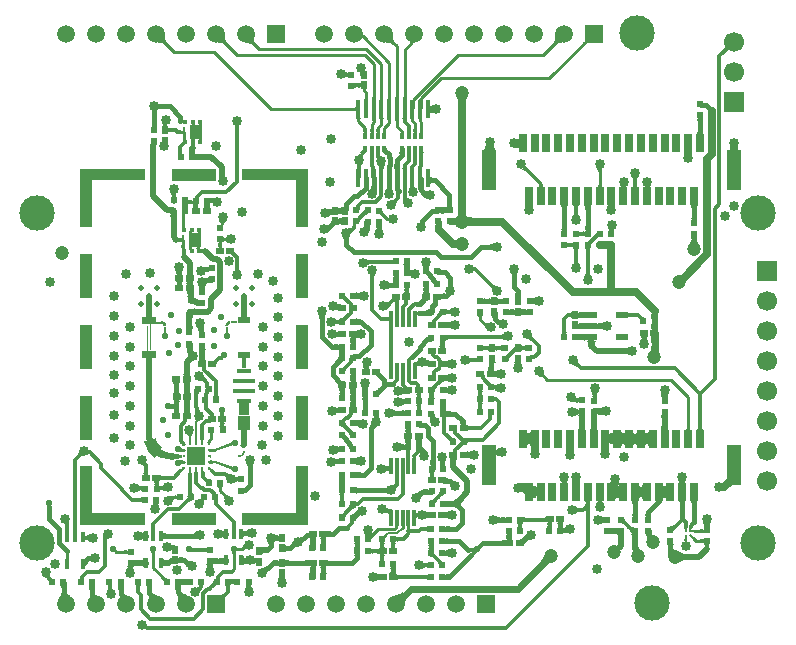
<source format=gtl>
G04*
G04 #@! TF.GenerationSoftware,Altium Limited,Altium Designer,20.1.11 (218)*
G04*
G04 Layer_Physical_Order=1*
G04 Layer_Color=255*
%FSLAX25Y25*%
%MOIN*%
G70*
G04*
G04 #@! TF.SameCoordinates,FBA81C19-FCCB-422B-9B6C-78DF9D3B5762*
G04*
G04*
G04 #@! TF.FilePolarity,Positive*
G04*
G01*
G75*
%ADD10C,0.00984*%
%ADD13C,0.00787*%
%ADD14C,0.00642*%
%ADD15R,0.01378X0.03347*%
%ADD16R,0.04331X0.02362*%
%ADD17R,0.01772X0.05906*%
%ADD18R,0.01181X0.05709*%
%ADD19R,0.14961X0.03937*%
%ADD20R,0.03937X0.14961*%
%ADD21R,0.01772X0.02362*%
%ADD22R,0.01181X0.02362*%
%ADD23R,0.02441X0.02284*%
%ADD24R,0.00394X0.00984*%
%ADD25R,0.00984X0.00984*%
%ADD26R,0.00236X0.00472*%
%ADD27R,0.02756X0.05906*%
%ADD28R,0.05118X0.13386*%
%ADD29R,0.02441X0.02559*%
%ADD30R,0.02559X0.02441*%
%ADD31R,0.02284X0.02441*%
%ADD36R,0.05906X0.05906*%
%ADD37R,0.00984X0.00984*%
%ADD40R,0.01378X0.01181*%
%ADD41R,0.04134X0.04921*%
%ADD42R,0.01102X0.03268*%
%ADD49C,0.06693*%
%ADD50R,0.06693X0.06693*%
%ADD54R,0.03937X0.03937*%
%ADD55C,0.01181*%
%ADD56C,0.01000*%
%ADD57C,0.01575*%
%ADD58C,0.02756*%
%ADD59C,0.01378*%
%ADD60C,0.01968*%
%ADD61C,0.02362*%
%ADD62C,0.02000*%
%ADD63C,0.00800*%
%ADD64C,0.00600*%
%ADD65C,0.00591*%
%ADD66C,0.01200*%
%ADD67R,0.01999X0.24101*%
%ADD68R,0.02362X0.00984*%
%ADD69R,0.00984X0.03668*%
%ADD70R,0.00984X0.03668*%
%ADD71R,0.02362X0.00984*%
%ADD72R,0.00472X0.00966*%
%ADD73R,0.02362X0.05255*%
%ADD74R,0.04331X0.05079*%
%ADD75R,0.03189X0.03900*%
%ADD76R,0.04685X0.01693*%
%ADD77R,0.00394X0.02100*%
%ADD78R,0.07244X0.01535*%
%ADD79R,0.00394X0.02000*%
%ADD80R,0.04843X0.01693*%
%ADD81R,0.01378X0.03500*%
%ADD82R,0.04488X0.02441*%
%ADD83R,0.00498X0.08645*%
%ADD84R,0.00498X0.08647*%
%ADD85R,0.02047X0.07048*%
%ADD86R,0.09279X0.00473*%
%ADD87C,0.01968*%
%ADD88C,0.05906*%
%ADD89C,0.11811*%
%ADD90C,0.03347*%
%ADD91C,0.02165*%
%ADD92C,0.04724*%
G36*
X184868Y198026D02*
X184790Y198082D01*
X184698Y198111D01*
X184592D01*
X184472Y198082D01*
X184338Y198026D01*
X184189Y197941D01*
X184027Y197828D01*
X183850Y197686D01*
X183454Y197319D01*
X182747Y198026D01*
X182945Y198231D01*
X183256Y198599D01*
X183369Y198761D01*
X183454Y198910D01*
X183510Y199044D01*
X183539Y199164D01*
Y199270D01*
X183510Y199362D01*
X183454Y199440D01*
X184868Y198026D01*
D02*
G37*
G36*
X125966Y198045D02*
X125956Y197720D01*
X124956D01*
X124976Y198377D01*
X125966Y198045D01*
D02*
G37*
G36*
X119350Y200513D02*
X119402Y199752D01*
X119451Y199416D01*
X119514Y199108D01*
X119593Y198830D01*
X119687Y198581D01*
X119796Y198361D01*
X119920Y198171D01*
X120059Y198010D01*
X119352Y197302D01*
X119190Y197442D01*
X119000Y197566D01*
X118780Y197675D01*
X118531Y197768D01*
X118253Y197847D01*
X117946Y197911D01*
X117609Y197959D01*
X116848Y198011D01*
X116424Y198014D01*
X119347Y200937D01*
X119350Y200513D01*
D02*
G37*
G36*
X63350D02*
X63402Y199752D01*
X63451Y199416D01*
X63514Y199108D01*
X63593Y198830D01*
X63687Y198581D01*
X63796Y198361D01*
X63920Y198171D01*
X64059Y198010D01*
X63352Y197302D01*
X63190Y197442D01*
X63000Y197566D01*
X62780Y197675D01*
X62531Y197768D01*
X62253Y197847D01*
X61946Y197911D01*
X61609Y197959D01*
X60848Y198011D01*
X60424Y198014D01*
X63347Y200937D01*
X63350Y200513D01*
D02*
G37*
G36*
X43350D02*
X43402Y199752D01*
X43451Y199416D01*
X43514Y199108D01*
X43593Y198830D01*
X43687Y198581D01*
X43796Y198361D01*
X43920Y198171D01*
X44059Y198010D01*
X43352Y197302D01*
X43190Y197442D01*
X43000Y197566D01*
X42780Y197675D01*
X42531Y197768D01*
X42253Y197847D01*
X41946Y197911D01*
X41609Y197959D01*
X40848Y198011D01*
X40424Y198014D01*
X43347Y200937D01*
X43350Y200513D01*
D02*
G37*
G36*
X176509Y198016D02*
X176076Y197993D01*
X175302Y197908D01*
X174961Y197847D01*
X174651Y197774D01*
X174372Y197688D01*
X174123Y197590D01*
X173904Y197479D01*
X173716Y197356D01*
X173560Y197221D01*
X172817Y197893D01*
X172960Y198058D01*
X173084Y198251D01*
X173191Y198471D01*
X173281Y198720D01*
X173353Y198996D01*
X173407Y199300D01*
X173443Y199632D01*
X173462Y199991D01*
X173447Y200793D01*
X176509Y198016D01*
D02*
G37*
G36*
X73181Y199889D02*
X73125Y199535D01*
X73095Y199204D01*
X73091Y198894D01*
X73113Y198607D01*
X73161Y198343D01*
X73234Y198100D01*
X73334Y197880D01*
X73459Y197683D01*
X73610Y197508D01*
X72735Y196969D01*
X72601Y197084D01*
X72430Y197199D01*
X72223Y197312D01*
X71979Y197425D01*
X71699Y197537D01*
X71029Y197759D01*
X70214Y197977D01*
X69751Y198085D01*
X73263Y200266D01*
X73181Y199889D01*
D02*
G37*
G36*
X103349Y188337D02*
X103481Y188222D01*
X103615Y188120D01*
X103752Y188032D01*
X103891Y187958D01*
X103900Y187954D01*
X103924Y187969D01*
X103995Y188034D01*
X104046Y188109D01*
X104076Y188194D01*
X104086Y188289D01*
Y187879D01*
X104174Y187849D01*
X104319Y187816D01*
X104466Y187795D01*
X104615Y187789D01*
X104602Y186789D01*
X104453Y186782D01*
X104307Y186762D01*
X104161Y186729D01*
X104086Y186704D01*
Y186289D01*
X104076Y186384D01*
X104046Y186469D01*
X103995Y186544D01*
X103924Y186609D01*
X103891Y186629D01*
X103876Y186622D01*
X103735Y186549D01*
X103596Y186463D01*
X103458Y186363D01*
X103322Y186250D01*
X103187Y186124D01*
X103196Y186785D01*
X103074Y186789D01*
Y187789D01*
X103209Y187792D01*
X103218Y188466D01*
X103349Y188337D01*
D02*
G37*
G36*
X108351Y182467D02*
X108339Y182579D01*
X108303Y182679D01*
X108244Y182768D01*
X108160Y182845D01*
X108053Y182910D01*
X107921Y182963D01*
X107766Y183004D01*
X107587Y183034D01*
X107415Y183049D01*
X107244Y183034D01*
X107065Y183004D01*
X106910Y182963D01*
X106779Y182910D01*
X106672Y182845D01*
X106588Y182768D01*
X106528Y182679D01*
X106492Y182579D01*
X106479Y182467D01*
X106491Y184718D01*
X106503Y184626D01*
X106538Y184545D01*
X106597Y184473D01*
X106680Y184411D01*
X106786Y184358D01*
X106916Y184315D01*
X107070Y184281D01*
X107247Y184257D01*
X107406Y184246D01*
X107587Y184262D01*
X107766Y184292D01*
X107921Y184333D01*
X108053Y184386D01*
X108160Y184451D01*
X108244Y184528D01*
X108303Y184616D01*
X108339Y184717D01*
X108351Y184829D01*
Y182467D01*
D02*
G37*
G36*
X123714Y179480D02*
X123744Y179160D01*
X123770Y179030D01*
X123804Y178920D01*
X123845Y178830D01*
X123894Y178760D01*
X123950Y178710D01*
X124013Y178680D01*
X124084Y178670D01*
X122337D01*
X122408Y178680D01*
X122471Y178710D01*
X122528Y178760D01*
X122576Y178830D01*
X122617Y178920D01*
X122651Y179030D01*
X122677Y179160D01*
X122696Y179310D01*
X122707Y179480D01*
X122711Y179670D01*
X123711D01*
X123714Y179480D01*
D02*
G37*
G36*
X121156D02*
X121185Y179160D01*
X121212Y179030D01*
X121245Y178920D01*
X121286Y178830D01*
X121335Y178760D01*
X121391Y178710D01*
X121455Y178680D01*
X121526Y178670D01*
X119778D01*
X119849Y178680D01*
X119913Y178710D01*
X119969Y178760D01*
X120017Y178830D01*
X120058Y178920D01*
X120092Y179030D01*
X120118Y179160D01*
X120137Y179310D01*
X120148Y179480D01*
X120152Y179670D01*
X121152D01*
X121156Y179480D01*
D02*
G37*
G36*
X118596D02*
X118626Y179160D01*
X118652Y179030D01*
X118686Y178920D01*
X118727Y178830D01*
X118776Y178760D01*
X118832Y178710D01*
X118895Y178680D01*
X118966Y178670D01*
X117219D01*
X117290Y178680D01*
X117353Y178710D01*
X117410Y178760D01*
X117458Y178830D01*
X117499Y178920D01*
X117533Y179030D01*
X117559Y179160D01*
X117578Y179310D01*
X117589Y179480D01*
X117593Y179670D01*
X118593D01*
X118596Y179480D01*
D02*
G37*
G36*
X116037D02*
X116067Y179160D01*
X116094Y179030D01*
X116127Y178920D01*
X116168Y178830D01*
X116217Y178760D01*
X116273Y178710D01*
X116337Y178680D01*
X116408Y178670D01*
X114660D01*
X114731Y178680D01*
X114795Y178710D01*
X114850Y178760D01*
X114899Y178830D01*
X114940Y178920D01*
X114974Y179030D01*
X115000Y179160D01*
X115019Y179310D01*
X115030Y179480D01*
X115034Y179670D01*
X116034D01*
X116037Y179480D01*
D02*
G37*
G36*
X113478D02*
X113508Y179160D01*
X113534Y179030D01*
X113568Y178920D01*
X113609Y178830D01*
X113658Y178760D01*
X113714Y178710D01*
X113777Y178680D01*
X113848Y178670D01*
X112101D01*
X112172Y178680D01*
X112235Y178710D01*
X112291Y178760D01*
X112340Y178830D01*
X112381Y178920D01*
X112415Y179030D01*
X112441Y179160D01*
X112460Y179310D01*
X112471Y179480D01*
X112475Y179670D01*
X113475D01*
X113478Y179480D01*
D02*
G37*
G36*
X110919D02*
X110949Y179160D01*
X110975Y179030D01*
X111009Y178920D01*
X111050Y178830D01*
X111099Y178760D01*
X111155Y178710D01*
X111218Y178680D01*
X111289Y178670D01*
X109542D01*
X109613Y178680D01*
X109676Y178710D01*
X109732Y178760D01*
X109781Y178830D01*
X109822Y178920D01*
X109856Y179030D01*
X109882Y179160D01*
X109901Y179310D01*
X109912Y179480D01*
X109915Y179670D01*
X110916D01*
X110919Y179480D01*
D02*
G37*
G36*
X129203Y178670D02*
X127863Y178658D01*
X127930Y178667D01*
X127989Y178693D01*
X128042Y178737D01*
X128088Y178797D01*
X128127Y178875D01*
X128158Y178970D01*
X128183Y179082D01*
X128201Y179212D01*
X128211Y179358D01*
X128215Y179522D01*
X129215D01*
X129203Y178670D01*
D02*
G37*
G36*
X143964Y179395D02*
X143917Y179307D01*
X143875Y179198D01*
X143840Y179066D01*
X143809Y178912D01*
X143784Y178736D01*
X143751Y178318D01*
X143740Y177811D01*
X140984D01*
X140982Y178075D01*
X140915Y178912D01*
X140885Y179066D01*
X140849Y179198D01*
X140808Y179307D01*
X140761Y179395D01*
X140709Y179460D01*
X144016D01*
X143964Y179395D01*
D02*
G37*
G36*
X106995Y174729D02*
X106985Y174824D01*
X106954Y174909D01*
X106904Y174984D01*
X106833Y175049D01*
X106742Y175104D01*
X106630Y175149D01*
X106499Y175184D01*
X106347Y175209D01*
X106175Y175224D01*
X105983Y175229D01*
Y176229D01*
X106175Y176234D01*
X106347Y176249D01*
X106499Y176274D01*
X106630Y176309D01*
X106742Y176354D01*
X106833Y176409D01*
X106904Y176474D01*
X106954Y176549D01*
X106985Y176634D01*
X106995Y176729D01*
Y174729D01*
D02*
G37*
G36*
X131778Y177154D02*
X131825Y177020D01*
X131904Y176902D01*
X132014Y176800D01*
X132155Y176713D01*
X132282Y176661D01*
X132379Y176705D01*
X132481Y176762D01*
X132572Y176827D01*
X132653Y176900D01*
Y176567D01*
X132770Y176548D01*
X133037Y176524D01*
X133336Y176516D01*
Y174942D01*
X133037Y174934D01*
X132770Y174910D01*
X132653Y174891D01*
Y174558D01*
X132572Y174631D01*
X132481Y174696D01*
X132379Y174753D01*
X132282Y174797D01*
X132155Y174745D01*
X132014Y174658D01*
X131904Y174556D01*
X131825Y174438D01*
X131778Y174304D01*
X131762Y174154D01*
Y174920D01*
X131710Y174926D01*
X131544Y174938D01*
X131368Y174942D01*
Y176516D01*
X131544Y176520D01*
X131762Y176541D01*
Y177304D01*
X131778Y177154D01*
D02*
G37*
G36*
X129203Y172788D02*
X129149Y172779D01*
X129102Y172751D01*
X129060Y172705D01*
X129023Y172640D01*
X128993Y172557D01*
X128967Y172455D01*
X128948Y172335D01*
X128934Y172196D01*
X128922Y171863D01*
X127922D01*
X127918Y172040D01*
X127905Y172199D01*
X127884Y172340D01*
X127854Y172461D01*
X127816Y172564D01*
X127769Y172649D01*
X127714Y172715D01*
X127650Y172762D01*
X127578Y172790D01*
X127497Y172800D01*
X129203Y172788D01*
D02*
G37*
G36*
X126573Y172779D02*
X126509Y172750D01*
X126453Y172703D01*
X126405Y172636D01*
X126363Y172551D01*
X126330Y172447D01*
X126304Y172323D01*
X126285Y172181D01*
X126274Y172020D01*
X126270Y171839D01*
X125270D01*
X125266Y172020D01*
X125236Y172323D01*
X125210Y172447D01*
X125177Y172551D01*
X125135Y172636D01*
X125087Y172703D01*
X125031Y172750D01*
X124967Y172779D01*
X124896Y172788D01*
X126644D01*
X126573Y172779D01*
D02*
G37*
G36*
X121455Y172778D02*
X121391Y172748D01*
X121335Y172698D01*
X121286Y172628D01*
X121245Y172538D01*
X121212Y172428D01*
X121185Y172298D01*
X121167Y172148D01*
X121156Y171978D01*
X121152Y171788D01*
X120152D01*
X120148Y171978D01*
X120118Y172298D01*
X120092Y172428D01*
X120058Y172538D01*
X120017Y172628D01*
X119969Y172698D01*
X119913Y172748D01*
X119849Y172778D01*
X119778Y172788D01*
X121526D01*
X121455Y172778D01*
D02*
G37*
G36*
X118895D02*
X118832Y172748D01*
X118776Y172698D01*
X118727Y172628D01*
X118686Y172538D01*
X118652Y172428D01*
X118626Y172298D01*
X118608Y172148D01*
X118596Y171978D01*
X118593Y171788D01*
X117593D01*
X117589Y171978D01*
X117559Y172298D01*
X117533Y172428D01*
X117499Y172538D01*
X117458Y172628D01*
X117410Y172698D01*
X117353Y172748D01*
X117290Y172778D01*
X117219Y172788D01*
X118966D01*
X118895Y172778D01*
D02*
G37*
G36*
X116337D02*
X116273Y172748D01*
X116217Y172698D01*
X116168Y172628D01*
X116127Y172538D01*
X116094Y172428D01*
X116067Y172298D01*
X116049Y172148D01*
X116037Y171978D01*
X116034Y171788D01*
X115034D01*
X115030Y171978D01*
X115000Y172298D01*
X114974Y172428D01*
X114940Y172538D01*
X114899Y172628D01*
X114850Y172698D01*
X114795Y172748D01*
X114731Y172778D01*
X114660Y172788D01*
X116408D01*
X116337Y172778D01*
D02*
G37*
G36*
X113777D02*
X113714Y172748D01*
X113658Y172698D01*
X113609Y172628D01*
X113568Y172538D01*
X113534Y172428D01*
X113508Y172298D01*
X113489Y172148D01*
X113478Y171978D01*
X113475Y171788D01*
X112475D01*
X112471Y171978D01*
X112441Y172298D01*
X112415Y172428D01*
X112381Y172538D01*
X112340Y172628D01*
X112291Y172698D01*
X112235Y172748D01*
X112172Y172778D01*
X112101Y172788D01*
X113848D01*
X113777Y172778D01*
D02*
G37*
G36*
X108659D02*
X108596Y172748D01*
X108540Y172698D01*
X108491Y172628D01*
X108450Y172538D01*
X108416Y172428D01*
X108390Y172298D01*
X108371Y172148D01*
X108360Y171978D01*
X108356Y171788D01*
X107357D01*
X107353Y171978D01*
X107323Y172298D01*
X107297Y172428D01*
X107263Y172538D01*
X107222Y172628D01*
X107173Y172698D01*
X107117Y172748D01*
X107054Y172778D01*
X106983Y172788D01*
X108730D01*
X108659Y172778D01*
D02*
G37*
G36*
X124031Y172776D02*
X123983Y172741D01*
X123940Y172682D01*
X123903Y172599D01*
X123872Y172493D01*
X123847Y172363D01*
X123827Y172210D01*
X123804Y171832D01*
X123801Y171607D01*
X122620D01*
X122617Y171832D01*
X122575Y172363D01*
X122549Y172493D01*
X122518Y172599D01*
X122481Y172682D01*
X122439Y172741D01*
X122391Y172776D01*
X122337Y172788D01*
X124084D01*
X124031Y172776D01*
D02*
G37*
G36*
X222827Y172503D02*
X222755Y172455D01*
X222692Y172377D01*
X222637Y172266D01*
X222590Y172125D01*
X222552Y171951D01*
X222522Y171747D01*
X222501Y171510D01*
X222484Y170943D01*
X220910D01*
X220905Y171243D01*
X220872Y171747D01*
X220843Y171951D01*
X220805Y172125D01*
X220759Y172266D01*
X220704Y172377D01*
X220641Y172455D01*
X220570Y172503D01*
X220491Y172518D01*
X222908D01*
X222827Y172503D01*
D02*
G37*
G36*
X129334Y168908D02*
X129364Y168588D01*
X129390Y168458D01*
X129423Y168348D01*
X129464Y168258D01*
X129513Y168188D01*
X129569Y168138D01*
X129633Y168108D01*
X129704Y168098D01*
X127956D01*
X128027Y168108D01*
X128091Y168138D01*
X128147Y168188D01*
X128195Y168258D01*
X128236Y168348D01*
X128270Y168458D01*
X128296Y168588D01*
X128315Y168738D01*
X128326Y168908D01*
X128330Y169098D01*
X129330D01*
X129334Y168908D01*
D02*
G37*
G36*
X127051D02*
X127096Y168188D01*
X127111Y168138D01*
X127127Y168108D01*
X127145Y168098D01*
X125988D01*
X125999Y168108D01*
X126010Y168138D01*
X126019Y168188D01*
X126028Y168258D01*
X126040Y168458D01*
X126050Y169098D01*
X127050D01*
X127051Y168908D01*
D02*
G37*
G36*
X116979D02*
X117009Y168588D01*
X117035Y168458D01*
X117069Y168348D01*
X117110Y168258D01*
X117159Y168188D01*
X117215Y168138D01*
X117278Y168108D01*
X117349Y168098D01*
X115602D01*
X115673Y168108D01*
X115736Y168138D01*
X115792Y168188D01*
X115841Y168258D01*
X115882Y168348D01*
X115916Y168458D01*
X115942Y168588D01*
X115961Y168738D01*
X115972Y168908D01*
X115975Y169098D01*
X116975D01*
X116979Y168908D01*
D02*
G37*
G36*
X114713D02*
X114762Y168138D01*
X114775Y168108D01*
X114790Y168098D01*
X113633D01*
X113648Y168108D01*
X113661Y168138D01*
X113673Y168188D01*
X113683Y168258D01*
X113699Y168458D01*
X113712Y169098D01*
X114712D01*
X114713Y168908D01*
D02*
G37*
G36*
X112744D02*
X112793Y168138D01*
X112807Y168108D01*
X112822Y168098D01*
X111665D01*
X111679Y168108D01*
X111693Y168138D01*
X111705Y168188D01*
X111715Y168258D01*
X111731Y168458D01*
X111743Y169098D01*
X112743D01*
X112744Y168908D01*
D02*
G37*
G36*
X110483D02*
X110513Y168588D01*
X110539Y168458D01*
X110573Y168348D01*
X110614Y168258D01*
X110662Y168188D01*
X110719Y168138D01*
X110782Y168108D01*
X110853Y168098D01*
X109106D01*
X109177Y168108D01*
X109240Y168138D01*
X109296Y168188D01*
X109345Y168258D01*
X109386Y168348D01*
X109420Y168458D01*
X109446Y168588D01*
X109464Y168738D01*
X109476Y168908D01*
X109479Y169098D01*
X110479D01*
X110483Y168908D01*
D02*
G37*
G36*
X222490Y168586D02*
X222536Y168082D01*
X222576Y167878D01*
X222628Y167704D01*
X222692Y167563D01*
X222767Y167453D01*
X222853Y167374D01*
X222951Y167327D01*
X223060Y167311D01*
X220329D01*
X220439Y167327D01*
X220538Y167374D01*
X220625Y167453D01*
X220700Y167563D01*
X220764Y167704D01*
X220817Y167878D01*
X220857Y168082D01*
X220886Y168319D01*
X220904Y168586D01*
X220910Y168886D01*
X222484D01*
X222490Y168586D01*
D02*
G37*
G36*
X161285Y162879D02*
X161270Y162900D01*
X161225Y162920D01*
X161150Y162937D01*
X161045Y162951D01*
X160744Y162974D01*
X159782Y162992D01*
Y165748D01*
X160068Y165749D01*
X161225Y165821D01*
X161270Y165840D01*
X161285Y165861D01*
Y162879D01*
D02*
G37*
G36*
X153031Y164186D02*
X153107Y163399D01*
X153173Y163079D01*
X153258Y162808D01*
X153362Y162586D01*
X153484Y162414D01*
X153626Y162291D01*
X153787Y162217D01*
X153966Y162193D01*
X149183Y162181D01*
X149389Y162206D01*
X149573Y162280D01*
X149735Y162404D01*
X149876Y162578D01*
X149995Y162800D01*
X150093Y163072D01*
X150168Y163393D01*
X150223Y163764D01*
X150255Y164184D01*
X150266Y164654D01*
X153022D01*
X153031Y164186D01*
D02*
G37*
G36*
X40714Y163990D02*
X40628Y163931D01*
X40551Y163833D01*
X40484Y163695D01*
X40428Y163518D01*
X40382Y163301D01*
X40346Y163046D01*
X40320Y162750D01*
X40300Y162042D01*
X38331D01*
X38395Y164010D01*
X40812D01*
X40714Y163990D01*
D02*
G37*
G36*
X110049Y161441D02*
X110020Y161454D01*
X109976Y161449D01*
X109917Y161424D01*
X109844Y161380D01*
X109757Y161318D01*
X109655Y161236D01*
X109265Y160879D01*
X109124Y160740D01*
X109104Y160306D01*
X108121Y160580D01*
X108123Y160584D01*
X108125Y160595D01*
X108127Y160614D01*
X108132Y160716D01*
X108134Y160958D01*
X108870D01*
X108398Y161429D01*
X108555Y161588D01*
X109056Y162168D01*
X109100Y162241D01*
X109125Y162299D01*
X109131Y162343D01*
X109117Y162373D01*
X110049Y161441D01*
D02*
G37*
G36*
X123191Y161419D02*
X123176Y161389D01*
X123163Y161340D01*
X123152Y161270D01*
X123143Y161180D01*
X123125Y160792D01*
X123121Y160433D01*
X121546D01*
X121545Y160622D01*
X121504Y161340D01*
X121491Y161389D01*
X121476Y161419D01*
X121460Y161429D01*
X123207D01*
X123191Y161419D01*
D02*
G37*
G36*
X117327Y162868D02*
X117334Y162797D01*
X117371Y162704D01*
X117438Y162589D01*
X117534Y162451D01*
X117661Y162291D01*
X118002Y161905D01*
X118463Y161429D01*
X117349Y160316D01*
X117101Y160561D01*
X116328Y161244D01*
X116190Y161341D01*
X116075Y161407D01*
X115982Y161444D01*
X115911Y161452D01*
X115863Y161429D01*
X117349Y162916D01*
X117327Y162868D01*
D02*
G37*
G36*
X129650Y161417D02*
X129602Y161382D01*
X129559Y161323D01*
X129522Y161240D01*
X129491Y161134D01*
X129466Y161004D01*
X129446Y160851D01*
X129423Y160473D01*
X129420Y160248D01*
X128239D01*
X128236Y160473D01*
X128194Y161004D01*
X128168Y161134D01*
X128137Y161240D01*
X128101Y161323D01*
X128058Y161382D01*
X128010Y161417D01*
X127956Y161429D01*
X129704D01*
X129650Y161417D01*
D02*
G37*
G36*
X123804Y156792D02*
X123847Y156260D01*
X123872Y156130D01*
X123903Y156024D01*
X123940Y155941D01*
X123983Y155882D01*
X124031Y155847D01*
X124084Y155835D01*
X122337D01*
X122391Y155847D01*
X122439Y155882D01*
X122481Y155941D01*
X122518Y156024D01*
X122549Y156130D01*
X122575Y156260D01*
X122595Y156414D01*
X122617Y156792D01*
X122620Y157016D01*
X123801D01*
X123804Y156792D01*
D02*
G37*
G36*
X121526Y155835D02*
X119778D01*
X119794Y155851D01*
X119809Y155898D01*
X119822Y155977D01*
X119833Y156087D01*
X119857Y156607D01*
X119864Y157410D01*
X121439D01*
X121526Y155835D01*
D02*
G37*
G36*
X118881Y156730D02*
X118935Y155879D01*
X118950Y155846D01*
X118966Y155835D01*
X117219D01*
X117235Y155846D01*
X117250Y155879D01*
X117263Y155935D01*
X117274Y156012D01*
X117291Y156233D01*
X117305Y156940D01*
X118880D01*
X118881Y156730D01*
D02*
G37*
G36*
X128998Y156402D02*
X129025Y156002D01*
X129037Y155937D01*
X129052Y155887D01*
X129069Y155852D01*
X129087Y155830D01*
X129109Y155823D01*
X127704D01*
X127726Y155830D01*
X127745Y155852D01*
X127761Y155887D01*
X127776Y155937D01*
X127788Y156002D01*
X127798Y156080D01*
X127812Y156280D01*
X127816Y156537D01*
X128997D01*
X128998Y156402D01*
D02*
G37*
G36*
X126362Y156445D02*
X126387Y156100D01*
X126402Y156015D01*
X126420Y155946D01*
X126442Y155892D01*
X126466Y155854D01*
X126495Y155831D01*
X126526Y155823D01*
X125014D01*
X125045Y155831D01*
X125074Y155854D01*
X125098Y155892D01*
X125120Y155946D01*
X125138Y156015D01*
X125153Y156100D01*
X125164Y156200D01*
X125178Y156445D01*
X125179Y156591D01*
X126360D01*
X126362Y156445D01*
D02*
G37*
G36*
X109233Y157604D02*
X109098Y157488D01*
X108977Y157367D01*
X108870Y157243D01*
X108777Y157115D01*
X108699Y156983D01*
X108635Y156847D01*
X108585Y156707D01*
X108549Y156564D01*
X108535Y156467D01*
X108554Y156195D01*
X108573Y156085D01*
X108596Y155995D01*
X108623Y155925D01*
X108655Y155875D01*
X108691Y155845D01*
X108730Y155835D01*
X107021Y155823D01*
X107116Y155834D01*
X107201Y155865D01*
X107276Y155916D01*
X107341Y155987D01*
X107396Y156078D01*
X107441Y156189D01*
X107476Y156321D01*
X107501Y156472D01*
X107508Y156561D01*
X107496Y156659D01*
X107465Y156805D01*
X107422Y156952D01*
X107366Y157098D01*
X107298Y157245D01*
X107218Y157392D01*
X107125Y157539D01*
X107019Y157686D01*
X106902Y157834D01*
X109233Y157604D01*
D02*
G37*
G36*
X116579Y157084D02*
X116484Y156959D01*
X116399Y156830D01*
X116326Y156696D01*
X116265Y156559D01*
X116214Y156417D01*
X116175Y156272D01*
X116171Y156252D01*
X116195Y156130D01*
X116226Y156024D01*
X116263Y155941D01*
X116306Y155882D01*
X116354Y155847D01*
X116408Y155835D01*
X116125D01*
X116124Y155810D01*
X114943Y155761D01*
X114940Y155835D01*
X114660D01*
X114714Y155847D01*
X114762Y155882D01*
X114804Y155941D01*
X114841Y156024D01*
X114872Y156130D01*
X114890Y156220D01*
X114889Y156223D01*
X114848Y156367D01*
X114794Y156505D01*
X114728Y156637D01*
X114650Y156765D01*
X114560Y156887D01*
X114459Y157003D01*
X114345Y157114D01*
X116686Y157205D01*
X116579Y157084D01*
D02*
G37*
G36*
X163724Y157108D02*
X163738Y156932D01*
X163763Y156765D01*
X163799Y156606D01*
X163846Y156455D01*
X163903Y156312D01*
X163971Y156178D01*
X164050Y156051D01*
X164139Y155933D01*
X164240Y155823D01*
X163533Y155116D01*
X163423Y155217D01*
X163305Y155306D01*
X163179Y155385D01*
X163044Y155453D01*
X162901Y155510D01*
X162750Y155557D01*
X162591Y155593D01*
X162424Y155618D01*
X162248Y155632D01*
X162064Y155636D01*
X163721Y157292D01*
X163724Y157108D01*
D02*
G37*
G36*
X189272Y156151D02*
X189157Y156016D01*
X189055Y155879D01*
X188967Y155740D01*
X188892Y155601D01*
X188831Y155459D01*
X188783Y155316D01*
X188749Y155171D01*
X188729Y155025D01*
X188722Y154877D01*
X187738D01*
X187731Y155025D01*
X187711Y155171D01*
X187677Y155316D01*
X187629Y155459D01*
X187568Y155601D01*
X187493Y155740D01*
X187405Y155879D01*
X187303Y156016D01*
X187188Y156151D01*
X187059Y156285D01*
X189401D01*
X189272Y156151D01*
D02*
G37*
G36*
X201102Y153156D02*
X201003Y153035D01*
X200916Y152910D01*
X200841Y152779D01*
X200777Y152644D01*
X200725Y152504D01*
X200684Y152360D01*
X200655Y152210D01*
X200637Y152057D01*
X200632Y151898D01*
X199451D01*
X199445Y152057D01*
X199427Y152210D01*
X199398Y152360D01*
X199357Y152504D01*
X199305Y152644D01*
X199241Y152779D01*
X199166Y152910D01*
X199079Y153035D01*
X198980Y153156D01*
X198870Y153272D01*
X201212D01*
X201102Y153156D01*
D02*
G37*
G36*
X131776Y153417D02*
X131820Y153304D01*
X131892Y153204D01*
X131994Y153118D01*
X132125Y153045D01*
X132284Y152985D01*
X132473Y152938D01*
X132691Y152905D01*
X132938Y152885D01*
X133213Y152879D01*
Y151304D01*
X132938Y151297D01*
X132691Y151277D01*
X132473Y151244D01*
X132284Y151198D01*
X132125Y151138D01*
X131994Y151065D01*
X131892Y150978D01*
X131820Y150879D01*
X131776Y150766D01*
X131762Y150639D01*
Y153543D01*
X131776Y153417D01*
D02*
G37*
G36*
X204567Y150402D02*
X204571Y150357D01*
X205256Y150322D01*
X205124Y150198D01*
X205006Y150071D01*
X204902Y149941D01*
X204812Y149808D01*
X204763Y149721D01*
X204807Y149673D01*
X204882Y149623D01*
X204967Y149592D01*
X205062Y149582D01*
X204695D01*
X204673Y149533D01*
X204625Y149392D01*
X204590Y149247D01*
X204569Y149100D01*
X204562Y148950D01*
X203562Y149003D01*
X203556Y149150D01*
X203537Y149296D01*
X203504Y149442D01*
X203460Y149582D01*
X203062D01*
X203157Y149592D01*
X203242Y149623D01*
X203317Y149673D01*
X203382Y149744D01*
X203389Y149755D01*
X203330Y149874D01*
X203246Y150017D01*
X203149Y150159D01*
X203039Y150300D01*
X202917Y150440D01*
X203557Y150408D01*
X203562Y150594D01*
X204562D01*
X204567Y150402D01*
D02*
G37*
G36*
X196976Y150870D02*
X197016Y150366D01*
X197033Y150264D01*
X197376Y150247D01*
X197299Y150170D01*
X197230Y150081D01*
X197169Y149981D01*
X197130Y149899D01*
X197151Y149846D01*
X197215Y149736D01*
X197290Y149657D01*
X197375Y149610D01*
X197470Y149594D01*
X197031D01*
X197007Y149473D01*
X196987Y149319D01*
X196975Y149153D01*
X196971Y148977D01*
X195396Y149062D01*
X195393Y149238D01*
X195364Y149560D01*
X195358Y149594D01*
X194738D01*
X194863Y149610D01*
X194975Y149657D01*
X195074Y149736D01*
X195159Y149846D01*
X195232Y149988D01*
X195243Y150022D01*
X195220Y150079D01*
X195166Y150183D01*
X195105Y150276D01*
X195036Y150359D01*
X195332Y150345D01*
X195337Y150366D01*
X195370Y150602D01*
X195389Y150870D01*
X195396Y151169D01*
X196971D01*
X196976Y150870D01*
D02*
G37*
G36*
X200638Y150549D02*
X200655Y150346D01*
X200685Y150167D01*
X200726Y150012D01*
X200779Y149881D01*
X200844Y149773D01*
X200921Y149690D01*
X201009Y149630D01*
X201110Y149594D01*
X201222Y149582D01*
X198860D01*
X198972Y149594D01*
X199073Y149630D01*
X199161Y149690D01*
X199238Y149773D01*
X199303Y149881D01*
X199356Y150012D01*
X199397Y150167D01*
X199427Y150346D01*
X199445Y150549D01*
X199451Y150775D01*
X200632D01*
X200638Y150549D01*
D02*
G37*
G36*
X188727Y150389D02*
X188742Y150220D01*
X188766Y150071D01*
X188801Y149941D01*
X188845Y149831D01*
X188899Y149742D01*
X188963Y149672D01*
X189037Y149622D01*
X189121Y149592D01*
X189214Y149582D01*
X187246D01*
X187339Y149592D01*
X187423Y149622D01*
X187497Y149672D01*
X187561Y149742D01*
X187615Y149831D01*
X187659Y149941D01*
X187694Y150071D01*
X187718Y150220D01*
X187733Y150389D01*
X187738Y150578D01*
X188722D01*
X188727Y150389D01*
D02*
G37*
G36*
X169050Y150402D02*
X169065Y150230D01*
X169090Y150078D01*
X169125Y149947D01*
X169170Y149835D01*
X169225Y149744D01*
X169290Y149673D01*
X169365Y149623D01*
X169450Y149592D01*
X169545Y149582D01*
X167545D01*
X167640Y149592D01*
X167725Y149623D01*
X167800Y149673D01*
X167865Y149744D01*
X167920Y149835D01*
X167965Y149947D01*
X168000Y150078D01*
X168025Y150230D01*
X168040Y150402D01*
X168045Y150594D01*
X169045D01*
X169050Y150402D01*
D02*
G37*
G36*
X126416Y150454D02*
X126433Y150300D01*
X126463Y150151D01*
X126505Y150008D01*
X126526Y149954D01*
X126644D01*
X126599Y149942D01*
X126559Y149906D01*
X126550Y149890D01*
X126558Y149869D01*
X126623Y149736D01*
X126701Y149608D01*
X126790Y149485D01*
X126891Y149368D01*
X127004Y149255D01*
X126424Y149238D01*
X126412Y148997D01*
X126410Y148773D01*
X125229D01*
X125225Y148997D01*
X125211Y149202D01*
X124662Y149186D01*
X124770Y149306D01*
X124866Y149430D01*
X124951Y149559D01*
X125025Y149691D01*
X125082Y149817D01*
X125066Y149847D01*
X125016Y149906D01*
X124959Y149942D01*
X124896Y149954D01*
X125132D01*
X125138Y149969D01*
X125178Y150115D01*
X125206Y150264D01*
X125223Y150418D01*
X125229Y150576D01*
X126410Y150613D01*
X126416Y150454D01*
D02*
G37*
G36*
X124031Y149942D02*
X123983Y149906D01*
X123940Y149847D01*
X123903Y149765D01*
X123872Y149658D01*
X123847Y149528D01*
X123827Y149375D01*
X123804Y148997D01*
X123801Y148773D01*
X122620D01*
X122617Y148997D01*
X122575Y149528D01*
X122549Y149658D01*
X122518Y149765D01*
X122481Y149847D01*
X122439Y149906D01*
X122391Y149942D01*
X122337Y149954D01*
X124084D01*
X124031Y149942D01*
D02*
G37*
G36*
X116354D02*
X116306Y149906D01*
X116263Y149847D01*
X116226Y149765D01*
X116195Y149658D01*
X116170Y149528D01*
X116150Y149375D01*
X116127Y148997D01*
X116124Y148773D01*
X114943D01*
X114940Y148997D01*
X114898Y149528D01*
X114872Y149658D01*
X114841Y149765D01*
X114804Y149847D01*
X114762Y149906D01*
X114714Y149942D01*
X114660Y149954D01*
X116408D01*
X116354Y149942D01*
D02*
G37*
G36*
X129412Y148769D02*
X127837D01*
X127833Y148994D01*
X127803Y149373D01*
X127776Y149527D01*
X127741Y149657D01*
X127699Y149764D01*
X127650Y149847D01*
X127593Y149906D01*
X127528Y149942D01*
X127455Y149954D01*
X129203D01*
X129412Y148769D01*
D02*
G37*
G36*
X113236Y149954D02*
X113848D01*
X113813Y149939D01*
X113782Y149893D01*
X113754Y149818D01*
X113730Y149713D01*
X113710Y149577D01*
X113692Y149357D01*
X113705Y149198D01*
X113728Y149062D01*
X113756Y148937D01*
X113790Y148822D01*
X113828Y148717D01*
X113872Y148624D01*
X113921Y148540D01*
X113667Y148595D01*
X113663Y148448D01*
X112089D01*
X112093Y148933D01*
X111630Y149032D01*
X111718Y149096D01*
X111795Y149173D01*
X111864Y149262D01*
X111924Y149364D01*
X111974Y149478D01*
X112015Y149605D01*
X112048Y149744D01*
X112070Y149896D01*
X112084Y150060D01*
X112089Y150237D01*
X113236Y149954D01*
D02*
G37*
G36*
X118933Y149961D02*
X118934Y149954D01*
X118966D01*
X118959Y149938D01*
X118953Y149891D01*
X118948Y149815D01*
X118965Y149641D01*
X118993Y149497D01*
X119029Y149364D01*
X119072Y149242D01*
X119124Y149130D01*
X119184Y149030D01*
X119251Y148940D01*
X119327Y148861D01*
X118932Y148849D01*
X118930Y148678D01*
X118929Y148379D01*
X117355D01*
X117353Y148678D01*
X117346Y148803D01*
X116985Y148792D01*
X117055Y148874D01*
X117118Y148967D01*
X117174Y149070D01*
X117222Y149183D01*
X117262Y149307D01*
X117296Y149442D01*
X117306Y149501D01*
X117288Y149812D01*
X117268Y149891D01*
X117245Y149938D01*
X117219Y149954D01*
X117349D01*
X117355Y150085D01*
X118929Y150138D01*
X118933Y149961D01*
D02*
G37*
G36*
X47297Y147789D02*
X47183Y147654D01*
X47082Y147518D01*
X46995Y147380D01*
X46921Y147241D01*
X46860Y147099D01*
X46817Y146966D01*
X46833Y146905D01*
X46878Y146793D01*
X46933Y146702D01*
X46998Y146631D01*
X47073Y146581D01*
X47158Y146550D01*
X47253Y146540D01*
X46754D01*
X46753Y146515D01*
X45753D01*
X45752Y146540D01*
X45253D01*
X45348Y146550D01*
X45433Y146581D01*
X45508Y146631D01*
X45573Y146702D01*
X45628Y146793D01*
X45673Y146905D01*
X45689Y146966D01*
X45646Y147099D01*
X45585Y147241D01*
X45511Y147380D01*
X45424Y147518D01*
X45323Y147654D01*
X45209Y147789D01*
X45082Y147921D01*
X47424D01*
X47297Y147789D01*
D02*
G37*
G36*
X129757Y148755D02*
X129996Y148561D01*
X130104Y148492D01*
X130205Y148442D01*
X130297Y148411D01*
X130382Y148399D01*
X130459Y148406D01*
X130528Y148432D01*
X130589Y148477D01*
X130371Y146305D01*
X128803Y147477D01*
X129626Y148881D01*
X129757Y148755D01*
D02*
G37*
G36*
X52421Y143938D02*
X52412Y144033D01*
X52381Y144118D01*
X52332Y144193D01*
X52262Y144258D01*
X52171Y144313D01*
X52061Y144358D01*
X51932Y144393D01*
X51781Y144418D01*
X51725Y144423D01*
X51564Y144411D01*
X51433Y144390D01*
X51323Y144362D01*
X51234Y144329D01*
X51164Y144290D01*
X51113Y144244D01*
X51083Y144193D01*
X51073Y144135D01*
X51010Y144120D01*
X50954Y144072D01*
X50904Y143993D01*
X50861Y143883D01*
X50824Y143742D01*
X50798Y143590D01*
X50813Y143399D01*
X50845Y143257D01*
X50882Y143147D01*
X50926Y143068D01*
X50975Y143021D01*
X51029Y143005D01*
X50752D01*
X50744Y142860D01*
X50741Y142560D01*
X49166D01*
X49163Y142860D01*
X49152Y143005D01*
X48770D01*
X48845Y143021D01*
X48913Y143068D01*
X48972Y143147D01*
X49024Y143257D01*
X49067Y143399D01*
X49103Y143572D01*
X49106Y143592D01*
X49078Y143742D01*
X49040Y143883D01*
X48994Y143993D01*
X48941Y144072D01*
X48881Y144120D01*
X48814Y144135D01*
X49153D01*
X49163Y144281D01*
X49166Y144580D01*
X50741D01*
X50744Y144281D01*
X50756Y144135D01*
X51073D01*
Y145938D01*
X51083Y145843D01*
X51113Y145758D01*
X51164Y145683D01*
X51234Y145618D01*
X51323Y145563D01*
X51433Y145518D01*
X51564Y145483D01*
X51714Y145458D01*
X51748Y145455D01*
X51781Y145458D01*
X51932Y145483D01*
X52061Y145518D01*
X52171Y145563D01*
X52262Y145618D01*
X52332Y145683D01*
X52381Y145758D01*
X52412Y145843D01*
X52421Y145938D01*
Y143938D01*
D02*
G37*
G36*
X123807Y146787D02*
X123826Y146634D01*
X123856Y146498D01*
X123899Y146379D01*
X123954Y146277D01*
X124022Y146192D01*
X124101Y146124D01*
X124193Y146073D01*
X124297Y146039D01*
X124414Y146021D01*
X122653Y144693D01*
X122620Y146634D01*
X123801Y146956D01*
X123807Y146787D01*
D02*
G37*
G36*
X59865Y145901D02*
Y144704D01*
X59582Y144697D01*
X59328Y144676D01*
X59249Y144664D01*
X59034Y144231D01*
X58996Y144321D01*
X58944Y144402D01*
X58875Y144473D01*
X58791Y144534D01*
X58776Y144542D01*
X58746Y144530D01*
X58611Y144454D01*
X58506Y144363D01*
X58431Y144259D01*
X58385Y144140D01*
X58370Y144008D01*
X58373Y144673D01*
X58297Y144685D01*
X58134Y144700D01*
X57955Y144704D01*
X58141Y146279D01*
X60064Y146299D01*
X59865Y145901D01*
D02*
G37*
G36*
X120927Y145197D02*
X120819Y145080D01*
X120723Y144958D01*
X120639Y144832D01*
X120568Y144701D01*
X120510Y144565D01*
X120465Y144425D01*
X120432Y144281D01*
X120412Y144132D01*
X120404Y143978D01*
X120410Y143820D01*
X118655Y145372D01*
X118816Y145386D01*
X118972Y145410D01*
X119123Y145444D01*
X119269Y145489D01*
X119410Y145544D01*
X119546Y145610D01*
X119676Y145686D01*
X119802Y145773D01*
X119922Y145870D01*
X120037Y145978D01*
X120927Y145197D01*
D02*
G37*
G36*
X192954Y144606D02*
X192958Y144430D01*
X192989Y144109D01*
X193016Y143964D01*
X193050Y143830D01*
X193091Y143713D01*
X193533D01*
X193423Y143697D01*
X193325Y143650D01*
X193238Y143571D01*
X193193Y143505D01*
X193200Y143493D01*
X193265Y143402D01*
X193338Y143321D01*
X193100D01*
X193099Y143319D01*
X193047Y143146D01*
X193007Y142941D01*
X192977Y142705D01*
X192960Y142437D01*
X192954Y142138D01*
X191380D01*
X191374Y142437D01*
X191328Y142941D01*
X191287Y143146D01*
X191235Y143319D01*
X191234Y143321D01*
X190996D01*
X191069Y143402D01*
X191134Y143493D01*
X191141Y143505D01*
X191096Y143571D01*
X191009Y143650D01*
X190911Y143697D01*
X190801Y143713D01*
X191243D01*
X191284Y143830D01*
X191318Y143964D01*
X191345Y144109D01*
X191364Y144264D01*
X191376Y144430D01*
X191380Y144606D01*
X192954Y144606D01*
D02*
G37*
G36*
X104641Y143183D02*
X102851Y143171D01*
X102894Y143182D01*
X102932Y143213D01*
X102966Y143264D01*
X102996Y143336D01*
X103021Y143429D01*
X103041Y143541D01*
X103057Y143675D01*
X103075Y144003D01*
X103077Y144197D01*
X104652D01*
X104641Y143183D01*
D02*
G37*
G36*
X138902Y144441D02*
X138953Y143937D01*
X138998Y143732D01*
X139055Y143559D01*
X139125Y143417D01*
X139207Y143307D01*
X139303Y143228D01*
X139411Y143181D01*
X139531Y143165D01*
X137114D01*
X137154Y143181D01*
X137189Y143228D01*
X137220Y143307D01*
X137247Y143417D01*
X137269Y143559D01*
X137303Y143937D01*
X137319Y144441D01*
X137321Y144740D01*
X138896D01*
X138902Y144441D01*
D02*
G37*
G36*
X137114Y143027D02*
X137489Y143020D01*
Y141051D01*
X137115Y141050D01*
X137114Y141050D01*
Y140906D01*
X137095Y140933D01*
X137036Y140958D01*
X136937Y140980D01*
X136799Y140999D01*
X136563Y141016D01*
X135600Y140958D01*
X135541Y140933D01*
X135521Y140906D01*
Y141044D01*
X135146Y141051D01*
Y143020D01*
X135520Y143021D01*
X135521Y143021D01*
Y143165D01*
X135541Y143138D01*
X135600Y143113D01*
X135698Y143091D01*
X135836Y143072D01*
X136073Y143054D01*
X137036Y143113D01*
X137095Y143138D01*
X137114Y143165D01*
Y143027D01*
D02*
G37*
G36*
X102224Y142737D02*
X102365Y142722D01*
X102931Y142703D01*
Y141128D01*
X102632Y141124D01*
X102224Y141092D01*
Y140648D01*
X102208Y140739D01*
X102161Y140821D01*
X102082Y140893D01*
X101972Y140955D01*
X101830Y141008D01*
X101790Y141018D01*
X101750Y141008D01*
X101609Y140955D01*
X101498Y140893D01*
X101420Y140821D01*
X101372Y140739D01*
X101357Y140648D01*
Y141095D01*
X101216Y141109D01*
X100649Y141128D01*
Y142703D01*
X100948Y142708D01*
X101357Y142739D01*
Y143183D01*
X101372Y143092D01*
X101420Y143010D01*
X101498Y142938D01*
X101609Y142876D01*
X101750Y142823D01*
X101790Y142813D01*
X101830Y142823D01*
X101972Y142876D01*
X102082Y142938D01*
X102161Y143010D01*
X102208Y143092D01*
X102224Y143183D01*
Y142737D01*
D02*
G37*
G36*
X181425Y143701D02*
X181325Y143666D01*
X181236Y143606D01*
X181159Y143524D01*
X181094Y143418D01*
X181041Y143288D01*
X181000Y143134D01*
X180970Y142957D01*
X180952Y142756D01*
X180947Y142532D01*
X179765D01*
X179760Y142756D01*
X179742Y142957D01*
X179712Y143134D01*
X179671Y143288D01*
X179618Y143418D01*
X179553Y143524D01*
X179476Y143606D01*
X179387Y143666D01*
X179287Y143701D01*
X179175Y143713D01*
X181537D01*
X181425Y143701D01*
D02*
G37*
G36*
X98947Y142078D02*
X99288Y140636D01*
X99111Y140632D01*
X98947Y140618D01*
X98795Y140595D01*
X98655Y140563D01*
X98528Y140522D01*
X98414Y140472D01*
X98311Y140413D01*
X98221Y140344D01*
X98144Y140267D01*
X98079Y140180D01*
X97985Y140639D01*
X97365Y140636D01*
Y142211D01*
X97660Y142219D01*
X97607Y142474D01*
X97691Y142424D01*
X97785Y142380D01*
X97889Y142340D01*
X98004Y142306D01*
X98130Y142277D01*
X98136Y142276D01*
X98172Y142282D01*
X98379Y142337D01*
X98553Y142408D01*
X98696Y142494D01*
X98807Y142597D01*
X98887Y142715D01*
X98935Y142849D01*
X98952Y142998D01*
X98947Y142078D01*
D02*
G37*
G36*
X58042Y144163D02*
X58069Y143801D01*
X58382D01*
X58316Y143785D01*
X58258Y143738D01*
X58206Y143659D01*
X58161Y143549D01*
X58125Y143411D01*
X58157Y143281D01*
X58209Y143139D01*
X58271Y143029D01*
X58343Y142950D01*
X58424Y142903D01*
X58515Y142887D01*
X58060D01*
X58041Y142525D01*
X58037Y142226D01*
X56463D01*
X56459Y142525D01*
X56433Y142887D01*
X55980D01*
X56072Y142903D01*
X56154Y142950D01*
X56226Y143029D01*
X56289Y143139D01*
X56342Y143281D01*
X56375Y143414D01*
X56340Y143549D01*
X56296Y143659D01*
X56245Y143738D01*
X56187Y143785D01*
X56122Y143801D01*
X56434D01*
X56443Y143895D01*
X56463Y144462D01*
X58037D01*
X58042Y144163D01*
D02*
G37*
G36*
X220979Y143697D02*
X220879Y143650D01*
X220790Y143571D01*
X220713Y143461D01*
X220648Y143319D01*
X220595Y143146D01*
X220553Y142941D01*
X220524Y142705D01*
X220506Y142437D01*
X220500Y142138D01*
X218925D01*
X218919Y142437D01*
X218874Y142941D01*
X218835Y143146D01*
X218784Y143319D01*
X218722Y143461D01*
X218648Y143571D01*
X218564Y143650D01*
X218467Y143697D01*
X218360Y143713D01*
X221092D01*
X220979Y143697D01*
D02*
G37*
G36*
X185549D02*
X185451Y143650D01*
X185364Y143571D01*
X185289Y143461D01*
X185225Y143319D01*
X185173Y143146D01*
X185132Y142941D01*
X185103Y142705D01*
X185086Y142437D01*
X185080Y142138D01*
X183506D01*
X183500Y142437D01*
X183454Y142941D01*
X183413Y143146D01*
X183361Y143319D01*
X183297Y143461D01*
X183222Y143571D01*
X183135Y143650D01*
X183037Y143697D01*
X182927Y143713D01*
X185659D01*
X185549Y143697D01*
D02*
G37*
G36*
X177675D02*
X177577Y143650D01*
X177490Y143571D01*
X177415Y143461D01*
X177351Y143319D01*
X177299Y143146D01*
X177258Y142941D01*
X177229Y142705D01*
X177212Y142437D01*
X177206Y142138D01*
X175632D01*
X175626Y142437D01*
X175580Y142941D01*
X175539Y143146D01*
X175487Y143319D01*
X175423Y143461D01*
X175348Y143571D01*
X175261Y143650D01*
X175163Y143697D01*
X175053Y143713D01*
X177785D01*
X177675Y143697D01*
D02*
G37*
G36*
X133104Y140906D02*
X132278Y140894D01*
Y142469D01*
X133116Y142507D01*
X133104Y140906D01*
D02*
G37*
G36*
X111342Y140858D02*
X111252Y140924D01*
X111144Y140956D01*
X111019Y140954D01*
X110878Y140920D01*
X110719Y140852D01*
X110544Y140751D01*
X110351Y140616D01*
X110142Y140447D01*
X109672Y140011D01*
X108837Y140846D01*
X109072Y141089D01*
X109442Y141525D01*
X109577Y141717D01*
X109678Y141893D01*
X109746Y142051D01*
X109781Y142193D01*
X109782Y142318D01*
X109750Y142426D01*
X109684Y142516D01*
X111342Y140858D01*
D02*
G37*
G36*
X115839Y142103D02*
X115808Y142014D01*
X115806Y141910D01*
X115833Y141791D01*
X115889Y141657D01*
X115974Y141508D01*
X116089Y141344D01*
X116232Y141166D01*
X116606Y140763D01*
X115820Y140135D01*
X115619Y140329D01*
X115256Y140636D01*
X115094Y140748D01*
X114946Y140832D01*
X114812Y140889D01*
X114690Y140919D01*
X114582Y140921D01*
X114487Y140895D01*
X114406Y140842D01*
X115899Y142177D01*
X115839Y142103D01*
D02*
G37*
G36*
X180952Y141250D02*
X180970Y141096D01*
X180999Y140947D01*
X181039Y140802D01*
X181092Y140663D01*
X181156Y140527D01*
X181231Y140397D01*
X181318Y140271D01*
X181417Y140150D01*
X181527Y140034D01*
X179185D01*
X179295Y140150D01*
X179394Y140271D01*
X179481Y140397D01*
X179556Y140527D01*
X179620Y140663D01*
X179673Y140802D01*
X179713Y140947D01*
X179742Y141096D01*
X179760Y141250D01*
X179765Y141409D01*
X180947D01*
X180952Y141250D01*
D02*
G37*
G36*
X143743Y141342D02*
X143809Y140505D01*
X143840Y140351D01*
X143875Y140220D01*
X143917Y140110D01*
X143964Y140023D01*
X144016Y139958D01*
X140709D01*
X140761Y140023D01*
X140808Y140110D01*
X140849Y140220D01*
X140885Y140351D01*
X140915Y140505D01*
X140940Y140681D01*
X140973Y141100D01*
X140984Y141607D01*
X143740D01*
X143743Y141342D01*
D02*
G37*
G36*
X50336Y140589D02*
X50251Y140559D01*
X50176Y140508D01*
X50111Y140437D01*
X50056Y140345D01*
X50011Y140234D01*
X49976Y140103D01*
X49951Y139951D01*
X49936Y139780D01*
X49931Y139588D01*
X48931D01*
X48929Y139778D01*
X48891Y140338D01*
X48873Y140428D01*
X48852Y140498D01*
X48828Y140548D01*
X48801Y140578D01*
X48770Y140588D01*
X50431Y140600D01*
X50336Y140589D01*
D02*
G37*
G36*
X140689Y139299D02*
X140791Y139294D01*
X141500Y139287D01*
Y137319D01*
X141126Y137317D01*
X140662Y137291D01*
X140653Y136640D01*
X140518Y136769D01*
X140371Y136884D01*
X140213Y136986D01*
X140043Y137074D01*
X139862Y137149D01*
X139669Y137210D01*
X139589Y137229D01*
X139551Y137226D01*
X139531Y137205D01*
Y137242D01*
X139465Y137258D01*
X139249Y137291D01*
X139022Y137312D01*
X138783Y137319D01*
X138812Y139287D01*
X139051Y139294D01*
X139278Y139313D01*
X139495Y139346D01*
X139531Y139355D01*
Y139464D01*
X139551Y139431D01*
X139610Y139400D01*
X139667Y139385D01*
X139700Y139393D01*
X139894Y139452D01*
X140077Y139525D01*
X140249Y139610D01*
X140410Y139709D01*
X140559Y139822D01*
X140698Y139947D01*
X140689Y139299D01*
D02*
G37*
G36*
X109121Y139460D02*
X108886Y139217D01*
X108517Y138781D01*
X108382Y138589D01*
X108280Y138413D01*
X108212Y138255D01*
X108178Y138113D01*
X108176Y137988D01*
X108209Y137880D01*
X108274Y137789D01*
X106619Y139451D01*
X106709Y139385D01*
X106817Y139353D01*
X106941Y139354D01*
X107083Y139388D01*
X107242Y139456D01*
X107417Y139558D01*
X107610Y139693D01*
X107819Y139861D01*
X108289Y140298D01*
X109121Y139460D01*
D02*
G37*
G36*
X102224Y139272D02*
X102365Y139258D01*
X102931Y139239D01*
Y137664D01*
X102632Y137659D01*
X102224Y137628D01*
Y137184D01*
X102208Y137275D01*
X102161Y137356D01*
X102082Y137428D01*
X101972Y137491D01*
X101830Y137544D01*
X101790Y137554D01*
X101750Y137544D01*
X101609Y137491D01*
X101498Y137428D01*
X101420Y137356D01*
X101372Y137275D01*
X101357Y137184D01*
Y137630D01*
X101216Y137645D01*
X100700Y137662D01*
X101167Y137196D01*
X101045Y137284D01*
X100901Y137327D01*
X100735Y137326D01*
X100546Y137280D01*
X100335Y137190D01*
X100101Y137055D01*
X99844Y136875D01*
X99565Y136652D01*
X98940Y136070D01*
X98515Y136495D01*
X98688Y135818D01*
X97924Y134972D01*
X97125Y137155D01*
X97217Y137120D01*
X97314Y137102D01*
X97415Y137102D01*
X97520Y137120D01*
X97629Y137155D01*
X97742Y137207D01*
X97859Y137277D01*
X97980Y137365D01*
X98090Y137457D01*
X98139Y137508D01*
X98632Y138088D01*
X98811Y138345D01*
X98946Y138579D01*
X99036Y138790D01*
X99082Y138979D01*
X99083Y139145D01*
X99040Y139289D01*
X98952Y139411D01*
X100649Y137714D01*
Y139239D01*
X100948Y139243D01*
X101357Y139275D01*
Y139719D01*
X101372Y139628D01*
X101420Y139546D01*
X101498Y139474D01*
X101609Y139411D01*
X101750Y139359D01*
X101790Y139349D01*
X101830Y139359D01*
X101972Y139411D01*
X102082Y139474D01*
X102161Y139546D01*
X102208Y139628D01*
X102224Y139719D01*
Y139272D01*
D02*
G37*
G36*
X220504Y140337D02*
X220565Y139628D01*
X220602Y139455D01*
X220647Y139313D01*
X220700Y139203D01*
X220761Y139124D01*
X220830Y139077D01*
X220908Y139061D01*
X218491D01*
X218573Y139077D01*
X218647Y139124D01*
X218712Y139203D01*
X218769Y139313D01*
X218816Y139455D01*
X218856Y139628D01*
X218886Y139833D01*
X218908Y140069D01*
X218925Y140636D01*
X220500D01*
X220504Y140337D01*
D02*
G37*
G36*
X47311Y140568D02*
X47296Y140509D01*
X47282Y140411D01*
X47260Y140096D01*
X47237Y138620D01*
X45269D01*
X45267Y138994D01*
X45171Y140411D01*
X45141Y140509D01*
X45107Y140568D01*
X45069Y140588D01*
X47329D01*
X47311Y140568D01*
D02*
G37*
G36*
X63656Y138389D02*
X63502Y138257D01*
X63364Y138124D01*
X63243Y137991D01*
X63137Y137856D01*
X63048Y137721D01*
X62975Y137584D01*
X62918Y137447D01*
X62878Y137309D01*
X62853Y137170D01*
X62845Y137030D01*
X62045Y137108D01*
X62043Y137146D01*
X61645D01*
X61721Y137154D01*
X61789Y137178D01*
X61849Y137218D01*
X61901Y137274D01*
X61945Y137346D01*
X61981Y137434D01*
X61991Y137472D01*
X61980Y137515D01*
X61930Y137659D01*
X61865Y137807D01*
X61786Y137960D01*
X61692Y138116D01*
X61584Y138277D01*
X61324Y138610D01*
X63656Y138389D01*
D02*
G37*
G36*
X144114Y139872D02*
X144202Y139825D01*
X144311Y139784D01*
X144443Y139748D01*
X144597Y139718D01*
X144773Y139693D01*
X145191Y139660D01*
X145698Y139649D01*
Y136893D01*
X145434Y136890D01*
X144597Y136824D01*
X144443Y136794D01*
X144311Y136758D01*
X144202Y136717D01*
X144114Y136670D01*
X144049Y136617D01*
Y139925D01*
X144114Y139872D01*
D02*
G37*
G36*
X90985Y136335D02*
X87048D01*
Y152004D01*
X69135D01*
Y155941D01*
X90985D01*
Y136335D01*
D02*
G37*
G36*
X36851Y152004D02*
X18938D01*
Y136335D01*
X15001D01*
Y155941D01*
X36851D01*
Y152004D01*
D02*
G37*
G36*
X107218Y137205D02*
X107139Y137175D01*
X107069Y137127D01*
X107009Y137058D01*
X106957Y136971D01*
X106916Y136865D01*
X106883Y136739D01*
X106860Y136594D01*
X106846Y136430D01*
X106841Y136247D01*
X105857D01*
X105869Y137203D01*
X107306Y137215D01*
X107218Y137205D01*
D02*
G37*
G36*
X192810Y136346D02*
X192828Y136145D01*
X192841Y136059D01*
X193399Y136043D01*
X193286Y135931D01*
X193185Y135813D01*
X193096Y135690D01*
X193021Y135566D01*
X193084Y135496D01*
X193170Y135437D01*
X193267Y135401D01*
X193376Y135389D01*
X192938D01*
X192900Y135290D01*
X192858Y135147D01*
X192829Y134998D01*
X192811Y134844D01*
X192805Y134685D01*
X191624Y134720D01*
X191618Y134878D01*
X191601Y135032D01*
X191573Y135182D01*
X191533Y135327D01*
X191510Y135389D01*
X191033D01*
X191145Y135401D01*
X191246Y135437D01*
X191334Y135496D01*
X191411Y135579D01*
X191423Y135598D01*
X191420Y135605D01*
X191346Y135738D01*
X191261Y135866D01*
X191165Y135990D01*
X191057Y136110D01*
X191592Y136094D01*
X191600Y136145D01*
X191618Y136346D01*
X191624Y136571D01*
X192805D01*
X192810Y136346D01*
D02*
G37*
G36*
X49935Y136895D02*
X49968Y136574D01*
X49997Y136444D01*
X50034Y136335D01*
X50080Y136244D01*
X50134Y136174D01*
X50196Y136125D01*
X50266Y136094D01*
X50345Y136084D01*
X48991D01*
X48979Y136094D01*
X48969Y136125D01*
X48960Y136174D01*
X48952Y136244D01*
X48936Y136574D01*
X48931Y137084D01*
X49931D01*
X49935Y136895D01*
D02*
G37*
G36*
X106333Y135535D02*
X106196Y135392D01*
X105939Y135095D01*
X105819Y134941D01*
X105599Y134620D01*
X105498Y134453D01*
X105314Y134109D01*
X105231Y133931D01*
X104430Y136114D01*
X104575Y136052D01*
X104717Y136009D01*
X104856Y135984D01*
X104992Y135978D01*
X105125Y135991D01*
X105254Y136022D01*
X105380Y136072D01*
X105504Y136141D01*
X105623Y136228D01*
X105740Y136334D01*
X106333Y135535D01*
D02*
G37*
G36*
X135534Y137857D02*
X135623Y136397D01*
X135644Y136352D01*
X135529D01*
X135533Y135517D01*
X133564D01*
X133560Y135837D01*
X133525Y136352D01*
X133453D01*
X133474Y136397D01*
X133493Y136472D01*
X133501Y136524D01*
X133491Y136597D01*
X133449Y136783D01*
X133399Y136935D01*
X133339Y137053D01*
X133270Y137137D01*
X133192Y137188D01*
X133104Y137205D01*
X133548D01*
X133560Y137567D01*
X133564Y138177D01*
X135533D01*
X135534Y137857D01*
D02*
G37*
G36*
X185085Y136665D02*
X185118Y136161D01*
X185148Y135957D01*
X185186Y135783D01*
X185232Y135642D01*
X185287Y135531D01*
X185350Y135452D01*
X185421Y135405D01*
X185501Y135389D01*
X183084D01*
X183165Y135405D01*
X183236Y135452D01*
X183299Y135531D01*
X183354Y135642D01*
X183400Y135783D01*
X183438Y135957D01*
X183468Y136161D01*
X183489Y136397D01*
X183506Y136964D01*
X185080D01*
X185085Y136665D01*
D02*
G37*
G36*
X177211Y136665D02*
X177244Y136161D01*
X177274Y135956D01*
X177312Y135783D01*
X177358Y135642D01*
X177413Y135531D01*
X177476Y135452D01*
X177547Y135405D01*
X177627Y135389D01*
X175210D01*
X175291Y135405D01*
X175362Y135452D01*
X175425Y135531D01*
X175480Y135642D01*
X175526Y135783D01*
X175564Y135956D01*
X175594Y136161D01*
X175615Y136397D01*
X175632Y136964D01*
X177206D01*
X177211Y136665D01*
D02*
G37*
G36*
X111628Y137203D02*
X111621Y137145D01*
X112089D01*
X112002Y137130D01*
X111923Y137083D01*
X111854Y137005D01*
X111794Y136897D01*
X111744Y136757D01*
X111702Y136586D01*
X111670Y136384D01*
X111647Y136152D01*
X111628Y135593D01*
X111433D01*
X111395Y135271D01*
X110810Y135593D01*
X109660D01*
X109665Y136223D01*
X109391Y136374D01*
X109442Y136397D01*
X109488Y136438D01*
X109528Y136497D01*
X109563Y136574D01*
X109593Y136670D01*
X109617Y136784D01*
X109636Y136917D01*
X109657Y137236D01*
X109660Y137423D01*
X111628Y137203D01*
D02*
G37*
G36*
X115819Y137126D02*
X115747Y137078D01*
X115684Y136999D01*
X115629Y136889D01*
X115583Y136748D01*
X115545Y136574D01*
X115516Y136370D01*
X115496Y136151D01*
X115513Y135983D01*
X115539Y135838D01*
X115574Y135704D01*
X115616Y135581D01*
X115666Y135469D01*
X115724Y135367D01*
X115789Y135275D01*
X115862Y135195D01*
X113519D01*
X113592Y135275D01*
X113657Y135367D01*
X113715Y135469D01*
X113765Y135581D01*
X113807Y135704D01*
X113842Y135838D01*
X113869Y135983D01*
X113883Y136101D01*
X113865Y136370D01*
X113836Y136574D01*
X113798Y136748D01*
X113751Y136889D01*
X113697Y136999D01*
X113634Y137078D01*
X113562Y137126D01*
X113482Y137141D01*
X115899D01*
X115819Y137126D01*
D02*
G37*
G36*
X183084Y133130D02*
X183073Y133232D01*
X183037Y133324D01*
X182978Y133405D01*
X182896Y133475D01*
X182789Y133535D01*
X182659Y133583D01*
X182506Y133621D01*
X182329Y133648D01*
X182325Y133648D01*
X182320Y133648D01*
X182143Y133621D01*
X181990Y133583D01*
X181860Y133535D01*
X181753Y133475D01*
X181671Y133405D01*
X181612Y133324D01*
X181576Y133232D01*
X181564Y133130D01*
Y135389D01*
X181576Y135287D01*
X181612Y135195D01*
X181671Y135115D01*
X181753Y135045D01*
X181860Y134985D01*
X181990Y134937D01*
X182143Y134899D01*
X182320Y134872D01*
X182325Y134872D01*
X182329Y134872D01*
X182506Y134899D01*
X182659Y134937D01*
X182789Y134985D01*
X182896Y135045D01*
X182978Y135115D01*
X183037Y135195D01*
X183073Y135287D01*
X183084Y135389D01*
Y133130D01*
D02*
G37*
G36*
X55287Y134966D02*
X55289Y134927D01*
X55463D01*
X55429Y134917D01*
X55399Y134887D01*
X55373Y134837D01*
X55349Y134767D01*
X55330Y134677D01*
X55317Y134586D01*
X55317Y134584D01*
X55329Y134543D01*
X55342Y134513D01*
X55356Y134496D01*
X55373Y134490D01*
X55308D01*
X55293Y134287D01*
X55286Y133927D01*
X54286D01*
X54284Y134117D01*
X54256Y134490D01*
X54198D01*
X54215Y134496D01*
X54230Y134513D01*
X54243Y134543D01*
X54250Y134568D01*
X54242Y134677D01*
X54222Y134767D01*
X54199Y134837D01*
X54172Y134887D01*
X54142Y134917D01*
X54109Y134927D01*
X54283D01*
X54286Y135077D01*
X55286D01*
X55287Y134966D01*
D02*
G37*
G36*
X52302Y134968D02*
X52304Y134935D01*
X52801Y134939D01*
X52706Y134928D01*
X52621Y134897D01*
X52546Y134846D01*
X52481Y134775D01*
X52426Y134684D01*
X52381Y134573D01*
X52364Y134508D01*
X52374Y134496D01*
X52391Y134490D01*
X52359D01*
X52346Y134441D01*
X52321Y134290D01*
X52306Y134119D01*
X52301Y133927D01*
X51301D01*
X51441Y134490D01*
X51274D01*
X51279Y134496D01*
X51284Y134514D01*
X51288Y134543D01*
X51294Y134637D01*
X51301Y135080D01*
X52301D01*
X52302Y134968D01*
D02*
G37*
G36*
X188613Y133142D02*
X188526Y133211D01*
X188421Y133246D01*
X188298Y133247D01*
X188158Y133213D01*
X187999Y133146D01*
X187824Y133044D01*
X187630Y132908D01*
X187419Y132738D01*
X186943Y132295D01*
X186186Y133209D01*
X186418Y133449D01*
X186783Y133880D01*
X186917Y134071D01*
X187018Y134246D01*
X187086Y134405D01*
X187122Y134548D01*
X187125Y134674D01*
X187096Y134785D01*
X187033Y134879D01*
X188613Y133142D01*
D02*
G37*
G36*
X64326Y131195D02*
X64188Y131322D01*
X64050Y131435D01*
X63910Y131535D01*
X63769Y131622D01*
X63627Y131695D01*
X63484Y131755D01*
X63340Y131802D01*
X63292Y131813D01*
X63180Y131784D01*
X63070Y131739D01*
X62981Y131685D01*
X62911Y131621D01*
X62861Y131547D01*
X62831Y131464D01*
X62821Y131370D01*
Y133339D01*
X62831Y133245D01*
X62861Y133162D01*
X62911Y133088D01*
X62981Y133024D01*
X63070Y132970D01*
X63180Y132925D01*
X63278Y132899D01*
X63317Y132909D01*
X63460Y132957D01*
X63600Y133019D01*
X63738Y133095D01*
X63875Y133185D01*
X64009Y133288D01*
X64141Y133406D01*
X64271Y133537D01*
X64326Y131195D01*
D02*
G37*
G36*
X48806Y132710D02*
X49282Y132700D01*
Y131700D01*
X49034Y131697D01*
X48806Y131683D01*
Y131200D01*
X48796Y131295D01*
X48766Y131380D01*
X48715Y131455D01*
X48644Y131520D01*
X48553Y131575D01*
X48442Y131620D01*
X48336Y131648D01*
X48233Y131633D01*
X47948Y131570D01*
X47835Y131530D01*
X47740Y131485D01*
X47665Y131434D01*
Y132965D01*
X47740Y132914D01*
X47835Y132869D01*
X47948Y132829D01*
X48081Y132795D01*
X48233Y132766D01*
X48342Y132753D01*
X48442Y132780D01*
X48553Y132825D01*
X48644Y132880D01*
X48715Y132945D01*
X48766Y133020D01*
X48796Y133105D01*
X48806Y133200D01*
Y132710D01*
D02*
G37*
G36*
X104799Y133332D02*
X104734Y133241D01*
X104676Y133139D01*
X104627Y133027D01*
X104584Y132903D01*
X104550Y132770D01*
X104523Y132625D01*
X104504Y132470D01*
X104492Y132304D01*
X104488Y132127D01*
X102913D01*
X102910Y132304D01*
X102879Y132625D01*
X102852Y132770D01*
X102817Y132903D01*
X102775Y133027D01*
X102725Y133139D01*
X102668Y133241D01*
X102603Y133332D01*
X102530Y133413D01*
X104872D01*
X104799Y133332D01*
D02*
G37*
G36*
X186337Y131689D02*
X186103Y131447D01*
X185735Y131012D01*
X185602Y130820D01*
X185501Y130645D01*
X185435Y130486D01*
X185401Y130344D01*
Y130219D01*
X185435Y130110D01*
X185501Y130018D01*
X183831Y131689D01*
X183923Y131622D01*
X184031Y131588D01*
X184157D01*
X184299Y131622D01*
X184458Y131689D01*
X184633Y131789D01*
X184825Y131923D01*
X185034Y132090D01*
X185501Y132524D01*
X186337Y131689D01*
D02*
G37*
G36*
X179148Y129429D02*
X179136Y129532D01*
X179100Y129623D01*
X179041Y129704D01*
X178958Y129774D01*
X178852Y129834D01*
X178722Y129882D01*
X178569Y129920D01*
X178392Y129947D01*
X178387Y129947D01*
X178383Y129947D01*
X178206Y129920D01*
X178053Y129882D01*
X177923Y129834D01*
X177816Y129774D01*
X177734Y129704D01*
X177675Y129623D01*
X177639Y129532D01*
X177627Y129429D01*
Y131689D01*
X177639Y131586D01*
X177675Y131495D01*
X177734Y131414D01*
X177816Y131344D01*
X177923Y131284D01*
X178053Y131236D01*
X178206Y131198D01*
X178383Y131171D01*
X178387Y131171D01*
X178392Y131171D01*
X178569Y131198D01*
X178722Y131236D01*
X178852Y131284D01*
X178958Y131344D01*
X179041Y131414D01*
X179100Y131495D01*
X179136Y131586D01*
X179148Y131689D01*
Y129429D01*
D02*
G37*
G36*
X220828Y133085D02*
X220756Y133038D01*
X220693Y132959D01*
X220638Y132849D01*
X220592Y132707D01*
X220554Y132534D01*
X220530Y132367D01*
X220565Y132200D01*
X220625Y131996D01*
X220703Y131798D01*
X220798Y131604D01*
X220911Y131416D01*
X221041Y131234D01*
X221188Y131056D01*
X221353Y130884D01*
X218046D01*
X218210Y131056D01*
X218357Y131234D01*
X218487Y131416D01*
X218600Y131604D01*
X218695Y131798D01*
X218773Y131996D01*
X218834Y132200D01*
X218868Y132367D01*
X218844Y132534D01*
X218806Y132707D01*
X218760Y132849D01*
X218705Y132959D01*
X218642Y133038D01*
X218571Y133085D01*
X218491Y133101D01*
X220908D01*
X220828Y133085D01*
D02*
G37*
G36*
X62520Y131187D02*
X62437Y131158D01*
X62363Y131108D01*
X62299Y131038D01*
X62245Y130948D01*
X62201Y130839D01*
X62166Y130709D01*
X62142Y130560D01*
X62137Y130505D01*
X62142Y130452D01*
X62166Y130304D01*
X62201Y130176D01*
X62245Y130068D01*
X62299Y129979D01*
X62363Y129910D01*
X62437Y129861D01*
X62520Y129832D01*
X62614Y129822D01*
X60646D01*
X60739Y129832D01*
X60823Y129861D01*
X60896Y129910D01*
X60961Y129979D01*
X61015Y130068D01*
X61059Y130176D01*
X61093Y130304D01*
X61118Y130452D01*
X61123Y130505D01*
X61118Y130560D01*
X61093Y130709D01*
X61059Y130839D01*
X61015Y130948D01*
X60961Y131038D01*
X60896Y131108D01*
X60823Y131158D01*
X60739Y131187D01*
X60646Y131197D01*
X62614D01*
X62520Y131187D01*
D02*
G37*
G36*
X49865Y130409D02*
X49858Y130379D01*
X49852Y130329D01*
X49843Y130169D01*
X49841Y129979D01*
X49853Y129835D01*
X49878Y129685D01*
X49913Y129555D01*
X49958Y129445D01*
X50013Y129355D01*
X50078Y129285D01*
X50153Y129235D01*
X50238Y129205D01*
X50333Y129195D01*
X48991D01*
X48961Y129205D01*
X48934Y129235D01*
X48910Y129285D01*
X48890Y129355D01*
X48877Y129420D01*
X48833D01*
X48794Y130420D01*
X49872D01*
X49865Y130409D01*
D02*
G37*
G36*
X56065Y129035D02*
X56103Y129032D01*
X56463Y129026D01*
Y128026D01*
X56065Y128030D01*
Y127740D01*
X55985Y127794D01*
X55897Y127843D01*
X55799Y127885D01*
X55693Y127923D01*
X55579Y127954D01*
X55455Y127980D01*
X55324Y128000D01*
X55034Y128023D01*
X54876Y128026D01*
Y129026D01*
X55034Y129028D01*
X55324Y129051D01*
X55455Y129071D01*
X55463Y129073D01*
Y129195D01*
X55473Y129163D01*
X55503Y129134D01*
X55553Y129108D01*
X55584Y129098D01*
X55693Y129129D01*
X55799Y129166D01*
X55897Y129209D01*
X55985Y129257D01*
X56065Y129311D01*
Y129035D01*
D02*
G37*
G36*
X54865Y130005D02*
X54880Y129835D01*
X54905Y129685D01*
X54940Y129555D01*
X54985Y129445D01*
X55040Y129355D01*
X55105Y129285D01*
X55180Y129235D01*
X55265Y129205D01*
X55360Y129195D01*
X54861D01*
X54860Y129042D01*
X53860D01*
X53860Y129149D01*
X53835Y129554D01*
X53828Y129582D01*
X53819Y129599D01*
X53809Y129605D01*
X53893D01*
X53882Y129685D01*
X53863Y130005D01*
X53860Y130195D01*
X54860D01*
X54865Y130005D01*
D02*
G37*
G36*
X52306D02*
X52321Y129835D01*
X52346Y129685D01*
X52381Y129555D01*
X52426Y129445D01*
X52481Y129355D01*
X52546Y129285D01*
X52621Y129235D01*
X52706Y129205D01*
X52801Y129195D01*
X52302D01*
X52301Y129042D01*
X51301D01*
X51274Y129593D01*
X51336Y129593D01*
X51323Y129685D01*
X51303Y130005D01*
X51301Y130195D01*
X52301D01*
X52306Y130005D01*
D02*
G37*
G36*
X152978Y128750D02*
X152898Y128823D01*
X152807Y128888D01*
X152705Y128946D01*
X152592Y128996D01*
X152469Y129038D01*
X152335Y129072D01*
X152190Y129099D01*
X152035Y129119D01*
X151869Y129130D01*
X151693Y129134D01*
Y130709D01*
X151869Y130712D01*
X152190Y130743D01*
X152335Y130770D01*
X152469Y130805D01*
X152592Y130847D01*
X152705Y130897D01*
X152807Y130954D01*
X152898Y131020D01*
X152978Y131093D01*
Y128750D01*
D02*
G37*
G36*
X185362Y129429D02*
X185261Y129394D01*
X185173Y129334D01*
X185096Y129250D01*
X185031Y129143D01*
X184978Y129012D01*
X184937Y128857D01*
X184907Y128678D01*
X184889Y128475D01*
X184883Y128248D01*
X183702D01*
X183696Y128475D01*
X183679Y128678D01*
X183649Y128857D01*
X183608Y129012D01*
X183555Y129143D01*
X183490Y129250D01*
X183413Y129334D01*
X183325Y129394D01*
X183224Y129429D01*
X183112Y129441D01*
X185474D01*
X185362Y129429D01*
D02*
G37*
G36*
X181425D02*
X181325Y129394D01*
X181236Y129334D01*
X181159Y129250D01*
X181094Y129143D01*
X181041Y129012D01*
X181000Y128857D01*
X180970Y128678D01*
X180952Y128475D01*
X180947Y128248D01*
X179765D01*
X179760Y128475D01*
X179742Y128678D01*
X179712Y128857D01*
X179671Y129012D01*
X179618Y129143D01*
X179553Y129250D01*
X179476Y129334D01*
X179387Y129394D01*
X179287Y129429D01*
X179175Y129441D01*
X181537D01*
X181425Y129429D01*
D02*
G37*
G36*
X50170Y128378D02*
X50193Y128038D01*
X50345D01*
X50311Y128028D01*
X50281Y127998D01*
X50254Y127948D01*
X50231Y127878D01*
X50212Y127788D01*
X50210Y127777D01*
X50211Y127772D01*
X50235Y127606D01*
X50264Y127458D01*
X50299Y127328D01*
X50340Y127216D01*
X50385Y127122D01*
X50436Y127046D01*
X50168D01*
X50168Y127038D01*
X49168D01*
X49168Y127046D01*
X48899D01*
X48950Y127122D01*
X48996Y127216D01*
X49036Y127328D01*
X49071Y127458D01*
X49101Y127606D01*
X49125Y127772D01*
X49123Y127788D01*
X49104Y127878D01*
X49081Y127948D01*
X49055Y127998D01*
X49024Y128028D01*
X48991Y128038D01*
X49147D01*
X49157Y128158D01*
X49168Y128616D01*
X50168D01*
X50170Y128378D01*
D02*
G37*
G36*
X66287Y128928D02*
X66252Y128822D01*
X66252Y128699D01*
X66286Y128558D01*
X66354Y128400D01*
X66455Y128224D01*
X66591Y128031D01*
X66761Y127820D01*
X67202Y127346D01*
X66308Y126569D01*
X66067Y126802D01*
X65635Y127168D01*
X65444Y127302D01*
X65268Y127403D01*
X65109Y127472D01*
X64967Y127507D01*
X64841Y127510D01*
X64731Y127480D01*
X64638Y127417D01*
X66355Y129016D01*
X66287Y128928D01*
D02*
G37*
G36*
X119096Y123981D02*
X119084Y124022D01*
X119049Y124059D01*
X118990Y124091D01*
X118907Y124120D01*
X118801Y124143D01*
X118671Y124163D01*
X118340Y124189D01*
X117915Y124197D01*
Y125378D01*
X118140Y125384D01*
X118340Y125402D01*
X118517Y125432D01*
X118671Y125473D01*
X118801Y125526D01*
X118907Y125591D01*
X118990Y125668D01*
X119049Y125756D01*
X119084Y125857D01*
X119096Y125969D01*
Y123981D01*
D02*
G37*
G36*
X180953Y125181D02*
X180970Y125027D01*
X181000Y124878D01*
X181042Y124735D01*
X181096Y124597D01*
X181162Y124464D01*
X181239Y124336D01*
X181329Y124214D01*
X181430Y124097D01*
X181544Y123986D01*
X179203Y123901D01*
X179310Y124021D01*
X179405Y124146D01*
X179490Y124275D01*
X179563Y124408D01*
X179625Y124546D01*
X179675Y124687D01*
X179715Y124833D01*
X179743Y124982D01*
X179760Y125136D01*
X179765Y125294D01*
X180947Y125340D01*
X180953Y125181D01*
D02*
G37*
G36*
X131115Y124264D02*
X131156Y123696D01*
X131496D01*
X131423Y123615D01*
X131357Y123524D01*
X131300Y123422D01*
X131250Y123309D01*
X131231Y123254D01*
X131235Y123240D01*
X131279Y123130D01*
X131331Y123051D01*
X131389Y123004D01*
X131454Y122988D01*
X131161D01*
X131146Y122908D01*
X131127Y122752D01*
X131115Y122587D01*
X131112Y122410D01*
X129537Y122410D01*
X129533Y122587D01*
X129502Y122908D01*
X129487Y122988D01*
X129195D01*
X129260Y123004D01*
X129318Y123051D01*
X129369Y123130D01*
X129414Y123240D01*
X129418Y123254D01*
X129399Y123309D01*
X129349Y123422D01*
X129291Y123524D01*
X129226Y123615D01*
X129153Y123696D01*
X129499D01*
X129506Y123760D01*
X129534Y124264D01*
X129537Y124563D01*
X131112D01*
X131115Y124264D01*
D02*
G37*
G36*
X110390Y125749D02*
X110530Y125671D01*
X110672Y125603D01*
X110816Y125543D01*
X110961Y125493D01*
X111108Y125452D01*
X111257Y125420D01*
X111408Y125397D01*
X111561Y125383D01*
X111715Y125378D01*
X111982Y124197D01*
X111820Y124191D01*
X111666Y124171D01*
X111521Y124138D01*
X111384Y124093D01*
X111255Y124034D01*
X111134Y123962D01*
X111021Y123877D01*
X110917Y123779D01*
X110821Y123668D01*
X110733Y123543D01*
X110252Y125836D01*
X110390Y125749D01*
D02*
G37*
G36*
X57902Y121599D02*
X57890Y121626D01*
X57855Y121651D01*
X57796Y121672D01*
X57713Y121691D01*
X57607Y121706D01*
X57557Y121710D01*
X57434Y121682D01*
X57299Y121636D01*
X57172Y121576D01*
X57055Y121503D01*
X56946Y121417D01*
X56847Y121318D01*
X56757Y121205D01*
X56675Y121079D01*
X56094Y123348D01*
X56235Y123267D01*
X56521Y123131D01*
X56667Y123076D01*
X56814Y123029D01*
X56962Y122991D01*
X57111Y122961D01*
X57180Y122952D01*
X57328Y122976D01*
X57483Y123018D01*
X57614Y123071D01*
X57721Y123136D01*
X57805Y123212D01*
X57865Y123301D01*
X57901Y123401D01*
X57914Y123514D01*
X57902Y121599D01*
D02*
G37*
G36*
X124991Y123966D02*
X124933Y123918D01*
X124882Y123840D01*
X124837Y123729D01*
X124800Y123588D01*
X124769Y123414D01*
X124745Y123210D01*
X124744Y123193D01*
X124769Y122850D01*
X124800Y122677D01*
X124837Y122535D01*
X124882Y122425D01*
X124933Y122346D01*
X124991Y122299D01*
X125057Y122283D01*
X122797D01*
X122862Y122299D01*
X122920Y122346D01*
X122972Y122425D01*
X123016Y122535D01*
X123054Y122677D01*
X123084Y122850D01*
X123108Y123055D01*
X123109Y123071D01*
X123084Y123414D01*
X123054Y123588D01*
X123016Y123729D01*
X122972Y123840D01*
X122920Y123918D01*
X122862Y123966D01*
X122797Y123981D01*
X125056D01*
X124991Y123966D01*
D02*
G37*
G36*
X67924Y122920D02*
X67943Y122766D01*
X67974Y122619D01*
X68017Y122478D01*
X68074Y122343D01*
X68142Y122215D01*
X68223Y122093D01*
X68317Y121978D01*
X68423Y121869D01*
X68542Y121766D01*
X66212Y121523D01*
X66312Y121651D01*
X66401Y121783D01*
X66479Y121918D01*
X66548Y122056D01*
X66605Y122197D01*
X66653Y122341D01*
X66689Y122488D01*
X66716Y122638D01*
X66731Y122792D01*
X66737Y122949D01*
X67918Y123081D01*
X67924Y122920D01*
D02*
G37*
G36*
X52621Y122390D02*
X52689Y121287D01*
X52720Y121110D01*
X52757Y120972D01*
X52800Y120874D01*
X52848Y120815D01*
X52902Y120795D01*
X50367D01*
X50421Y120815D01*
X50469Y120874D01*
X50511Y120972D01*
X50548Y121110D01*
X50579Y121287D01*
X50605Y121504D01*
X50639Y122055D01*
X50650Y122764D01*
X52618D01*
X52621Y122390D01*
D02*
G37*
G36*
X48824Y122183D02*
X49160Y122211D01*
X49096Y122127D01*
X49038Y122033D01*
X48987Y121928D01*
X48942Y121813D01*
X48905Y121688D01*
X48876Y121562D01*
X48919Y121362D01*
X48974Y121189D01*
X49042Y121047D01*
X49122Y120937D01*
X49215Y120858D01*
X49320Y120811D01*
X49437Y120795D01*
X47621D01*
X47245Y120760D01*
X47244Y120795D01*
X46902D01*
X46967Y120811D01*
X47026Y120858D01*
X47077Y120937D01*
X47122Y121047D01*
X47159Y121189D01*
X47188Y121350D01*
X47178Y121399D01*
X47140Y121530D01*
X47094Y121650D01*
X47040Y121759D01*
X46977Y121857D01*
X46905Y121944D01*
X46826Y122019D01*
X47241Y122053D01*
X47242Y122071D01*
X47245Y122370D01*
X48820D01*
X48824Y122183D01*
D02*
G37*
G36*
X135159Y122706D02*
X135204Y122586D01*
X135280Y122480D01*
X135386Y122388D01*
X135521Y122310D01*
X135687Y122247D01*
X135882Y122197D01*
X136108Y122162D01*
X136363Y122141D01*
X136649Y122134D01*
Y120559D01*
X135155Y120571D01*
X135143Y122840D01*
X135159Y122706D01*
D02*
G37*
G36*
X184883Y121530D02*
X184889Y121372D01*
X184906Y121218D01*
X184935Y121068D01*
X184975Y120923D01*
X185026Y120782D01*
X185089Y120646D01*
X185164Y120514D01*
X185249Y120387D01*
X185347Y120264D01*
X185455Y120146D01*
X183113Y120189D01*
X183225Y120302D01*
X183325Y120421D01*
X183414Y120545D01*
X183490Y120674D01*
X183555Y120808D01*
X183608Y120947D01*
X183649Y121091D01*
X183679Y121240D01*
X183696Y121394D01*
X183702Y121553D01*
X184883Y121530D01*
D02*
G37*
G36*
X160880Y121179D02*
X160815Y121088D01*
X160758Y120986D01*
X160708Y120873D01*
X160666Y120750D01*
X160631Y120616D01*
X160604Y120472D01*
X160585Y120317D01*
X160573Y120151D01*
X160570Y119974D01*
X158995D01*
X158991Y120151D01*
X158960Y120472D01*
X158933Y120616D01*
X158899Y120750D01*
X158857Y120873D01*
X158807Y120986D01*
X158749Y121088D01*
X158684Y121179D01*
X158611Y121260D01*
X160953D01*
X160880Y121179D01*
D02*
G37*
G36*
X125072Y122203D02*
X125118Y122132D01*
X125196Y122068D01*
X125304Y122014D01*
X125338Y122002D01*
X125399Y122026D01*
X125504Y122076D01*
X125598Y122132D01*
X125683Y122196D01*
X125657Y121923D01*
X125815Y121900D01*
X126048Y121879D01*
X126605Y121862D01*
Y120287D01*
X126311Y120283D01*
X125815Y120249D01*
X125614Y120220D01*
X125494Y120193D01*
X125463Y119864D01*
X125389Y119944D01*
X125303Y120016D01*
X125206Y120080D01*
X125200Y120083D01*
X125196Y120081D01*
X125118Y120018D01*
X125072Y119946D01*
X125057Y119866D01*
Y120151D01*
X124978Y120181D01*
X124846Y120220D01*
X124704Y120249D01*
X124550Y120270D01*
X124385Y120283D01*
X124208Y120287D01*
X124377Y121862D01*
X124554Y121865D01*
X124877Y121892D01*
X125023Y121915D01*
X125057Y121923D01*
Y122283D01*
X125072Y122203D01*
D02*
G37*
G36*
X113586Y120793D02*
X113487Y120672D01*
X113400Y120546D01*
X113325Y120416D01*
X113261Y120281D01*
X113208Y120141D01*
X113168Y119996D01*
X113139Y119847D01*
X113121Y119693D01*
X113116Y119534D01*
X111934D01*
X111929Y119693D01*
X111911Y119847D01*
X111882Y119996D01*
X111841Y120141D01*
X111789Y120281D01*
X111725Y120416D01*
X111650Y120546D01*
X111563Y120672D01*
X111464Y120793D01*
X111354Y120909D01*
X113696D01*
X113586Y120793D01*
D02*
G37*
G36*
X57908Y118947D02*
X58276Y117887D01*
X58099Y117882D01*
X57936Y117868D01*
X57785Y117844D01*
X57648Y117811D01*
X57525Y117769D01*
X57414Y117717D01*
X57318Y117656D01*
X57234Y117585D01*
X57164Y117505D01*
X57107Y117415D01*
X56966Y117890D01*
X56584Y117887D01*
Y119177D01*
X56441Y119661D01*
X56518Y119623D01*
X56607Y119589D01*
X56707Y119559D01*
X56819Y119533D01*
X57077Y119493D01*
X57090Y119492D01*
X57261Y119509D01*
X57434Y119546D01*
X57580Y119594D01*
X57700Y119652D01*
X57793Y119721D01*
X57860Y119801D01*
X57900Y119891D01*
X57914Y119992D01*
X57908Y118947D01*
D02*
G37*
G36*
X121291Y119850D02*
X121232Y119803D01*
X121181Y119724D01*
X121137Y119614D01*
X121099Y119473D01*
X121068Y119299D01*
X121046Y119106D01*
X121068Y118795D01*
X121099Y118622D01*
X121137Y118480D01*
X121181Y118370D01*
X121232Y118291D01*
X121291Y118244D01*
X121356Y118228D01*
X119096D01*
X119161Y118244D01*
X119219Y118291D01*
X119271Y118370D01*
X119315Y118480D01*
X119353Y118622D01*
X119384Y118795D01*
X119406Y118988D01*
X119384Y119299D01*
X119353Y119473D01*
X119315Y119614D01*
X119271Y119724D01*
X119220Y119803D01*
X119161Y119850D01*
X119096Y119866D01*
X121356D01*
X121291Y119850D01*
D02*
G37*
G36*
X119096Y115811D02*
X119080Y115888D01*
X119033Y115956D01*
X118955Y116017D01*
X118844Y116069D01*
X118702Y116114D01*
X118529Y116150D01*
X118377Y116171D01*
X118278Y116152D01*
X118145Y116117D01*
X118022Y116075D01*
X117910Y116024D01*
X117808Y115966D01*
X117718Y115900D01*
X117638Y115826D01*
X117633Y116213D01*
X117521Y116215D01*
Y117789D01*
X117617Y117791D01*
X117613Y118168D01*
X117694Y118096D01*
X117786Y118032D01*
X117888Y117975D01*
X118001Y117926D01*
X118124Y117884D01*
X118259Y117850D01*
X118351Y117833D01*
X118529Y117859D01*
X118702Y117899D01*
X118844Y117947D01*
X118955Y118004D01*
X119033Y118070D01*
X119080Y118145D01*
X119096Y118228D01*
Y115811D01*
D02*
G37*
G36*
X48962Y118760D02*
X48991Y118378D01*
X49437D01*
X49346Y118363D01*
X49264Y118315D01*
X49192Y118237D01*
X49130Y118126D01*
X49077Y117985D01*
X49064Y117931D01*
X49077Y117878D01*
X49130Y117736D01*
X49192Y117626D01*
X49264Y117547D01*
X49346Y117500D01*
X49437Y117484D01*
X48988D01*
X48976Y117370D01*
X48957Y116804D01*
X47382D01*
X47377Y117103D01*
X47348Y117484D01*
X46902D01*
X46993Y117500D01*
X47075Y117547D01*
X47147Y117626D01*
X47210Y117736D01*
X47262Y117878D01*
X47276Y117931D01*
X47262Y117985D01*
X47210Y118126D01*
X47147Y118237D01*
X47075Y118315D01*
X46993Y118363D01*
X46902Y118378D01*
X47352D01*
X47363Y118492D01*
X47382Y119059D01*
X48957D01*
X48962Y118760D01*
D02*
G37*
G36*
X52621Y119079D02*
X52665Y118378D01*
X52902D01*
X52848Y118359D01*
X52800Y118300D01*
X52757Y118201D01*
X52720Y118063D01*
X52697Y117931D01*
X52720Y117799D01*
X52757Y117661D01*
X52800Y117563D01*
X52848Y117504D01*
X52902Y117484D01*
X52652D01*
X52630Y117119D01*
X52618Y116410D01*
X50650D01*
X50647Y116784D01*
X50604Y117484D01*
X50367D01*
X50421Y117504D01*
X50469Y117563D01*
X50511Y117661D01*
X50548Y117799D01*
X50571Y117931D01*
X50548Y118063D01*
X50511Y118201D01*
X50469Y118300D01*
X50421Y118359D01*
X50367Y118378D01*
X50616D01*
X50639Y118744D01*
X50650Y119453D01*
X52618D01*
X52621Y119079D01*
D02*
G37*
G36*
X139291Y117304D02*
X139322Y116983D01*
X139349Y116838D01*
X139383Y116704D01*
X139426Y116581D01*
X139476Y116469D01*
X139533Y116367D01*
X139598Y116276D01*
X139671Y116195D01*
X137329D01*
X137402Y116276D01*
X137467Y116367D01*
X137524Y116469D01*
X137574Y116581D01*
X137617Y116704D01*
X137651Y116838D01*
X137678Y116983D01*
X137697Y117138D01*
X137709Y117304D01*
X137713Y117480D01*
X139287D01*
X139291Y117304D01*
D02*
G37*
G36*
X56439Y117259D02*
X56456Y117012D01*
X56813Y117016D01*
X56741Y116935D01*
X56677Y116843D01*
X56620Y116741D01*
X56571Y116628D01*
X56529Y116504D01*
X56522Y116476D01*
X56545Y116377D01*
X56593Y116235D01*
X56650Y116125D01*
X56716Y116046D01*
X56791Y115999D01*
X56875Y115983D01*
X56444D01*
X56438Y115904D01*
X56435Y115727D01*
X54860Y115708D01*
X54856Y115884D01*
X54846Y115983D01*
X54458D01*
X54534Y115999D01*
X54602Y116046D01*
X54663Y116125D01*
X54715Y116235D01*
X54759Y116377D01*
X54773Y116443D01*
X54763Y116483D01*
X54720Y116605D01*
X54669Y116718D01*
X54611Y116819D01*
X54545Y116910D01*
X54471Y116990D01*
X54839Y116994D01*
X54856Y117259D01*
X54860Y117558D01*
X56435D01*
X56439Y117259D01*
D02*
G37*
G36*
X152891Y117284D02*
X153012Y117187D01*
X153138Y117102D01*
X153269Y117029D01*
X153404Y116967D01*
X153545Y116917D01*
X153691Y116878D01*
X153841Y116851D01*
X153997Y116835D01*
X154157Y116831D01*
X152500Y115174D01*
X152496Y115335D01*
X152480Y115490D01*
X152453Y115640D01*
X152414Y115786D01*
X152364Y115927D01*
X152302Y116062D01*
X152229Y116193D01*
X152144Y116319D01*
X152047Y116441D01*
X151939Y116557D01*
X152774Y117392D01*
X152891Y117284D01*
D02*
G37*
G36*
X131400Y116173D02*
X131352Y116126D01*
X131310Y116047D01*
X131273Y115937D01*
X131242Y115795D01*
X131216Y115622D01*
X131195Y115353D01*
X131219Y115074D01*
X131257Y114869D01*
X131306Y114696D01*
X131365Y114554D01*
X131435Y114444D01*
X131516Y114365D01*
X131607Y114318D01*
X131710Y114302D01*
X129175D01*
X129255Y114318D01*
X129326Y114365D01*
X129390Y114444D01*
X129444Y114554D01*
X129491Y114696D01*
X129529Y114869D01*
X129558Y115074D01*
X129568Y115190D01*
X129532Y115622D01*
X129496Y115795D01*
X129452Y115937D01*
X129399Y116047D01*
X129339Y116126D01*
X129271Y116173D01*
X129195Y116189D01*
X131454D01*
X131400Y116173D01*
D02*
G37*
G36*
X124937Y115811D02*
X124837Y115775D01*
X124748Y115715D01*
X124671Y115631D01*
X124606Y115523D01*
X124553Y115392D01*
X124512Y115237D01*
X124482Y115059D01*
X124482Y115058D01*
X124482Y115058D01*
X124512Y114881D01*
X124553Y114727D01*
X124606Y114597D01*
X124671Y114491D01*
X124748Y114409D01*
X124837Y114349D01*
X124937Y114314D01*
X125049Y114302D01*
X122687D01*
X122799Y114314D01*
X122900Y114349D01*
X122988Y114409D01*
X123065Y114491D01*
X123130Y114597D01*
X123183Y114727D01*
X123224Y114881D01*
X123253Y115051D01*
X123234Y115233D01*
X123201Y115386D01*
X123157Y115516D01*
X123105Y115622D01*
X123042Y115705D01*
X122970Y115764D01*
X122888Y115799D01*
X122797Y115811D01*
X125049Y115823D01*
X124937Y115811D01*
D02*
G37*
G36*
X52926Y114728D02*
X53005Y113449D01*
X53034Y113311D01*
X53067Y113213D01*
X53105Y113154D01*
X53148Y113134D01*
X52924D01*
X52924Y113099D01*
X50955D01*
X50955Y113134D01*
X50731D01*
X50774Y113154D01*
X50812Y113213D01*
X50845Y113311D01*
X50875Y113449D01*
X50899Y113626D01*
X50919Y113883D01*
X50902Y114103D01*
X50861Y114359D01*
X50808Y114575D01*
X50744Y114752D01*
X50667Y114890D01*
X50579Y114989D01*
X50479Y115048D01*
X50367Y115067D01*
X50955D01*
X50955Y115102D01*
X52924D01*
X52926Y114728D01*
D02*
G37*
G36*
X161733Y114234D02*
X161767Y113730D01*
X161796Y113525D01*
X161834Y113352D01*
X161881Y113210D01*
X161935Y113100D01*
X161998Y113021D01*
X162070Y112974D01*
X162150Y112958D01*
X159733D01*
X159813Y112974D01*
X159885Y113021D01*
X159948Y113100D01*
X160003Y113210D01*
X160049Y113352D01*
X160087Y113525D01*
X160116Y113730D01*
X160137Y113966D01*
X160154Y114533D01*
X161729D01*
X161733Y114234D01*
D02*
G37*
G36*
X166731Y112703D02*
X166763Y112698D01*
X167204Y112664D01*
X167771Y112653D01*
Y111078D01*
X167472Y111074D01*
X166788Y111016D01*
X166798Y110711D01*
X166716Y110781D01*
X166623Y110843D01*
X166520Y110898D01*
X166441Y110931D01*
X166338Y110882D01*
X166259Y110823D01*
X166212Y110755D01*
X166196Y110679D01*
Y111007D01*
X166147Y111019D01*
X166002Y111045D01*
X165847Y111063D01*
X165504Y111078D01*
X165444Y112653D01*
X165620Y112657D01*
X165940Y112689D01*
X166084Y112717D01*
X166196Y112747D01*
Y112939D01*
X166212Y112884D01*
X166259Y112836D01*
X166334Y112795D01*
X166339Y112796D01*
X166451Y112848D01*
X166551Y112908D01*
X166640Y112976D01*
X166719Y113052D01*
X166731Y112703D01*
D02*
G37*
G36*
X151690Y110423D02*
X151674Y110526D01*
X151627Y110617D01*
X151548Y110698D01*
X151438Y110768D01*
X151296Y110828D01*
X151123Y110876D01*
X150918Y110914D01*
X150684Y110941D01*
X150050Y110892D01*
X149908Y110860D01*
X149798Y110824D01*
X149719Y110781D01*
X149672Y110733D01*
X149656Y110679D01*
Y112939D01*
X149672Y112862D01*
X149719Y112794D01*
X149798Y112734D01*
X149908Y112682D01*
X150050Y112638D01*
X150223Y112601D01*
X150428Y112573D01*
X150665Y112558D01*
X150918Y112575D01*
X151123Y112605D01*
X151296Y112643D01*
X151438Y112689D01*
X151548Y112743D01*
X151627Y112807D01*
X151674Y112878D01*
X151690Y112958D01*
Y110423D01*
D02*
G37*
G36*
X107168Y114752D02*
X107215Y114681D01*
X107294Y114618D01*
X107404Y114563D01*
X107546Y114517D01*
X107719Y114479D01*
X107876Y114456D01*
X107965Y114473D01*
X108099Y114507D01*
X108222Y114550D01*
X108335Y114599D01*
X108437Y114657D01*
X108528Y114722D01*
X108609Y114795D01*
Y114415D01*
X108727Y114411D01*
Y112837D01*
X108609Y112835D01*
Y112453D01*
X108528Y112526D01*
X108437Y112591D01*
X108335Y112648D01*
X108222Y112698D01*
X108099Y112741D01*
X107965Y112775D01*
X107876Y112792D01*
X107719Y112769D01*
X107546Y112731D01*
X107404Y112685D01*
X107294Y112630D01*
X107215Y112567D01*
X107168Y112495D01*
X107152Y112415D01*
Y114832D01*
X107168Y114752D01*
D02*
G37*
G36*
X136749Y112739D02*
X136449Y112732D01*
X136179Y112708D01*
X135942Y112669D01*
X135736Y112613D01*
X135561Y112543D01*
X135418Y112456D01*
X135307Y112354D01*
X135227Y112235D01*
X135179Y112102D01*
X135162Y111952D01*
X135175Y114302D01*
X136749Y114314D01*
Y112739D01*
D02*
G37*
G36*
X131100Y111897D02*
X131009Y111958D01*
X130895Y111980D01*
X130759Y111964D01*
X130600Y111909D01*
X130419Y111816D01*
X130215Y111684D01*
X129989Y111514D01*
X129740Y111305D01*
X129175Y110772D01*
X128061Y111885D01*
X128347Y112179D01*
X128974Y112926D01*
X129105Y113129D01*
X129199Y113311D01*
X129253Y113469D01*
X129270Y113605D01*
X129248Y113719D01*
X129187Y113810D01*
X131100Y111897D01*
D02*
G37*
G36*
X120748D02*
X120657Y111963D01*
X120549Y111995D01*
X120425Y111994D01*
X120283Y111959D01*
X120131Y111894D01*
X121613Y111885D01*
X121564Y111873D01*
X121520Y111838D01*
X121482Y111779D01*
X121449Y111696D01*
X121421Y111590D01*
X121398Y111460D01*
X121380Y111307D01*
X121359Y110929D01*
X121357Y110704D01*
X120176D01*
X120170Y110930D01*
X120152Y111133D01*
X120123Y111311D01*
X120081Y111466D01*
X120028Y111597D01*
X119963Y111705D01*
X119910Y111763D01*
X119756Y111655D01*
X119547Y111487D01*
X119078Y111050D01*
X118242Y111885D01*
X118477Y112129D01*
X118847Y112564D01*
X118982Y112757D01*
X119083Y112932D01*
X119151Y113091D01*
X119186Y113232D01*
X119187Y113357D01*
X119155Y113465D01*
X119089Y113556D01*
X120748Y111897D01*
D02*
G37*
G36*
X103374Y113995D02*
X103341Y113887D01*
X103342Y113763D01*
X103377Y113621D01*
X103445Y113462D01*
X103547Y113287D01*
X103681Y113094D01*
X103850Y112885D01*
X104286Y112415D01*
X103451Y111580D01*
X103208Y111815D01*
X102772Y112185D01*
X102580Y112320D01*
X102404Y112421D01*
X102246Y112489D01*
X102104Y112524D01*
X101979Y112525D01*
X101872Y112493D01*
X101781Y112427D01*
X103439Y114086D01*
X103374Y113995D01*
D02*
G37*
G36*
X118666Y110639D02*
X117273Y109286D01*
X116960Y111472D01*
X117055Y111402D01*
X117154Y111353D01*
X117255Y111324D01*
X117360Y111316D01*
X117468Y111328D01*
X117579Y111361D01*
X117694Y111415D01*
X117812Y111489D01*
X117933Y111584D01*
X118057Y111700D01*
X118666Y110639D01*
D02*
G37*
G36*
X124701Y111888D02*
X124638Y111858D01*
X124582Y111810D01*
X124534Y111741D01*
X124493Y111654D01*
X124460Y111547D01*
X124434Y111420D01*
X124415Y111274D01*
X124404Y111108D01*
X124400Y110923D01*
X123219D01*
X123215Y111108D01*
X123186Y111420D01*
X123160Y111547D01*
X123126Y111654D01*
X123085Y111741D01*
X123037Y111810D01*
X122981Y111858D01*
X122918Y111888D01*
X122847Y111897D01*
X124772D01*
X124701Y111888D01*
D02*
G37*
G36*
X134380Y111887D02*
X134343Y111856D01*
X134310Y111805D01*
X134281Y111733D01*
X134257Y111642D01*
X134237Y111530D01*
X134222Y111397D01*
X134204Y111072D01*
X134202Y110878D01*
X132627D01*
X132639Y111885D01*
X134422Y111897D01*
X134380Y111887D01*
D02*
G37*
G36*
X154122Y112878D02*
X154170Y112807D01*
X154248Y112743D01*
X154358Y112689D01*
X154500Y112643D01*
X154674Y112605D01*
X154878Y112575D01*
X154904Y112573D01*
X155240Y112601D01*
X155413Y112638D01*
X155555Y112682D01*
X155665Y112734D01*
X155744Y112794D01*
X155791Y112862D01*
X155807Y112939D01*
Y110679D01*
X155791Y110733D01*
X155744Y110781D01*
X155665Y110824D01*
X155555Y110860D01*
X155413Y110892D01*
X155240Y110917D01*
X155069Y110930D01*
X154878Y110914D01*
X154674Y110876D01*
X154500Y110828D01*
X154358Y110768D01*
X154248Y110698D01*
X154170Y110617D01*
X154122Y110526D01*
X154107Y110423D01*
Y112958D01*
X154122Y112878D01*
D02*
G37*
G36*
X100722Y111009D02*
X100806Y110935D01*
X100901Y110870D01*
X101009Y110814D01*
X101127Y110767D01*
X101258Y110728D01*
X101400Y110697D01*
X101553Y110676D01*
X101718Y110663D01*
X101894Y110659D01*
X101682Y109084D01*
X101505Y109081D01*
X101182Y109055D01*
X101180Y109055D01*
X101184Y108315D01*
X101168Y108461D01*
X101120Y108592D01*
X101041Y108707D01*
X100931Y108807D01*
X100790Y108892D01*
X100681Y108935D01*
X100658Y108927D01*
X100553Y108879D01*
X100458Y108825D01*
X100374Y108764D01*
X100404Y109016D01*
X100179Y109053D01*
X99913Y109076D01*
X99616Y109084D01*
Y110659D01*
X100597Y110651D01*
X100649Y111091D01*
X100722Y111009D01*
D02*
G37*
G36*
X159733Y108956D02*
X159799Y108955D01*
Y107380D01*
X159733Y107379D01*
Y106959D01*
X159717Y107039D01*
X159670Y107110D01*
X159591Y107173D01*
X159481Y107228D01*
X159339Y107274D01*
X159166Y107312D01*
X159013Y107334D01*
X158791Y107316D01*
X158618Y107279D01*
X158476Y107235D01*
X158366Y107183D01*
X158287Y107123D01*
X158240Y107055D01*
X158224Y106978D01*
Y107378D01*
X158158Y107380D01*
Y108955D01*
X158224Y108956D01*
Y109238D01*
X158240Y109184D01*
X158287Y109136D01*
X158366Y109093D01*
X158476Y109056D01*
X158618Y109025D01*
X158791Y109000D01*
X158861Y108994D01*
X158961Y109003D01*
X159166Y109041D01*
X159339Y109089D01*
X159481Y109149D01*
X159591Y109219D01*
X159670Y109300D01*
X159717Y109391D01*
X159733Y109494D01*
Y108956D01*
D02*
G37*
G36*
X127246Y108455D02*
X127269Y108414D01*
X127306Y108378D01*
X127359Y108346D01*
X127400Y108330D01*
X127434Y108342D01*
X127480Y108364D01*
X127519Y108388D01*
Y108296D01*
X127608Y108281D01*
X127721Y108269D01*
X127992Y108259D01*
Y107259D01*
X127849Y107257D01*
X127608Y107237D01*
X127519Y107222D01*
Y107130D01*
X127480Y107154D01*
X127434Y107176D01*
X127400Y107188D01*
X127359Y107172D01*
X127306Y107141D01*
X127269Y107104D01*
X127246Y107063D01*
X127238Y107017D01*
Y107227D01*
X127076Y107247D01*
X126980Y107254D01*
X126762Y107259D01*
Y108259D01*
X126875Y108260D01*
X127164Y108280D01*
X127238Y108291D01*
Y108501D01*
X127246Y108455D01*
D02*
G37*
G36*
X137005Y109314D02*
X137041Y109214D01*
X137101Y109125D01*
X137184Y109049D01*
X137292Y108984D01*
X137423Y108931D01*
X137578Y108889D01*
X137757Y108860D01*
X137827Y108853D01*
X137878Y108859D01*
X138027Y108888D01*
X138172Y108929D01*
X138312Y108981D01*
X138447Y109045D01*
X138577Y109121D01*
X138703Y109208D01*
X138824Y109306D01*
X138940Y109417D01*
Y107074D01*
X138824Y107185D01*
X138703Y107283D01*
X138577Y107370D01*
X138447Y107446D01*
X138312Y107510D01*
X138172Y107562D01*
X138027Y107603D01*
X137878Y107632D01*
X137827Y107638D01*
X137757Y107631D01*
X137578Y107602D01*
X137423Y107561D01*
X137292Y107507D01*
X137184Y107442D01*
X137101Y107366D01*
X137041Y107277D01*
X137005Y107177D01*
X136993Y107064D01*
Y109427D01*
X137005Y109314D01*
D02*
G37*
G36*
X136416Y107037D02*
X136324Y107104D01*
X136216Y107137D01*
X136090D01*
X135948Y107104D01*
X135790Y107037D01*
X135614Y106937D01*
X135422Y106803D01*
X135213Y106636D01*
X134746Y106202D01*
X133911Y107037D01*
X134144Y107279D01*
X134512Y107713D01*
X134645Y107906D01*
X134746Y108081D01*
X134813Y108240D01*
X134846Y108382D01*
Y108507D01*
X134813Y108616D01*
X134746Y108707D01*
X136416Y107037D01*
D02*
G37*
G36*
X162166Y109391D02*
X162213Y109300D01*
X162292Y109219D01*
X162402Y109149D01*
X162544Y109089D01*
X162717Y109041D01*
X162922Y109003D01*
X162992Y108995D01*
X163385Y109025D01*
X163527Y109056D01*
X163637Y109093D01*
X163716Y109136D01*
X163763Y109184D01*
X163779Y109238D01*
Y106978D01*
X163763Y107055D01*
X163716Y107123D01*
X163637Y107183D01*
X163527Y107235D01*
X163385Y107279D01*
X163212Y107316D01*
X163007Y107344D01*
X162977Y107346D01*
X162922Y107342D01*
X162717Y107312D01*
X162544Y107274D01*
X162402Y107228D01*
X162292Y107173D01*
X162213Y107110D01*
X162166Y107039D01*
X162150Y106959D01*
Y109494D01*
X162166Y109391D01*
D02*
G37*
G36*
X131045Y107037D02*
X131029Y107025D01*
X130982Y107013D01*
X130903Y107004D01*
X130651Y106988D01*
X129470Y106972D01*
Y108546D01*
X129769Y108554D01*
X130037Y108578D01*
X130273Y108617D01*
X130478Y108672D01*
X130651Y108743D01*
X130793Y108830D01*
X130903Y108932D01*
X130982Y109050D01*
X131029Y109184D01*
X131045Y109334D01*
Y107037D01*
D02*
G37*
G36*
X197893Y108279D02*
X197929Y108180D01*
X197987Y108094D01*
X198070Y108018D01*
X198177Y107955D01*
X198306Y107903D01*
X198460Y107862D01*
X198637Y107833D01*
X198838Y107816D01*
X199062Y107810D01*
Y106629D01*
X198838Y106623D01*
X198637Y106606D01*
X198460Y106577D01*
X198306Y106536D01*
X198177Y106484D01*
X198070Y106421D01*
X197987Y106345D01*
X197929Y106259D01*
X197893Y106160D01*
X197881Y106050D01*
Y108389D01*
X197893Y108279D01*
D02*
G37*
G36*
X181316Y108389D02*
X181363Y108308D01*
X181442Y108236D01*
X181552Y108174D01*
X181694Y108122D01*
X181867Y108079D01*
X182072Y108046D01*
X182281Y108025D01*
X182771Y108065D01*
X182945Y108099D01*
X183086Y108142D01*
X183197Y108192D01*
X183275Y108250D01*
X183323Y108315D01*
X183338Y108389D01*
Y106050D01*
X183323Y106122D01*
X183275Y106186D01*
X183197Y106243D01*
X183086Y106292D01*
X182945Y106334D01*
X182771Y106368D01*
X182567Y106394D01*
X182359Y106407D01*
X182072Y106385D01*
X181867Y106351D01*
X181694Y106307D01*
X181552Y106254D01*
X181442Y106191D01*
X181363Y106118D01*
X181316Y106036D01*
X181300Y105944D01*
Y108479D01*
X181316Y108389D01*
D02*
G37*
G36*
X104286Y106127D02*
X104051Y105884D01*
X103681Y105448D01*
X103547Y105255D01*
X103445Y105080D01*
X103377Y104921D01*
X103342Y104780D01*
X103341Y104655D01*
X103374Y104547D01*
X103439Y104457D01*
X101781Y106115D01*
X101872Y106049D01*
X101979Y106017D01*
X102104Y106018D01*
X102246Y106053D01*
X102404Y106121D01*
X102580Y106222D01*
X102772Y106357D01*
X102981Y106525D01*
X103451Y106962D01*
X104286Y106127D01*
D02*
G37*
G36*
X178895Y105983D02*
X178884Y106085D01*
X178850Y106176D01*
X178793Y106257D01*
X178713Y106327D01*
X178610Y106386D01*
X178485Y106434D01*
X178337Y106472D01*
X178166Y106499D01*
X177972Y106515D01*
X177756Y106520D01*
Y107701D01*
X177972Y107706D01*
X178166Y107723D01*
X178337Y107749D01*
X178485Y107787D01*
X178610Y107835D01*
X178713Y107895D01*
X178793Y107964D01*
X178850Y108045D01*
X178884Y108136D01*
X178895Y108238D01*
Y105983D01*
D02*
G37*
G36*
X149353Y106968D02*
X149267Y106938D01*
X149193Y106888D01*
X149127Y106818D01*
X149073Y106728D01*
X149028Y106618D01*
X148993Y106488D01*
X148968Y106338D01*
X148952Y106168D01*
X148948Y105978D01*
X147948D01*
X147942Y106168D01*
X147927Y106338D01*
X147903Y106488D01*
X147868Y106618D01*
X147822Y106728D01*
X147767Y106818D01*
X147703Y106888D01*
X147627Y106938D01*
X147543Y106968D01*
X147448Y106978D01*
X149448D01*
X149353Y106968D01*
D02*
G37*
G36*
X96694Y107178D02*
X96629Y107087D01*
X96571Y106985D01*
X96522Y106873D01*
X96479Y106749D01*
X96445Y106616D01*
X96418Y106471D01*
X96399Y106316D01*
X96387Y106150D01*
X96383Y105973D01*
X94809D01*
X94805Y106150D01*
X94774Y106471D01*
X94747Y106616D01*
X94713Y106749D01*
X94670Y106873D01*
X94621Y106985D01*
X94563Y107087D01*
X94498Y107178D01*
X94425Y107259D01*
X96767D01*
X96694Y107178D01*
D02*
G37*
G36*
X154107Y106959D02*
X154119Y105918D01*
X152544D01*
X152541Y106117D01*
X152503Y106591D01*
X152480Y106707D01*
X152452Y106801D01*
X152419Y106875D01*
X152381Y106928D01*
X152338Y106960D01*
X152290Y106971D01*
X154107Y106959D01*
D02*
G37*
G36*
X101192Y105547D02*
X101251Y105545D01*
Y104364D01*
X101192Y104361D01*
Y103773D01*
X101180Y103885D01*
X101144Y103986D01*
X101085Y104074D01*
X101003Y104151D01*
X100896Y104216D01*
X100767Y104269D01*
X100701Y104287D01*
X100645Y104271D01*
X100505Y104218D01*
X100370Y104154D01*
X100239Y104079D01*
X100114Y103992D01*
X99993Y103893D01*
X99877Y103783D01*
Y106125D01*
X99993Y106015D01*
X100114Y105916D01*
X100239Y105829D01*
X100370Y105754D01*
X100505Y105690D01*
X100645Y105638D01*
X100703Y105621D01*
X100767Y105638D01*
X100896Y105690D01*
X101003Y105754D01*
X101085Y105830D01*
X101144Y105917D01*
X101180Y106016D01*
X101192Y106127D01*
Y105547D01*
D02*
G37*
G36*
X207535Y108048D02*
X207566Y107548D01*
X207620D01*
X207603Y107507D01*
X207589Y107423D01*
X207579Y107332D01*
X207627Y106556D01*
X207652Y106498D01*
X207679Y106478D01*
X207546D01*
X207534Y105270D01*
X205565D01*
X205520Y106478D01*
X205420D01*
X205448Y106498D01*
X205472Y106556D01*
X205494Y106653D01*
X205509Y106761D01*
X205480Y107548D01*
X205549D01*
X205565Y108417D01*
X207534D01*
X207535Y108048D01*
D02*
G37*
G36*
X53168Y109394D02*
X53227Y109360D01*
X53325Y109329D01*
X53463Y109303D01*
X53640Y109281D01*
X54113Y109248D01*
X55117Y109230D01*
Y107261D01*
X53148Y107174D01*
X53017Y107154D01*
X52900Y107095D01*
X52797Y106996D01*
X52707Y106859D01*
X52631Y106681D01*
X52569Y106465D01*
X52521Y106209D01*
X52486Y105914D01*
X52466Y105579D01*
X52459Y105205D01*
X50490D01*
X50731Y107174D01*
X53148D01*
Y109433D01*
X53168Y109394D01*
D02*
G37*
G36*
X42491Y105084D02*
X42707Y105030D01*
X42915Y104949D01*
X43109Y104840D01*
X43288Y104707D01*
X43447Y104552D01*
X43584Y104376D01*
X43697Y104185D01*
X43783Y103980D01*
X43841Y103765D01*
X43871Y103544D01*
Y103433D01*
X43871Y103365D01*
X42887D01*
Y103433D01*
X42883Y103503D01*
X42855Y103640D01*
X42799Y103768D01*
X42719Y103883D01*
X42618Y103979D01*
X42499Y104052D01*
X42367Y104101D01*
X42229Y104121D01*
X42159Y104121D01*
X42159Y105106D01*
X42159Y105106D01*
X42270Y105108D01*
X42491Y105084D01*
D02*
G37*
G36*
X201942Y107097D02*
X202339Y106752D01*
X202512Y106624D01*
X202669Y106526D01*
X202809Y106457D01*
X202932Y106418D01*
X203039Y106408D01*
X203128Y106429D01*
X203201Y106478D01*
X201719Y104996D01*
X201769Y105069D01*
X201789Y105159D01*
X201780Y105265D01*
X201741Y105389D01*
X201672Y105528D01*
X201574Y105685D01*
X201446Y105858D01*
X201288Y106048D01*
X200884Y106478D01*
X201719Y107314D01*
X201942Y107097D01*
D02*
G37*
G36*
X118219Y104623D02*
X118207Y104736D01*
X118172Y104836D01*
X118113Y104925D01*
X118030Y105001D01*
X117924Y105066D01*
X117794Y105120D01*
X117640Y105161D01*
X117463Y105190D01*
X117263Y105208D01*
X117038Y105214D01*
Y106395D01*
X117263Y106401D01*
X117463Y106419D01*
X117640Y106448D01*
X117794Y106490D01*
X117924Y106543D01*
X118030Y106608D01*
X118113Y106685D01*
X118172Y106773D01*
X118207Y106874D01*
X118219Y106986D01*
Y104623D01*
D02*
G37*
G36*
X189415Y102308D02*
X189334Y102381D01*
X189243Y102446D01*
X189141Y102504D01*
X189029Y102554D01*
X188905Y102596D01*
X188771Y102630D01*
X188627Y102657D01*
X188593Y102662D01*
X188212Y102631D01*
X188039Y102596D01*
X187897Y102555D01*
X187787Y102505D01*
X187708Y102448D01*
X187661Y102383D01*
X187645Y102310D01*
Y104648D01*
X187661Y104576D01*
X187708Y104511D01*
X187787Y104454D01*
X187897Y104404D01*
X188039Y104362D01*
X188212Y104328D01*
X188417Y104301D01*
X188544Y104293D01*
X188627Y104301D01*
X188771Y104328D01*
X188905Y104363D01*
X189029Y104405D01*
X189141Y104455D01*
X189243Y104512D01*
X189334Y104578D01*
X189415Y104651D01*
Y102308D01*
D02*
G37*
G36*
X65181Y105143D02*
Y104158D01*
X65111Y104159D01*
X64972Y104138D01*
X64841Y104090D01*
X64722Y104017D01*
X64620Y103921D01*
X64540Y103806D01*
X64485Y103677D01*
X64457Y103541D01*
X64453Y103471D01*
X64453D01*
Y103403D01*
X63469D01*
X63469Y103471D01*
Y103582D01*
X63498Y103802D01*
X63557Y104017D01*
X63643Y104222D01*
X63756Y104414D01*
X63893Y104589D01*
X64052Y104745D01*
X64231Y104878D01*
X64425Y104987D01*
X64632Y105068D01*
X64848Y105122D01*
X65069Y105146D01*
X65181Y105143D01*
D02*
G37*
G36*
X107167Y106047D02*
X107211Y105975D01*
X107286Y105912D01*
X107389Y105858D01*
X107523Y105811D01*
X107686Y105773D01*
X107879Y105744D01*
X108102Y105723D01*
X108637Y105706D01*
Y104131D01*
X108355Y104127D01*
X107879Y104093D01*
X107686Y104064D01*
X107523Y104026D01*
X107389Y103980D01*
X107286Y103925D01*
X107211Y103862D01*
X107167Y103790D01*
X107152Y103710D01*
Y106127D01*
X107167Y106047D01*
D02*
G37*
G36*
X154435Y105935D02*
X154560Y105829D01*
X154683Y105740D01*
X154802Y105668D01*
X154918Y105613D01*
X155031Y105574D01*
X155140Y105552D01*
X155247Y105547D01*
X155350Y105558D01*
X155450Y105586D01*
X154451Y103467D01*
X154422Y103537D01*
X154383Y103614D01*
X154332Y103697D01*
X154270Y103787D01*
X154114Y103987D01*
X153913Y104213D01*
X153669Y104466D01*
X154306Y106057D01*
X154435Y105935D01*
D02*
G37*
G36*
X137041Y105011D02*
X137088Y104940D01*
X137167Y104877D01*
X137277Y104822D01*
X137419Y104776D01*
X137592Y104738D01*
X137797Y104708D01*
X138003Y104690D01*
X138158Y104704D01*
X138303Y104731D01*
X138437Y104765D01*
X138560Y104807D01*
X138673Y104857D01*
X138775Y104914D01*
X138866Y104979D01*
X138947Y105051D01*
X138932Y102708D01*
X138852Y102782D01*
X138761Y102848D01*
X138660Y102906D01*
X138547Y102956D01*
X138424Y102999D01*
X138291Y103033D01*
X138146Y103061D01*
X138040Y103074D01*
X137797Y103058D01*
X137592Y103028D01*
X137419Y102990D01*
X137277Y102944D01*
X137167Y102889D01*
X137088Y102826D01*
X137041Y102754D01*
X137025Y102674D01*
Y105091D01*
X137041Y105011D01*
D02*
G37*
G36*
X52461Y104035D02*
X52539Y102755D01*
X52569Y102618D01*
X52602Y102519D01*
X52640Y102460D01*
X52683Y102440D01*
X50266D01*
X50309Y102460D01*
X50347Y102519D01*
X50380Y102618D01*
X50410Y102755D01*
X50434Y102933D01*
X50470Y103405D01*
X50490Y104409D01*
X52459D01*
X52461Y104035D01*
D02*
G37*
G36*
X150155Y104653D02*
X150275Y104565D01*
X150397Y104497D01*
X150521Y104447D01*
X150647Y104418D01*
X150776Y104407D01*
X150906Y104416D01*
X151039Y104444D01*
X151174Y104491D01*
X151311Y104558D01*
X150613Y102365D01*
X150536Y102518D01*
X150292Y102945D01*
X150206Y103075D01*
X149936Y103431D01*
X149841Y103537D01*
X149744Y103638D01*
X150037Y104760D01*
X150155Y104653D01*
D02*
G37*
G36*
X181316Y104898D02*
X181363Y104794D01*
X181442Y104701D01*
X181552Y104622D01*
X181694Y104554D01*
X181867Y104499D01*
X182072Y104456D01*
X182308Y104425D01*
X182349Y104422D01*
X182945Y104463D01*
X183086Y104490D01*
X183197Y104522D01*
X183275Y104559D01*
X183323Y104601D01*
X183338Y104648D01*
Y102310D01*
X183323Y102408D01*
X183275Y102496D01*
X183197Y102573D01*
X183086Y102640D01*
X182945Y102697D01*
X182771Y102743D01*
X182567Y102779D01*
X182335Y102805D01*
X181867Y102770D01*
X181694Y102739D01*
X181552Y102701D01*
X181442Y102656D01*
X181363Y102604D01*
X181316Y102545D01*
X181300Y102480D01*
Y105015D01*
X181316Y104898D01*
D02*
G37*
G36*
X207527Y104061D02*
X207679D01*
X207650Y104042D01*
X207624Y103983D01*
X207600Y103884D01*
X207580Y103746D01*
X207564Y103534D01*
X207624Y102737D01*
X207659Y102599D01*
X207700Y102500D01*
X207747Y102441D01*
X207799Y102422D01*
X207531D01*
X207525Y102093D01*
X205556D01*
X205555Y102422D01*
X205264D01*
X205319Y102441D01*
X205369Y102500D01*
X205413Y102599D01*
X205451Y102737D01*
X205483Y102914D01*
X205509Y103130D01*
X205514Y103195D01*
X205469Y103983D01*
X205446Y104042D01*
X205420Y104061D01*
X205551D01*
X205556Y104390D01*
X207525D01*
X207527Y104061D01*
D02*
G37*
G36*
X56264Y103565D02*
X56222Y103472D01*
X56185Y103368D01*
X56152Y103254D01*
X56125Y103128D01*
X56085Y102846D01*
X56082Y102802D01*
X56095Y102659D01*
X56134Y102423D01*
X56189Y102218D01*
X56260Y102045D01*
X56347Y101903D01*
X56449Y101793D01*
X56567Y101714D01*
X56701Y101667D01*
X56850Y101651D01*
X54500D01*
X54498Y101667D01*
X54496Y101714D01*
X54495Y101928D01*
X54488Y101927D01*
X54484Y102104D01*
X54470Y102268D01*
X54447Y102419D01*
X54415Y102558D01*
X54373Y102685D01*
X54322Y102798D01*
X54262Y102899D01*
X54193Y102987D01*
X54115Y103063D01*
X54027Y103126D01*
X56311Y103648D01*
X56264Y103565D01*
D02*
G37*
G36*
X101172Y101493D02*
X101246Y101488D01*
X101422Y101484D01*
X101401Y99909D01*
X101224Y99905D01*
X101172Y99900D01*
Y99488D01*
X101156Y99568D01*
X101109Y99640D01*
X101030Y99703D01*
X100920Y99757D01*
X100778Y99804D01*
X100673Y99827D01*
X100624Y99815D01*
X100501Y99773D01*
X100388Y99724D01*
X100285Y99667D01*
X100193Y99603D01*
X100112Y99531D01*
X100117Y99894D01*
X99597Y99909D01*
Y101484D01*
X99896Y101488D01*
X100136Y101504D01*
X100141Y101874D01*
X100220Y101799D01*
X100311Y101733D01*
X100412Y101675D01*
X100524Y101624D01*
X100647Y101581D01*
X100690Y101570D01*
X100778Y101589D01*
X100920Y101636D01*
X101030Y101690D01*
X101109Y101753D01*
X101156Y101825D01*
X101172Y101905D01*
Y101493D01*
D02*
G37*
G36*
X177037Y102117D02*
X177053Y101916D01*
X177080Y101739D01*
X177118Y101585D01*
X177167Y101456D01*
X177226Y101349D01*
X177296Y101267D01*
X177377Y101207D01*
X177469Y101172D01*
X177571Y101160D01*
X175312D01*
X175414Y101172D01*
X175506Y101207D01*
X175587Y101267D01*
X175657Y101349D01*
X175716Y101456D01*
X175765Y101585D01*
X175802Y101739D01*
X175829Y101916D01*
X175845Y102117D01*
X175851Y102341D01*
X177032D01*
X177037Y102117D01*
D02*
G37*
G36*
X107187Y101825D02*
X107234Y101753D01*
X107310Y101692D01*
X107374Y101729D01*
X107466Y101794D01*
X107546Y101867D01*
X107546Y101595D01*
X107562Y101589D01*
X107735Y101551D01*
X107938Y101522D01*
X108172Y101501D01*
X108735Y101484D01*
Y99909D01*
X108438Y99905D01*
X107938Y99871D01*
X107735Y99842D01*
X107562Y99804D01*
X107542Y99797D01*
X107541Y99524D01*
X107461Y99597D01*
X107370Y99663D01*
X107307Y99698D01*
X107234Y99640D01*
X107187Y99568D01*
X107172Y99488D01*
X107092Y99472D01*
X107020Y99425D01*
X106957Y99346D01*
X106902Y99236D01*
X106856Y99094D01*
X106818Y98921D01*
X106788Y98716D01*
X106788Y98715D01*
X106815Y98404D01*
X106851Y98231D01*
X106895Y98089D01*
X106947Y97979D01*
X107007Y97900D01*
X107076Y97853D01*
X107152Y97837D01*
X104893D01*
X104946Y97853D01*
X104994Y97900D01*
X105037Y97979D01*
X105074Y98089D01*
X105105Y98231D01*
X105130Y98404D01*
X105142Y98549D01*
X105127Y98716D01*
X105089Y98921D01*
X105041Y99094D01*
X104982Y99236D01*
X104912Y99346D01*
X104831Y99425D01*
X104739Y99472D01*
X104637Y99488D01*
X107172D01*
Y99763D01*
X107155Y99771D01*
X107032Y99813D01*
X106898Y99848D01*
X106754Y99875D01*
X106599Y99894D01*
X106433Y99905D01*
X106256Y99909D01*
X106260Y101484D01*
X106437Y101488D01*
X106758Y101518D01*
X106903Y101545D01*
X107036Y101580D01*
X107160Y101622D01*
X107172Y101627D01*
Y101905D01*
X107187Y101825D01*
D02*
G37*
G36*
X156630Y98688D02*
X156520Y98760D01*
X156404Y98824D01*
X156281Y98881D01*
X156152Y98931D01*
X156016Y98972D01*
X155875Y99006D01*
X155726Y99033D01*
X155571Y99052D01*
X155243Y99067D01*
X154969Y100445D01*
X155139Y100451D01*
X155298Y100467D01*
X155448Y100494D01*
X155588Y100533D01*
X155718Y100582D01*
X155837Y100642D01*
X155947Y100714D01*
X156047Y100796D01*
X156136Y100889D01*
X156216Y100993D01*
X156630Y98688D01*
D02*
G37*
G36*
X181291Y101077D02*
X181351Y101003D01*
X181449Y100937D01*
X181587Y100881D01*
X181764Y100833D01*
X181981Y100793D01*
X182236Y100763D01*
X182293Y100760D01*
X183161Y100814D01*
X183260Y100842D01*
X183319Y100873D01*
X183338Y100908D01*
Y98570D01*
X183319Y98605D01*
X183260Y98637D01*
X183161Y98664D01*
X183023Y98688D01*
X182846Y98709D01*
X182079Y98747D01*
X182042Y98748D01*
X181272Y98743D01*
Y101160D01*
X181291Y101077D01*
D02*
G37*
G36*
X165683Y100517D02*
X165692Y100363D01*
X165714Y100213D01*
X165748Y100069D01*
X165794Y99928D01*
X165853Y99793D01*
X165925Y99662D01*
X166008Y99536D01*
X166104Y99414D01*
X166213Y99297D01*
X165334Y98505D01*
X165219Y98613D01*
X165098Y98710D01*
X164973Y98796D01*
X164842Y98872D01*
X164706Y98937D01*
X164565Y98991D01*
X164419Y99035D01*
X164269Y99067D01*
X164112Y99090D01*
X163951Y99102D01*
X165686Y100676D01*
X165683Y100517D01*
D02*
G37*
G36*
X204243Y99989D02*
X204162Y99942D01*
X204089Y99863D01*
X204027Y99753D01*
X203974Y99611D01*
X203931Y99438D01*
X203912Y99323D01*
X203917Y99296D01*
X203953Y99163D01*
X203996Y99041D01*
X204047Y98929D01*
X204106Y98828D01*
X204173Y98738D01*
X204248Y98659D01*
X203862Y98650D01*
X203854Y98430D01*
X202279D01*
X202276Y98615D01*
X201906Y98607D01*
X201977Y98689D01*
X202041Y98781D01*
X202097Y98884D01*
X202145Y98997D01*
X202186Y99121D01*
X202220Y99256D01*
X202226Y99293D01*
X202203Y99438D01*
X202159Y99611D01*
X202107Y99753D01*
X202044Y99863D01*
X201972Y99942D01*
X201891Y99989D01*
X201799Y100005D01*
X204334D01*
X204243Y99989D01*
D02*
G37*
G36*
X137019Y100626D02*
X137060Y100588D01*
X137129Y100555D01*
X137226Y100525D01*
X137350Y100501D01*
X137501Y100481D01*
X137887Y100454D01*
X138383Y100445D01*
Y99067D01*
X138120Y99060D01*
X137884Y99040D01*
X137676Y99005D01*
X137495Y98957D01*
X137343Y98895D01*
X137217Y98819D01*
X137120Y98729D01*
X137050Y98626D01*
X137008Y98509D01*
X136993Y98378D01*
X137005Y100669D01*
X137019Y100626D01*
D02*
G37*
G36*
X207810Y99981D02*
X207820Y99910D01*
X207829Y99792D01*
X207855Y98493D01*
X207857Y97642D01*
X205495D01*
X205493Y98091D01*
X205382Y99792D01*
X205347Y99910D01*
X205308Y99981D01*
X205264Y100005D01*
X207799D01*
X207810Y99981D01*
D02*
G37*
G36*
X187185Y98552D02*
X187044Y98498D01*
X186920Y98407D01*
X186812Y98280D01*
X186721Y98117D01*
X186647Y97918D01*
X186589Y97682D01*
X186548Y97411D01*
X186523Y97103D01*
X186514Y96758D01*
X184546D01*
X184538Y97103D01*
X184513Y97411D01*
X184471Y97682D01*
X184414Y97918D01*
X184339Y98117D01*
X184248Y98280D01*
X184141Y98407D01*
X184016Y98498D01*
X183876Y98552D01*
X183719Y98570D01*
X187342D01*
X187185Y98552D01*
D02*
G37*
G36*
X163545Y95037D02*
X163533Y95129D01*
X163497Y95210D01*
X163438Y95282D01*
X163356Y95345D01*
X163250Y95398D01*
X163119Y95441D01*
X162966Y95474D01*
X162862Y95488D01*
X162718Y95464D01*
X162565Y95423D01*
X162435Y95370D01*
X162329Y95305D01*
X162246Y95228D01*
X162187Y95140D01*
X162152Y95039D01*
X162140Y94927D01*
Y97289D01*
X162152Y97177D01*
X162187Y97077D01*
X162246Y96988D01*
X162329Y96911D01*
X162435Y96846D01*
X162565Y96793D01*
X162718Y96752D01*
X162844Y96731D01*
X162971Y96752D01*
X163126Y96793D01*
X163257Y96846D01*
X163364Y96911D01*
X163448Y96988D01*
X163508Y97077D01*
X163544Y97177D01*
X163557Y97289D01*
X163545Y95037D01*
D02*
G37*
G36*
X151302Y94910D02*
X151290Y95022D01*
X151254Y95123D01*
X151194Y95211D01*
X151111Y95288D01*
X151003Y95353D01*
X150872Y95406D01*
X150717Y95448D01*
X150538Y95477D01*
X150479Y95482D01*
X150235Y95458D01*
X150081Y95424D01*
X149951Y95381D01*
X149845Y95328D01*
X149762Y95266D01*
X149703Y95194D01*
X149668Y95112D01*
X149656Y95021D01*
X149644Y97272D01*
X149656Y97160D01*
X149693Y97060D01*
X149753Y96971D01*
X149836Y96895D01*
X149944Y96830D01*
X150075Y96776D01*
X150230Y96735D01*
X150408Y96706D01*
X150473Y96700D01*
X150538Y96706D01*
X150717Y96735D01*
X150872Y96776D01*
X151003Y96830D01*
X151111Y96895D01*
X151194Y96971D01*
X151254Y97060D01*
X151290Y97160D01*
X151302Y97272D01*
Y94910D01*
D02*
G37*
G36*
X155601Y95037D02*
X155589Y95127D01*
X155554Y95207D01*
X155495Y95278D01*
X155412Y95339D01*
X155306Y95391D01*
X155176Y95434D01*
X155023Y95467D01*
X154845Y95490D01*
X154663Y95503D01*
X154462Y95486D01*
X154285Y95456D01*
X154132Y95415D01*
X154002Y95362D01*
X153895Y95297D01*
X153813Y95220D01*
X153754Y95131D01*
X153718Y95031D01*
X153707Y94919D01*
Y97281D01*
X153718Y97169D01*
X153754Y97068D01*
X153813Y96980D01*
X153895Y96903D01*
X154002Y96838D01*
X154132Y96785D01*
X154285Y96744D01*
X154462Y96714D01*
X154655Y96697D01*
X154849Y96714D01*
X155027Y96744D01*
X155182Y96785D01*
X155313Y96838D01*
X155421Y96903D01*
X155505Y96980D01*
X155565Y97068D01*
X155601Y97169D01*
X155613Y97281D01*
X155601Y95037D01*
D02*
G37*
G36*
X136929Y98236D02*
X136861Y98189D01*
X136801Y98110D01*
X136748Y98000D01*
X136704Y97858D01*
X136668Y97685D01*
X136640Y97480D01*
X136632Y97357D01*
X136642Y97213D01*
X136671Y97009D01*
X136709Y96835D01*
X136755Y96694D01*
X136810Y96583D01*
X136873Y96505D01*
X136945Y96457D01*
X137025Y96442D01*
X134490D01*
X134592Y96457D01*
X134684Y96505D01*
X134765Y96583D01*
X134835Y96694D01*
X134894Y96835D01*
X134943Y97009D01*
X134980Y97213D01*
X134997Y97357D01*
X134958Y97858D01*
X134927Y98000D01*
X134890Y98110D01*
X134848Y98189D01*
X134800Y98236D01*
X134746Y98252D01*
X137005D01*
X136929Y98236D01*
D02*
G37*
G36*
X39021Y106595D02*
X40265D01*
Y104122D01*
X38771D01*
Y95630D01*
X38271D01*
Y104122D01*
X35777D01*
Y106595D01*
X37017D01*
X37017Y113425D01*
X39021D01*
X39021Y106595D01*
D02*
G37*
G36*
X160874Y94793D02*
X160806Y94882D01*
X160717Y94933D01*
X160605Y94944D01*
X160471Y94917D01*
X160315Y94852D01*
X160137Y94748D01*
X159937Y94605D01*
X159714Y94424D01*
X159204Y93946D01*
X158470Y94883D01*
X158761Y95182D01*
X159415Y95960D01*
X159560Y96179D01*
X159668Y96377D01*
X159740Y96556D01*
X159775Y96715D01*
X159773Y96853D01*
X159735Y96971D01*
X160874Y94793D01*
D02*
G37*
G36*
X207857Y96335D02*
X207861Y96078D01*
X207911Y95412D01*
X207941Y95224D01*
X207977Y95054D01*
X208020Y94901D01*
X208070Y94765D01*
X208127Y94647D01*
X208190Y94546D01*
X204932Y95110D01*
X205039Y95197D01*
X205135Y95303D01*
X205219Y95427D01*
X205292Y95570D01*
X205354Y95731D01*
X205405Y95910D01*
X205444Y96108D01*
X205473Y96325D01*
X205489Y96560D01*
X205495Y96814D01*
X207857Y96335D01*
D02*
G37*
G36*
X52685Y96464D02*
X52687Y96414D01*
X52688Y96243D01*
X52695Y96244D01*
X52697Y96057D01*
X52737Y95606D01*
X52760Y95493D01*
X52789Y95398D01*
X52823Y95322D01*
X52862Y95265D01*
X52907Y95226D01*
X52956Y95205D01*
X52694Y95050D01*
X52695Y94837D01*
X52333D01*
X51003Y94050D01*
X50890Y94837D01*
X50726D01*
X50722Y95149D01*
X50685Y95675D01*
X50653Y95889D01*
X50611Y96069D01*
X50561Y96217D01*
X50501Y96332D01*
X50432Y96414D01*
X50353Y96464D01*
X50266Y96480D01*
X52683D01*
X52685Y96464D01*
D02*
G37*
G36*
X197991Y93877D02*
X197946Y93914D01*
X197886Y93946D01*
X197809Y93975D01*
X197717Y94000D01*
X197608Y94021D01*
X197484Y94039D01*
X197188Y94062D01*
X196828Y94069D01*
X196854Y96038D01*
X197042Y96040D01*
X197634Y96083D01*
X197742Y96103D01*
X197834Y96127D01*
X197911Y96154D01*
X197971Y96185D01*
X198015Y96220D01*
X197991Y93877D01*
D02*
G37*
G36*
X101192Y95420D02*
X101531D01*
X101534Y95669D01*
X103109D01*
X103112Y95420D01*
X103451D01*
X103386Y95404D01*
X103328Y95357D01*
X103277Y95278D01*
X103232Y95168D01*
X103194Y95026D01*
X103164Y94853D01*
X103155Y94780D01*
X103164Y94661D01*
X103194Y94488D01*
X103232Y94346D01*
X103277Y94236D01*
X103328Y94157D01*
X103386Y94110D01*
X103451Y94094D01*
X103112D01*
X103109Y93845D01*
X101534D01*
X101531Y94094D01*
X101192D01*
X101257Y94110D01*
X101315Y94157D01*
X101366Y94236D01*
X101411Y94346D01*
X101449Y94488D01*
X101479Y94661D01*
X101488Y94735D01*
X101479Y94853D01*
X101448Y95026D01*
X101411Y95168D01*
X101366Y95278D01*
X101315Y95357D01*
X101257Y95404D01*
X101192Y95420D01*
X101176Y95484D01*
X101129Y95541D01*
X101050Y95591D01*
X100940Y95635D01*
X100798Y95671D01*
X100625Y95702D01*
X100420Y95725D01*
X99916Y95752D01*
X99617Y95755D01*
Y97330D01*
X99916Y97335D01*
X100420Y97376D01*
X100625Y97411D01*
X100798Y97457D01*
X100940Y97513D01*
X101050Y97578D01*
X101129Y97654D01*
X101176Y97741D01*
X101192Y97837D01*
Y95420D01*
D02*
G37*
G36*
X158853Y93596D02*
X158620Y93354D01*
X158252Y92920D01*
X158118Y92728D01*
X158018Y92552D01*
X157951Y92393D01*
X157918Y92251D01*
Y92126D01*
X157951Y92018D01*
X158018Y91926D01*
X156348Y93596D01*
X156440Y93529D01*
X156548Y93496D01*
X156674D01*
X156816Y93529D01*
X156974Y93596D01*
X157150Y93696D01*
X157342Y93830D01*
X157551Y93997D01*
X158018Y94431D01*
X158853Y93596D01*
D02*
G37*
G36*
X62694Y92757D02*
X62676Y92760D01*
X62653Y92756D01*
X62625Y92745D01*
X62592Y92726D01*
X62553Y92700D01*
X62509Y92666D01*
X62405Y92576D01*
X62280Y92455D01*
X61635Y93202D01*
X62093Y93683D01*
X62694Y92757D01*
D02*
G37*
G36*
X37771Y95130D02*
X40265D01*
Y92657D01*
X35777D01*
Y95130D01*
X37271D01*
Y103622D01*
X37771D01*
Y95130D01*
D02*
G37*
G36*
X108185Y92532D02*
X107989Y92529D01*
X107524Y92492D01*
X107410Y92470D01*
X107317Y92443D01*
X107245Y92411D01*
X107193Y92374D01*
X107162Y92333D01*
X107152Y92286D01*
Y94094D01*
X107162Y94097D01*
X107193Y94099D01*
X107813Y94106D01*
X108185Y94106D01*
Y92532D01*
D02*
G37*
G36*
X56877Y95671D02*
X56840Y95612D01*
X56808Y95514D01*
X56780Y95376D01*
X56757Y95199D01*
X56723Y94726D01*
X56705Y93780D01*
X56706Y93549D01*
X56777Y92446D01*
X56809Y92269D01*
X56847Y92131D01*
X56892Y92033D01*
X56941Y91974D01*
X56997Y91954D01*
X54462D01*
X54514Y91974D01*
X54560Y92033D01*
X54601Y92131D01*
X54637Y92269D01*
X54667Y92446D01*
X54691Y92663D01*
X54724Y93214D01*
X54734Y93865D01*
X54733Y94096D01*
X54650Y95376D01*
X54620Y95514D01*
X54585Y95612D01*
X54545Y95671D01*
X54500Y95691D01*
X56917D01*
X56877Y95671D01*
D02*
G37*
G36*
X61297Y91954D02*
X61063Y91712D01*
X60696Y91278D01*
X60562Y91086D01*
X60462Y90910D01*
X60395Y90752D01*
X60362Y90610D01*
X60362Y90485D01*
X60395Y90376D01*
X60462Y90284D01*
X58792Y91954D01*
X58884Y91887D01*
X58992Y91854D01*
X59118Y91854D01*
X59259Y91887D01*
X59418Y91954D01*
X59593Y92054D01*
X59785Y92188D01*
X59994Y92355D01*
X60462Y92789D01*
X61297Y91954D01*
D02*
G37*
G36*
X103419Y91689D02*
X103297Y91777D01*
X103154Y91821D01*
X102987Y91819D01*
X102798Y91774D01*
X102587Y91683D01*
X102353Y91549D01*
X102096Y91369D01*
X101817Y91145D01*
X101192Y90564D01*
X100078Y91677D01*
X100391Y92001D01*
X100883Y92582D01*
X101063Y92838D01*
X101198Y93072D01*
X101288Y93284D01*
X101334Y93473D01*
X101335Y93639D01*
X101292Y93783D01*
X101204Y93905D01*
X103419Y91689D01*
D02*
G37*
G36*
X125929Y92425D02*
X125911Y92416D01*
X125879Y92393D01*
X125834Y92354D01*
X125511Y92049D01*
X125121Y91664D01*
X124286Y92499D01*
X125047Y93307D01*
X125929Y92425D01*
D02*
G37*
G36*
X128396Y90735D02*
X128382Y90729D01*
X128361Y90716D01*
X128333Y90695D01*
X128256Y90630D01*
X128019Y90404D01*
X127942Y90328D01*
X127791Y90479D01*
X127987Y90101D01*
X127959Y90112D01*
X127907Y90121D01*
X127833Y90129D01*
X127473Y90146D01*
X126672Y90155D01*
Y91336D01*
X126772Y91339D01*
X126861Y91347D01*
X126941Y91360D01*
X127010Y91378D01*
X127069Y91402D01*
X127117Y91431D01*
X127156Y91466D01*
X127184Y91505D01*
X127202Y91550D01*
X127210Y91600D01*
X127316Y91396D01*
X127514Y91617D01*
X128396Y90735D01*
D02*
G37*
G36*
X147239Y91320D02*
X147227Y91355D01*
X147192Y91385D01*
X147133Y91413D01*
X147050Y91436D01*
X146944Y91456D01*
X146814Y91473D01*
X146483Y91494D01*
X146058Y91501D01*
Y92683D01*
X146284Y92689D01*
X146486Y92706D01*
X146665Y92736D01*
X146820Y92777D01*
X146951Y92830D01*
X147058Y92895D01*
X147142Y92972D01*
X147202Y93061D01*
X147238Y93161D01*
X147251Y93273D01*
X147239Y91320D01*
D02*
G37*
G36*
X52589Y91896D02*
X52532Y91890D01*
X52467Y91869D01*
X52393Y91835D01*
X52310Y91787D01*
X52219Y91725D01*
X52120Y91649D01*
X51894Y91456D01*
X51635Y91207D01*
X50243Y92598D01*
X50374Y92733D01*
X50761Y93183D01*
X50823Y93274D01*
X50871Y93357D01*
X50906Y93431D01*
X50926Y93496D01*
X50932Y93552D01*
X52589Y91896D01*
D02*
G37*
G36*
X144666Y93153D02*
X144787Y93054D01*
X144913Y92967D01*
X145043Y92892D01*
X145178Y92828D01*
X145318Y92775D01*
X145463Y92735D01*
X145612Y92706D01*
X145766Y92688D01*
X145925Y92683D01*
Y91501D01*
X145766Y91496D01*
X145612Y91478D01*
X145463Y91449D01*
X145318Y91409D01*
X145178Y91356D01*
X145043Y91293D01*
X144913Y91217D01*
X144787Y91130D01*
X144666Y91031D01*
X144550Y90921D01*
Y93263D01*
X144666Y93153D01*
D02*
G37*
G36*
X111065Y90697D02*
X111103Y90193D01*
X111106Y90176D01*
X111523Y90077D01*
X111435Y90015D01*
X111356Y89940D01*
X111287Y89852D01*
X111227Y89752D01*
X111214Y89724D01*
X111233Y89673D01*
X111295Y89563D01*
X111367Y89484D01*
X111449Y89437D01*
X111540Y89421D01*
X111113D01*
X111102Y89375D01*
X111079Y89223D01*
X111065Y89059D01*
X111060Y88882D01*
X109485Y89316D01*
X109484Y89421D01*
X109005D01*
X109096Y89437D01*
X109178Y89484D01*
X109250Y89563D01*
X109312Y89673D01*
X109365Y89815D01*
X109408Y89988D01*
X109426Y90095D01*
X109425Y90102D01*
X109367Y90342D01*
X109331Y90445D01*
X109290Y90538D01*
X109244Y90620D01*
X109471Y90566D01*
X109485Y90996D01*
X111060D01*
X111065Y90697D01*
D02*
G37*
G36*
X180928Y91843D02*
X180944Y91688D01*
X180971Y91537D01*
X181010Y91391D01*
X181060Y91251D01*
X181122Y91115D01*
X181196Y90984D01*
X181281Y90858D01*
X181377Y90737D01*
X181485Y90620D01*
X180650Y89785D01*
X180534Y89893D01*
X180413Y89990D01*
X180287Y90075D01*
X180156Y90148D01*
X180020Y90210D01*
X179879Y90261D01*
X179734Y90299D01*
X179583Y90327D01*
X179428Y90342D01*
X179268Y90347D01*
X180924Y92003D01*
X180928Y91843D01*
D02*
G37*
G36*
X161723Y91745D02*
X161753Y91424D01*
X161773Y91317D01*
X162140D01*
X162060Y91301D01*
X161988Y91254D01*
X161925Y91175D01*
X161870Y91065D01*
X161857Y91025D01*
X161858Y91022D01*
X161908Y90910D01*
X161966Y90808D01*
X162032Y90718D01*
X162105Y90637D01*
X161769Y90635D01*
X161757Y90545D01*
X161735Y90309D01*
X161719Y89742D01*
X160144D01*
X160140Y90041D01*
X160106Y90545D01*
X160094Y90625D01*
X159763Y90623D01*
X159835Y90704D01*
X159900Y90795D01*
X159957Y90897D01*
X160007Y91010D01*
X160008Y91015D01*
X159992Y91065D01*
X159938Y91175D01*
X159874Y91254D01*
X159803Y91301D01*
X159723Y91317D01*
X160092D01*
X160109Y91412D01*
X160128Y91567D01*
X160140Y91733D01*
X160144Y91910D01*
X161719Y91921D01*
X161723Y91745D01*
D02*
G37*
G36*
X137041Y92006D02*
X137088Y91935D01*
X137167Y91872D01*
X137277Y91817D01*
X137416Y91772D01*
X137516Y91807D01*
X137628Y91858D01*
X137729Y91917D01*
X137819Y91984D01*
X137899Y92059D01*
X137906Y91694D01*
X138033Y91682D01*
X138600Y91665D01*
Y90091D01*
X138301Y90086D01*
X137940Y90062D01*
X137947Y89717D01*
X137865Y89788D01*
X137773Y89851D01*
X137670Y89907D01*
X137557Y89956D01*
X137449Y89992D01*
X137419Y89985D01*
X137277Y89939D01*
X137167Y89884D01*
X137088Y89821D01*
X137041Y89749D01*
X137025Y89670D01*
Y90073D01*
X136999Y90076D01*
X136656Y90091D01*
X136619Y91665D01*
X136796Y91669D01*
X137025Y91692D01*
Y92086D01*
X137041Y92006D01*
D02*
G37*
G36*
X130343Y92352D02*
X130422Y92274D01*
X130512Y92207D01*
X130615Y92148D01*
X130730Y92098D01*
X130857Y92057D01*
X131009Y92067D01*
X131025Y92086D01*
Y92021D01*
X131150Y92002D01*
X131314Y91989D01*
X131491Y91984D01*
X131140Y90409D01*
X131025Y90408D01*
Y89670D01*
X131009Y89810D01*
X130962Y89936D01*
X130884Y90047D01*
X130773Y90143D01*
X130632Y90224D01*
X130458Y90291D01*
X130305Y90330D01*
X130229Y90312D01*
X130114Y90277D01*
X130009Y90236D01*
X129915Y90190D01*
X129831Y90138D01*
X129880Y90391D01*
X129750Y90402D01*
X129451Y90409D01*
Y91984D01*
X129750Y91985D01*
X130195Y92014D01*
X130277Y92438D01*
X130343Y92352D01*
D02*
G37*
G36*
X104286Y89606D02*
X104051Y89363D01*
X103681Y88927D01*
X103547Y88735D01*
X103445Y88559D01*
X103377Y88401D01*
X103342Y88259D01*
X103341Y88134D01*
X103374Y88027D01*
X103439Y87936D01*
X101781Y89594D01*
X101872Y89529D01*
X101979Y89496D01*
X102104Y89498D01*
X102246Y89532D01*
X102404Y89600D01*
X102580Y89702D01*
X102772Y89836D01*
X102981Y90005D01*
X103451Y90441D01*
X104286Y89606D01*
D02*
G37*
G36*
X56997Y89537D02*
X56999Y89531D01*
X57002Y89512D01*
X57005Y89435D01*
X57009Y88897D01*
X55828D01*
X55828Y89021D01*
X55796Y89523D01*
X55788Y89543D01*
X55778Y89549D01*
X56997Y89537D01*
D02*
G37*
G36*
X153422Y91296D02*
X153288Y91247D01*
X153170Y91168D01*
X153068Y91056D01*
X152981Y90913D01*
X152910Y90739D01*
X152855Y90533D01*
X152816Y90295D01*
X152792Y90026D01*
X152789Y89904D01*
X152789Y89896D01*
X152828Y89392D01*
X152861Y89187D01*
X152904Y89014D01*
X152957Y88872D01*
X153020Y88762D01*
X153092Y88683D01*
X153173Y88636D01*
X153265Y88620D01*
X150730D01*
X150821Y88636D01*
X150902Y88683D01*
X150974Y88762D01*
X151037Y88872D01*
X151090Y89014D01*
X151133Y89187D01*
X151166Y89392D01*
X151190Y89628D01*
X151210Y90195D01*
X151233D01*
X151290Y91300D01*
X153572Y91312D01*
X153422Y91296D01*
D02*
G37*
G36*
X51561Y88695D02*
X51629Y87592D01*
X51660Y87415D01*
X51697Y87277D01*
X51739Y87179D01*
X51787Y87120D01*
X51841Y87100D01*
X49306D01*
X49360Y87120D01*
X49408Y87179D01*
X49450Y87277D01*
X49487Y87415D01*
X49518Y87592D01*
X49544Y87809D01*
X49578Y88360D01*
X49589Y89069D01*
X51558D01*
X51561Y88695D01*
D02*
G37*
G36*
X153280Y88540D02*
X153328Y88469D01*
X153406Y88406D01*
X153517Y88351D01*
X153607Y88321D01*
X153654Y88337D01*
X153766Y88387D01*
X153868Y88445D01*
X153959Y88510D01*
X154040Y88583D01*
Y88237D01*
X154272Y88216D01*
X154839Y88199D01*
Y86624D01*
X154540Y86620D01*
X154040Y86587D01*
Y86241D01*
X153959Y86313D01*
X153868Y86379D01*
X153766Y86436D01*
X153654Y86486D01*
X153607Y86502D01*
X153517Y86473D01*
X153406Y86418D01*
X153328Y86355D01*
X153280Y86283D01*
X153265Y86203D01*
Y86588D01*
X153252Y86590D01*
X153097Y86609D01*
X152931Y86621D01*
X152755Y86624D01*
Y88199D01*
X152931Y88203D01*
X153252Y88234D01*
X153265Y88236D01*
Y88620D01*
X153280Y88540D01*
D02*
G37*
G36*
X169630Y88124D02*
X169644Y87948D01*
X169669Y87781D01*
X169705Y87621D01*
X169751Y87470D01*
X169808Y87328D01*
X169877Y87193D01*
X169955Y87067D01*
X170045Y86949D01*
X170145Y86839D01*
X169438Y86132D01*
X169328Y86232D01*
X169210Y86322D01*
X169084Y86401D01*
X168949Y86469D01*
X168807Y86526D01*
X168656Y86572D01*
X168497Y86608D01*
X168329Y86633D01*
X168153Y86648D01*
X167970Y86651D01*
X169626Y88307D01*
X169630Y88124D01*
D02*
G37*
G36*
X114916Y89109D02*
X114871Y88964D01*
Y88797D01*
X114916Y88608D01*
X115005Y88396D01*
X115138Y88162D01*
X115317Y87906D01*
X115539Y87628D01*
X116118Y87004D01*
X115005Y85891D01*
X114682Y86202D01*
X114103Y86692D01*
X113847Y86870D01*
X113613Y87004D01*
X113401Y87093D01*
X113212Y87138D01*
X113045D01*
X112900Y87093D01*
X112778Y87004D01*
X115005Y89231D01*
X114916Y89109D01*
D02*
G37*
G36*
X107076Y87173D02*
X107007Y87126D01*
X106947Y87047D01*
X106895Y86937D01*
X106851Y86796D01*
X106815Y86622D01*
X106787Y86418D01*
X106771Y86172D01*
X106788Y85912D01*
X106818Y85708D01*
X106856Y85534D01*
X106902Y85393D01*
X106957Y85282D01*
X107020Y85204D01*
X107092Y85156D01*
X107172Y85141D01*
X104637D01*
X104739Y85156D01*
X104831Y85204D01*
X104912Y85282D01*
X104982Y85393D01*
X105041Y85534D01*
X105089Y85708D01*
X105127Y85912D01*
X105154Y86149D01*
X105155Y86153D01*
X105105Y86796D01*
X105074Y86937D01*
X105037Y87047D01*
X104994Y87126D01*
X104946Y87173D01*
X104893Y87189D01*
X107152D01*
X107076Y87173D01*
D02*
G37*
G36*
X137041Y87315D02*
X137088Y87243D01*
X137167Y87180D01*
X137277Y87125D01*
X137385Y87090D01*
X137455Y87114D01*
X137567Y87165D01*
X137668Y87223D01*
X137759Y87290D01*
X137839Y87364D01*
X137843Y87008D01*
X138033Y86991D01*
X138600Y86974D01*
Y85399D01*
X138301Y85395D01*
X137864Y85366D01*
X137868Y85021D01*
X137787Y85093D01*
X137695Y85157D01*
X137593Y85214D01*
X137480Y85263D01*
X137403Y85289D01*
X137277Y85247D01*
X137167Y85193D01*
X137088Y85130D01*
X137041Y85058D01*
X137025Y84978D01*
Y85371D01*
X136922Y85384D01*
X136756Y85395D01*
X136579Y85399D01*
X136557Y86974D01*
X136733Y86978D01*
X137025Y87006D01*
Y87395D01*
X137041Y87315D01*
D02*
G37*
G36*
X136692Y84990D02*
X136573Y85028D01*
X136435Y85029D01*
X136276Y84994D01*
X136097Y84922D01*
X135898Y84814D01*
X135679Y84669D01*
X135441Y84488D01*
X134903Y84016D01*
X134604Y83725D01*
X133655Y84446D01*
X133914Y84713D01*
X134315Y85180D01*
X134458Y85381D01*
X134562Y85559D01*
X134627Y85715D01*
X134654Y85849D01*
X134642Y85960D01*
X134591Y86049D01*
X134502Y86116D01*
X136692Y84990D01*
D02*
G37*
G36*
X56353Y87085D02*
X56455Y86784D01*
X56517Y86641D01*
X56586Y86504D01*
X56662Y86371D01*
X56746Y86244D01*
X56837Y86122D01*
X56936Y86005D01*
X57042Y85892D01*
X56418Y84845D01*
X56299Y84956D01*
X56176Y85050D01*
X56050Y85130D01*
X55921Y85193D01*
X55789Y85242D01*
X55654Y85274D01*
X55515Y85292D01*
X55373Y85294D01*
X55229Y85280D01*
X55080Y85251D01*
X56314Y87243D01*
X56353Y87085D01*
D02*
G37*
G36*
X58085Y84457D02*
X58113Y84104D01*
X58129Y84018D01*
X58149Y83947D01*
X58173Y83892D01*
X58200Y83853D01*
X58232Y83829D01*
X58266Y83821D01*
X56914Y83833D01*
X56902Y84606D01*
X58083D01*
X58085Y84457D01*
D02*
G37*
G36*
X110809Y83179D02*
X111205Y83166D01*
X111129Y83087D01*
X111061Y82998D01*
X111002Y82898D01*
X110950Y82786D01*
X110906Y82664D01*
X110870Y82531D01*
X110859Y82475D01*
X110861Y82450D01*
X110892Y82276D01*
X110929Y82135D01*
X110974Y82024D01*
X111025Y81946D01*
X111083Y81898D01*
X111148Y81883D01*
X108889D01*
X108954Y81898D01*
X109012Y81946D01*
X109063Y82024D01*
X109108Y82135D01*
X109146Y82276D01*
X109177Y82450D01*
X109185Y82521D01*
X109172Y82592D01*
X109139Y82727D01*
X109099Y82851D01*
X109051Y82964D01*
X108996Y83067D01*
X108933Y83160D01*
X108864Y83242D01*
X109229Y83230D01*
X109231Y83457D01*
X110806D01*
X110809Y83179D01*
D02*
G37*
G36*
X134140Y83261D02*
X133905Y83017D01*
X133535Y82582D01*
X133400Y82389D01*
X133298Y82214D01*
X133230Y82055D01*
X133196Y81914D01*
X133195Y81789D01*
X133227Y81681D01*
X133292Y81590D01*
X131634Y83249D01*
X131725Y83183D01*
X131833Y83151D01*
X131957Y83152D01*
X132099Y83187D01*
X132257Y83255D01*
X132433Y83356D01*
X132625Y83491D01*
X132835Y83659D01*
X133304Y84096D01*
X134140Y83261D01*
D02*
G37*
G36*
X48301Y84667D02*
X48233Y84620D01*
X48173Y84541D01*
X48121Y84431D01*
X48077Y84290D01*
X48041Y84116D01*
X48013Y83912D01*
X47982Y83408D01*
X47978Y83109D01*
X46403D01*
X46397Y83408D01*
X46352Y83912D01*
X46313Y84116D01*
X46262Y84290D01*
X46201Y84431D01*
X46128Y84541D01*
X46044Y84620D01*
X45948Y84667D01*
X45841Y84683D01*
X48377D01*
X48301Y84667D01*
D02*
G37*
G36*
X101496Y85941D02*
X102076Y85449D01*
X102333Y85269D01*
X102567Y85135D01*
X102778Y85044D01*
X102967Y84999D01*
X103134Y84997D01*
X103278Y85041D01*
X103399Y85129D01*
X101184Y82914D01*
X101272Y83035D01*
X101315Y83179D01*
X101314Y83345D01*
X101268Y83534D01*
X101178Y83746D01*
X101043Y83980D01*
X100864Y84236D01*
X100640Y84515D01*
X100058Y85141D01*
X101172Y86254D01*
X101496Y85941D01*
D02*
G37*
G36*
X123142Y82728D02*
X123197Y82724D01*
X123374Y82721D01*
X123592Y81146D01*
X123416Y81142D01*
X123251Y81129D01*
X123142Y81113D01*
Y80927D01*
X123126Y80969D01*
X123079Y81006D01*
X123000Y81039D01*
X122909Y81063D01*
X122826Y81038D01*
X122707Y80990D01*
X122600Y80934D01*
X122505Y80869D01*
X122421Y80795D01*
X122349Y80713D01*
X122298Y81128D01*
X122134Y81137D01*
X121567Y81146D01*
Y82721D01*
X121866Y82727D01*
X122100Y82750D01*
X122065Y83038D01*
X122150Y82978D01*
X122245Y82924D01*
X122350Y82876D01*
X122465Y82835D01*
X122542Y82814D01*
X122575Y82821D01*
X122748Y82877D01*
X122890Y82945D01*
X123000Y83026D01*
X123079Y83120D01*
X123126Y83226D01*
X123142Y83345D01*
Y82728D01*
D02*
G37*
G36*
X151309Y84859D02*
X151744Y84489D01*
X151937Y84354D01*
X152112Y84253D01*
X152271Y84185D01*
X152412Y84150D01*
X152537Y84149D01*
X152645Y84181D01*
X152735Y84247D01*
X151077Y82588D01*
X151143Y82679D01*
X151175Y82787D01*
X151174Y82912D01*
X151139Y83053D01*
X151071Y83212D01*
X150970Y83387D01*
X150835Y83580D01*
X150667Y83789D01*
X150230Y84259D01*
X151065Y85094D01*
X151309Y84859D01*
D02*
G37*
G36*
X153337Y84068D02*
X153372Y83968D01*
X153431Y83879D01*
X153514Y83802D01*
X153547Y83782D01*
X153571Y83793D01*
X153704Y83867D01*
X153832Y83952D01*
X153956Y84048D01*
X154076Y84155D01*
X154060Y83617D01*
X154081Y83613D01*
X154281Y83596D01*
X154506Y83590D01*
Y82409D01*
X154281Y82403D01*
X154081Y82386D01*
X154022Y82377D01*
X154005Y81814D01*
X153893Y81927D01*
X153775Y82028D01*
X153652Y82117D01*
X153524Y82195D01*
X153510Y82201D01*
X153431Y82131D01*
X153372Y82046D01*
X153337Y81950D01*
X153325Y81842D01*
Y82286D01*
X153253Y82313D01*
X153109Y82355D01*
X152960Y82385D01*
X152806Y82403D01*
X152647Y82409D01*
X152686Y83590D01*
X152844Y83595D01*
X152998Y83612D01*
X153147Y83641D01*
X153293Y83680D01*
X153325Y83692D01*
Y84180D01*
X153337Y84068D01*
D02*
G37*
G36*
X115963Y81883D02*
X115650Y81559D01*
X115157Y80978D01*
X114978Y80722D01*
X114843Y80488D01*
X114753Y80276D01*
X114707Y80087D01*
X114706Y79921D01*
X114749Y79777D01*
X114837Y79656D01*
X112622Y81871D01*
X112743Y81783D01*
X112887Y81739D01*
X113054Y81741D01*
X113243Y81786D01*
X113454Y81877D01*
X113688Y82011D01*
X113945Y82191D01*
X114224Y82415D01*
X114849Y82996D01*
X115963Y81883D01*
D02*
G37*
G36*
X51803Y84664D02*
X51768Y84605D01*
X51738Y84506D01*
X51712Y84368D01*
X51689Y84191D01*
X51657Y83719D01*
X51640Y82787D01*
X51643Y82548D01*
X51730Y81446D01*
X51770Y81269D01*
X51818Y81131D01*
X51872Y81032D01*
X51934Y80973D01*
X52003Y80954D01*
X49468D01*
X49507Y80973D01*
X49541Y81032D01*
X49571Y81131D01*
X49598Y81269D01*
X49620Y81446D01*
X49652Y81918D01*
X49669Y82850D01*
X49667Y83089D01*
X49579Y84191D01*
X49539Y84368D01*
X49492Y84506D01*
X49437Y84605D01*
X49375Y84664D01*
X49306Y84683D01*
X51841D01*
X51803Y84664D01*
D02*
G37*
G36*
X47983Y82229D02*
X48028Y81725D01*
X48067Y81521D01*
X48118Y81347D01*
X48180Y81206D01*
X48253Y81095D01*
X48337Y81017D01*
X48432Y80969D01*
X48539Y80954D01*
X46004D01*
X46080Y80969D01*
X46147Y81017D01*
X46207Y81095D01*
X46259Y81206D01*
X46303Y81347D01*
X46339Y81521D01*
X46367Y81725D01*
X46399Y82229D01*
X46403Y82529D01*
X47978D01*
X47983Y82229D01*
D02*
G37*
G36*
X137021Y83181D02*
X137068Y83109D01*
X137147Y83046D01*
X137257Y82991D01*
X137399Y82945D01*
X137445Y82935D01*
X137562Y82973D01*
X137676Y83021D01*
X137779Y83077D01*
X137871Y83140D01*
X137953Y83211D01*
X137944Y82863D01*
X138013Y82856D01*
X138580Y82840D01*
Y81265D01*
X138281Y81261D01*
X137902Y81235D01*
X137893Y80869D01*
X137814Y80944D01*
X137724Y81011D01*
X137623Y81071D01*
X137512Y81122D01*
X137404Y81161D01*
X137399Y81160D01*
X137257Y81113D01*
X137147Y81058D01*
X137068Y80995D01*
X137021Y80924D01*
X137005Y80844D01*
Y81243D01*
X136957Y81249D01*
X136792Y81261D01*
X136615Y81265D01*
X136661Y82840D01*
X136837Y82843D01*
X137005Y82859D01*
Y83261D01*
X137021Y83181D01*
D02*
G37*
G36*
X107092Y82708D02*
X107020Y82661D01*
X106957Y82582D01*
X106902Y82472D01*
X106856Y82330D01*
X106818Y82157D01*
X106789Y81952D01*
X106771Y81757D01*
X106815Y81242D01*
X106851Y81069D01*
X106895Y80927D01*
X106947Y80817D01*
X107007Y80738D01*
X107076Y80691D01*
X107152Y80675D01*
X104893D01*
X104946Y80691D01*
X104994Y80738D01*
X105037Y80817D01*
X105074Y80927D01*
X105105Y81069D01*
X105130Y81242D01*
X105158Y81596D01*
X105127Y81952D01*
X105089Y82157D01*
X105041Y82330D01*
X104982Y82472D01*
X104912Y82582D01*
X104831Y82661D01*
X104739Y82708D01*
X104637Y82724D01*
X107172D01*
X107092Y82708D01*
D02*
G37*
G36*
X103605D02*
X103513Y82661D01*
X103432Y82582D01*
X103362Y82472D01*
X103303Y82330D01*
X103254Y82157D01*
X103216Y81952D01*
X103190Y81716D01*
X103189Y81711D01*
X103239Y81069D01*
X103270Y80927D01*
X103307Y80817D01*
X103349Y80738D01*
X103397Y80691D01*
X103451Y80675D01*
X101192D01*
X101268Y80691D01*
X101336Y80738D01*
X101396Y80817D01*
X101449Y80927D01*
X101493Y81069D01*
X101529Y81242D01*
X101557Y81447D01*
X101573Y81692D01*
X101555Y81952D01*
X101526Y82157D01*
X101488Y82330D01*
X101442Y82472D01*
X101387Y82582D01*
X101324Y82661D01*
X101252Y82708D01*
X101172Y82724D01*
X103707D01*
X103605Y82708D01*
D02*
G37*
G36*
X54936Y81415D02*
X54836Y81379D01*
X54747Y81319D01*
X54670Y81235D01*
X54605Y81128D01*
X54552Y80996D01*
X54511Y80841D01*
X54481Y80663D01*
X54464Y80461D01*
X54458Y80235D01*
X53277D01*
X53213Y81416D01*
X55048Y81428D01*
X54936Y81415D01*
D02*
G37*
G36*
X149522Y81830D02*
X149430Y81795D01*
X149349Y81736D01*
X149279Y81653D01*
X149220Y81547D01*
X149171Y81417D01*
X149133Y81263D01*
X149106Y81086D01*
X149101Y81024D01*
X149106Y80963D01*
X149133Y80786D01*
X149171Y80632D01*
X149220Y80502D01*
X149279Y80396D01*
X149349Y80313D01*
X149430Y80254D01*
X149522Y80219D01*
X149624Y80207D01*
X147364D01*
X147467Y80219D01*
X147558Y80254D01*
X147639Y80313D01*
X147710Y80396D01*
X147769Y80502D01*
X147817Y80632D01*
X147855Y80786D01*
X147882Y80963D01*
X147887Y81024D01*
X147882Y81086D01*
X147855Y81263D01*
X147817Y81417D01*
X147769Y81547D01*
X147710Y81653D01*
X147639Y81736D01*
X147558Y81795D01*
X147467Y81830D01*
X147364Y81842D01*
X149624D01*
X149522Y81830D01*
D02*
G37*
G36*
X60897Y80890D02*
X60913Y80689D01*
X60940Y80512D01*
X60978Y80358D01*
X61026Y80228D01*
X61085Y80122D01*
X61156Y80040D01*
X61237Y79980D01*
X61328Y79945D01*
X61431Y79933D01*
X59171D01*
X59273Y79945D01*
X59365Y79980D01*
X59446Y80040D01*
X59516Y80122D01*
X59575Y80228D01*
X59624Y80358D01*
X59662Y80512D01*
X59689Y80689D01*
X59705Y80890D01*
X59710Y81114D01*
X60891D01*
X60897Y80890D01*
D02*
G37*
G36*
X57730Y79933D02*
X56346Y79921D01*
X56381Y79929D01*
X56412Y79953D01*
X56440Y79993D01*
X56464Y80048D01*
X56485Y80119D01*
X56501Y80206D01*
X56514Y80308D01*
X56529Y80559D01*
X56531Y80709D01*
X57712D01*
X57730Y79933D01*
D02*
G37*
G36*
X187737Y81410D02*
X187621Y81303D01*
X187517Y81190D01*
X187425Y81071D01*
X187346Y80946D01*
X187279Y80815D01*
X187224Y80679D01*
X187181Y80537D01*
X187158Y80425D01*
X187171Y80332D01*
X187207Y80178D01*
X187252Y80049D01*
X187307Y79942D01*
X187373Y79860D01*
X187448Y79800D01*
X187534Y79765D01*
X187630Y79753D01*
X185354D01*
X185467Y79765D01*
X185567Y79800D01*
X185656Y79860D01*
X185732Y79942D01*
X185797Y80049D01*
X185851Y80178D01*
X185892Y80332D01*
X185919Y80495D01*
X185896Y80622D01*
X185858Y80769D01*
X185809Y80911D01*
X185749Y81050D01*
X185678Y81186D01*
X185596Y81318D01*
X185503Y81446D01*
X185400Y81570D01*
X187737Y81410D01*
D02*
G37*
G36*
X210870Y81237D02*
X210883Y81025D01*
X211055D01*
X211019Y80980D01*
X210987Y80920D01*
X210959Y80843D01*
X210935Y80751D01*
X210914Y80643D01*
X210909Y80602D01*
X210948Y79957D01*
X210978Y79820D01*
X211011Y79721D01*
X211049Y79662D01*
X211092Y79642D01*
X208675D01*
X208718Y79662D01*
X208756Y79721D01*
X208789Y79820D01*
X208819Y79957D01*
X208843Y80135D01*
X208867Y80450D01*
X208853Y80643D01*
X208832Y80751D01*
X208808Y80843D01*
X208780Y80920D01*
X208748Y80980D01*
X208712Y81025D01*
X208888D01*
X208899Y81611D01*
X210868D01*
X210870Y81237D01*
D02*
G37*
G36*
X129002Y80916D02*
X128902Y80880D01*
X128813Y80821D01*
X128736Y80739D01*
X128671Y80632D01*
X128618Y80502D01*
X128577Y80349D01*
X128559Y80240D01*
X128577Y80130D01*
X128618Y79975D01*
X128671Y79843D01*
X128736Y79736D01*
X128813Y79652D01*
X128902Y79592D01*
X129002Y79556D01*
X129114Y79544D01*
X126862Y79556D01*
X126954Y79567D01*
X127035Y79603D01*
X127107Y79662D01*
X127170Y79745D01*
X127223Y79851D01*
X127266Y79981D01*
X127299Y80134D01*
X127311Y80220D01*
X127289Y80349D01*
X127248Y80502D01*
X127195Y80632D01*
X127130Y80739D01*
X127053Y80821D01*
X126965Y80880D01*
X126864Y80916D01*
X126752Y80927D01*
X129114D01*
X129002Y80916D01*
D02*
G37*
G36*
X132962Y80844D02*
X133304D01*
X133239Y80828D01*
X133181Y80781D01*
X133130Y80702D01*
X133085Y80592D01*
X133048Y80450D01*
X133017Y80277D01*
X132998Y80119D01*
X133017Y79863D01*
X133048Y79690D01*
X133085Y79548D01*
X133130Y79438D01*
X133181Y79359D01*
X133239Y79312D01*
X133304Y79296D01*
X132962D01*
X132962Y79269D01*
X131387D01*
X131387Y79296D01*
X131045D01*
X131110Y79312D01*
X131168Y79359D01*
X131220Y79438D01*
X131264Y79548D01*
X131302Y79690D01*
X131333Y79863D01*
X131351Y80021D01*
X131333Y80277D01*
X131302Y80450D01*
X131264Y80592D01*
X131220Y80702D01*
X131168Y80781D01*
X131110Y80828D01*
X131045Y80844D01*
X131387D01*
X131387Y80871D01*
X132962D01*
X132962Y80844D01*
D02*
G37*
G36*
X123162Y79136D02*
X123246Y79135D01*
X123642Y77560D01*
X123465Y77555D01*
X123301Y77541D01*
X123162Y77521D01*
Y77139D01*
X123146Y77219D01*
X123099Y77290D01*
X123020Y77354D01*
X122910Y77408D01*
X122846Y77429D01*
X122769Y77395D01*
X122667Y77335D01*
X122578Y77266D01*
X122502Y77188D01*
X122438Y77101D01*
X122345Y77526D01*
X122154Y77543D01*
X121587Y77560D01*
Y79135D01*
X121886Y79139D01*
X121992Y79146D01*
X121939Y79390D01*
X122022Y79341D01*
X122115Y79298D01*
X122220Y79260D01*
X122335Y79226D01*
X122460Y79198D01*
X122510Y79190D01*
X122595Y79202D01*
X122768Y79240D01*
X122910Y79286D01*
X123020Y79341D01*
X123099Y79404D01*
X123146Y79476D01*
X123162Y79556D01*
Y79136D01*
D02*
G37*
G36*
X111096Y79450D02*
X111050Y79403D01*
X111009Y79324D01*
X110973Y79214D01*
X110943Y79072D01*
X110918Y78899D01*
X110885Y78458D01*
X110874Y77891D01*
X109299D01*
X109295Y78190D01*
X109234Y78899D01*
X109197Y79072D01*
X109151Y79214D01*
X109098Y79324D01*
X109037Y79403D01*
X108967Y79450D01*
X108889Y79466D01*
X111148D01*
X111096Y79450D01*
D02*
G37*
G36*
X180307Y79851D02*
X180347Y79760D01*
X180403Y79680D01*
X180477Y79610D01*
X180567Y79551D01*
X180661Y79509D01*
X180730Y79527D01*
X180854Y79576D01*
X180950Y79633D01*
X181019Y79699D01*
X181061Y79774D01*
X181074Y79858D01*
Y79425D01*
X181098Y79422D01*
X181273Y79417D01*
X181074Y78511D01*
Y77598D01*
X181061Y77682D01*
X181019Y77757D01*
X180950Y77823D01*
X180854Y77880D01*
X180730Y77929D01*
X180578Y77969D01*
X180399Y77999D01*
X180192Y78021D01*
X179696Y78039D01*
Y78082D01*
X179029Y78105D01*
X179696Y79088D01*
Y79417D01*
X179922Y79421D01*
X180284Y79953D01*
X180307Y79851D01*
D02*
G37*
G36*
X48432Y78521D02*
X48337Y78474D01*
X48253Y78395D01*
X48180Y78285D01*
X48118Y78143D01*
X48068Y77970D01*
X48028Y77765D01*
X48000Y77529D01*
X47984Y77261D01*
X47978Y76962D01*
X46403D01*
X46399Y77261D01*
X46339Y77970D01*
X46303Y78143D01*
X46259Y78285D01*
X46207Y78395D01*
X46148Y78474D01*
X46080Y78521D01*
X46004Y78537D01*
X48539D01*
X48432Y78521D01*
D02*
G37*
G36*
X107076Y78242D02*
X107007Y78195D01*
X106947Y78116D01*
X106895Y78006D01*
X106851Y77864D01*
X106815Y77691D01*
X106787Y77486D01*
X106783Y77423D01*
X106789Y77336D01*
X106818Y77131D01*
X106856Y76958D01*
X106902Y76816D01*
X106957Y76706D01*
X107020Y76627D01*
X107092Y76580D01*
X107172Y76564D01*
X104637D01*
X104739Y76580D01*
X104831Y76627D01*
X104912Y76706D01*
X104982Y76816D01*
X105041Y76958D01*
X105089Y77131D01*
X105127Y77336D01*
X105138Y77432D01*
X105105Y77864D01*
X105074Y78006D01*
X105037Y78116D01*
X104994Y78195D01*
X104946Y78242D01*
X104893Y78258D01*
X107152D01*
X107076Y78242D01*
D02*
G37*
G36*
X57730Y77516D02*
X57742Y76335D01*
X56561D01*
X56555Y76561D01*
X56537Y76763D01*
X56507Y76942D01*
X56466Y77097D01*
X56413Y77228D01*
X56348Y77335D01*
X56271Y77419D01*
X56183Y77479D01*
X56082Y77516D01*
X55970Y77528D01*
X57730Y77516D01*
D02*
G37*
G36*
X101172Y76152D02*
X101394Y76143D01*
X101467Y74568D01*
X101290Y74564D01*
X101172Y74552D01*
Y74147D01*
X101156Y74227D01*
X101109Y74299D01*
X101030Y74362D01*
X100920Y74417D01*
X100778Y74463D01*
X100722Y74475D01*
X100693Y74468D01*
X100572Y74423D01*
X100461Y74371D01*
X100361Y74311D01*
X100272Y74242D01*
X100193Y74166D01*
X100178Y74550D01*
X100164Y74551D01*
X99597Y74568D01*
Y76143D01*
X99896Y76147D01*
X100112Y76162D01*
X100098Y76507D01*
X100180Y76437D01*
X100274Y76376D01*
X100377Y76321D01*
X100491Y76274D01*
X100615Y76234D01*
X100661Y76223D01*
X100778Y76248D01*
X100920Y76295D01*
X101030Y76349D01*
X101109Y76413D01*
X101156Y76484D01*
X101172Y76564D01*
Y76152D01*
D02*
G37*
G36*
X189024Y75984D02*
X189598Y75977D01*
Y74008D01*
X189224Y74006D01*
X189024Y73994D01*
Y73821D01*
X188979Y73857D01*
X188919Y73889D01*
X188842Y73917D01*
X188750Y73941D01*
X188642Y73962D01*
X188589Y73969D01*
X187945Y73931D01*
X187807Y73903D01*
X187708Y73870D01*
X187650Y73834D01*
X187630Y73793D01*
X187572Y73773D01*
X187520Y73714D01*
X187475Y73616D01*
X187435Y73478D01*
X187402Y73301D01*
X187374Y73084D01*
X187338Y72533D01*
X187326Y71825D01*
X185357D01*
X185356Y72198D01*
X185265Y73714D01*
X185240Y73773D01*
X185213Y73793D01*
X187630D01*
Y76052D01*
X187650Y76038D01*
X187708Y76025D01*
X187807Y76014D01*
X188122Y75996D01*
X188252Y75994D01*
X188642Y76024D01*
X188750Y76044D01*
X188842Y76069D01*
X188919Y76097D01*
X188979Y76128D01*
X189024Y76164D01*
Y75984D01*
D02*
G37*
G36*
X149522Y77778D02*
X149430Y77743D01*
X149349Y77684D01*
X149279Y77601D01*
X149220Y77495D01*
X149171Y77365D01*
X149133Y77211D01*
X149106Y77034D01*
X149094Y76884D01*
X149106Y76733D01*
X149133Y76556D01*
X149171Y76402D01*
X149220Y76272D01*
X149279Y76166D01*
X149349Y76083D01*
X149430Y76024D01*
X149522Y75989D01*
X149624Y75977D01*
X147364D01*
X147467Y75989D01*
X147558Y76024D01*
X147639Y76083D01*
X147710Y76166D01*
X147769Y76272D01*
X147817Y76402D01*
X147855Y76556D01*
X147882Y76733D01*
X147894Y76884D01*
X147882Y77034D01*
X147855Y77211D01*
X147817Y77365D01*
X147769Y77495D01*
X147710Y77601D01*
X147639Y77684D01*
X147558Y77743D01*
X147467Y77778D01*
X147364Y77790D01*
X149624D01*
X149522Y77778D01*
D02*
G37*
G36*
X181084Y75614D02*
X181229Y75575D01*
X181379Y75548D01*
X181533Y75531D01*
X181690Y75525D01*
X181760Y74344D01*
X181600Y74338D01*
X181446Y74320D01*
X181298Y74290D01*
X181155Y74248D01*
X181076Y74216D01*
X181074Y73897D01*
X183491D01*
X183453Y73878D01*
X183418Y73819D01*
X183387Y73720D01*
X183361Y73583D01*
X183339Y73405D01*
X183306Y72933D01*
X183288Y71929D01*
X181319D01*
X181317Y72303D01*
X181231Y73583D01*
X181199Y73720D01*
X181163Y73819D01*
X181121Y73878D01*
X181074Y73897D01*
X181062Y73982D01*
X181027Y74058D01*
X180968Y74125D01*
X180933Y74150D01*
X180886Y74126D01*
X180760Y74048D01*
X180640Y73957D01*
X180525Y73854D01*
X180416Y73739D01*
X180384Y74318D01*
X180318Y74327D01*
X180118Y74340D01*
X179893Y74344D01*
Y75525D01*
X180119Y75532D01*
X180316Y75549D01*
X180287Y76078D01*
X180410Y75973D01*
X180537Y75879D01*
X180668Y75796D01*
X180802Y75725D01*
X180842Y75707D01*
X180894Y75738D01*
X180978Y75815D01*
X181038Y75903D01*
X181074Y76004D01*
X181086Y76116D01*
X181084Y75614D01*
D02*
G37*
G36*
X129019Y77127D02*
X128928Y77091D01*
X128847Y77032D01*
X128777Y76950D01*
X128718Y76844D01*
X128669Y76714D01*
X128631Y76560D01*
X128610Y76421D01*
X128631Y76282D01*
X128669Y76128D01*
X128718Y75998D01*
X128777Y75892D01*
X128847Y75809D01*
X128928Y75750D01*
X129019Y75715D01*
X129122Y75703D01*
X126862D01*
X126965Y75715D01*
X127057Y75750D01*
X127137Y75809D01*
X127208Y75892D01*
X127267Y75998D01*
X127315Y76128D01*
X127353Y76282D01*
X127374Y76421D01*
X127353Y76560D01*
X127315Y76714D01*
X127267Y76844D01*
X127208Y76950D01*
X127137Y77032D01*
X127057Y77091D01*
X126965Y77127D01*
X126862Y77139D01*
X129122D01*
X129019Y77127D01*
D02*
G37*
G36*
X110878Y76979D02*
X110940Y76270D01*
X110977Y76097D01*
X111022Y75955D01*
X111075Y75845D01*
X111137Y75766D01*
X111206Y75719D01*
X111284Y75703D01*
X109025D01*
X109077Y75719D01*
X109124Y75766D01*
X109165Y75845D01*
X109201Y75955D01*
X109231Y76097D01*
X109255Y76270D01*
X109288Y76711D01*
X109299Y77278D01*
X110874D01*
X110878Y76979D01*
D02*
G37*
G36*
X136665Y76879D02*
X137005D01*
X136940Y76863D01*
X136882Y76816D01*
X136831Y76737D01*
X136786Y76627D01*
X136749Y76486D01*
X136718Y76312D01*
X136707Y76225D01*
X136718Y76082D01*
X136749Y75909D01*
X136786Y75767D01*
X136831Y75657D01*
X136883Y75578D01*
X136941Y75531D01*
X137006Y75515D01*
X136665D01*
X136663Y75305D01*
X135088D01*
X135086Y75515D01*
X134747D01*
X134812Y75531D01*
X134870Y75578D01*
X134921Y75657D01*
X134965Y75767D01*
X135003Y75909D01*
X135034Y76082D01*
X135044Y76170D01*
X135033Y76312D01*
X135003Y76486D01*
X134965Y76627D01*
X134920Y76737D01*
X134869Y76816D01*
X134811Y76863D01*
X134746Y76879D01*
X135086D01*
X135088Y77090D01*
X136663D01*
X136665Y76879D01*
D02*
G37*
G36*
X105911Y74571D02*
X105905Y74568D01*
X105894Y74560D01*
X105879Y74547D01*
X105814Y74485D01*
X106515Y74147D01*
X106413Y74177D01*
X106295Y74178D01*
X106161Y74148D01*
X106011Y74089D01*
X105845Y73999D01*
X105663Y73880D01*
X105465Y73731D01*
X105021Y73342D01*
X104775Y73103D01*
X103941Y73661D01*
X104157Y73884D01*
X104493Y74276D01*
X104611Y74443D01*
X104697Y74592D01*
X104751Y74721D01*
X104771Y74832D01*
X104759Y74925D01*
X104714Y74998D01*
X104637Y75053D01*
X105122Y74819D01*
X104797Y75143D01*
X105060Y75422D01*
X105911Y74571D01*
D02*
G37*
G36*
X54740Y75928D02*
X54752Y75802D01*
X54772Y75687D01*
X54800Y75584D01*
X54836Y75493D01*
X54879Y75412D01*
X54931Y75343D01*
X54991Y75286D01*
X55059Y75239D01*
X55134Y75205D01*
X53302Y74736D01*
X53350Y74801D01*
X53393Y74878D01*
X53431Y74969D01*
X53464Y75073D01*
X53492Y75190D01*
X53514Y75321D01*
X53545Y75621D01*
X53553Y75792D01*
X53555Y75975D01*
X54736Y76065D01*
X54740Y75928D01*
D02*
G37*
G36*
X51942Y78517D02*
X51887Y78458D01*
X51838Y78360D01*
X51796Y78222D01*
X51760Y78045D01*
X51731Y77828D01*
X51692Y77277D01*
X51679Y76599D01*
X51681Y76311D01*
X51766Y75031D01*
X51798Y74893D01*
X51834Y74795D01*
X51875Y74736D01*
X51921Y74716D01*
X49386D01*
X49448Y74736D01*
X49503Y74795D01*
X49551Y74893D01*
X49594Y75031D01*
X49629Y75208D01*
X49659Y75425D01*
X49698Y75976D01*
X49710Y76654D01*
X49708Y76942D01*
X49623Y78222D01*
X49592Y78360D01*
X49556Y78458D01*
X49514Y78517D01*
X49468Y78537D01*
X52003D01*
X51942Y78517D01*
D02*
G37*
G36*
X47983Y75992D02*
X48021Y75488D01*
X48055Y75283D01*
X48098Y75110D01*
X48150Y74968D01*
X48213Y74858D01*
X48284Y74779D01*
X48366Y74732D01*
X48457Y74716D01*
X45921D01*
X46013Y74732D01*
X46095Y74779D01*
X46167Y74858D01*
X46230Y74968D01*
X46283Y75110D01*
X46326Y75283D01*
X46360Y75488D01*
X46384Y75724D01*
X46403Y76291D01*
X47978D01*
X47983Y75992D01*
D02*
G37*
G36*
X63038Y74633D02*
X63042Y74580D01*
X63200Y74580D01*
X63168Y74542D01*
X63139Y74496D01*
X63114Y74440D01*
X63092Y74376D01*
X63075Y74308D01*
X63085Y74251D01*
X63126Y74096D01*
X63179Y73965D01*
X63244Y73857D01*
X63321Y73774D01*
X63410Y73714D01*
X63510Y73678D01*
X63622Y73667D01*
X61260D01*
X61372Y73678D01*
X61473Y73714D01*
X61561Y73774D01*
X61638Y73857D01*
X61703Y73965D01*
X61756Y74096D01*
X61797Y74251D01*
X61808Y74313D01*
X61791Y74381D01*
X61769Y74446D01*
X61744Y74501D01*
X61716Y74548D01*
X61684Y74585D01*
X61840Y74585D01*
X61845Y74633D01*
X61851Y74860D01*
X63032D01*
X63038Y74633D01*
D02*
G37*
G36*
X119389Y75600D02*
X119479Y75533D01*
X119580Y75475D01*
X119692Y75423D01*
X119815Y75380D01*
X119948Y75345D01*
X120092Y75317D01*
X120247Y75298D01*
X120413Y75286D01*
X120589Y75282D01*
X120556Y73707D01*
X120379Y73703D01*
X120058Y73673D01*
X119913Y73647D01*
X119779Y73614D01*
X119655Y73572D01*
X119542Y73524D01*
X119439Y73467D01*
X119347Y73404D01*
X119265Y73333D01*
X119309Y75675D01*
X119389Y75600D01*
D02*
G37*
G36*
X123162Y73286D02*
X123146Y73366D01*
X123099Y73438D01*
X123020Y73501D01*
X122910Y73556D01*
X122768Y73602D01*
X122595Y73640D01*
X122390Y73669D01*
X122154Y73690D01*
X121587Y73707D01*
Y75282D01*
X121886Y75286D01*
X122390Y75320D01*
X122595Y75349D01*
X122768Y75387D01*
X122910Y75434D01*
X123020Y75488D01*
X123099Y75551D01*
X123146Y75623D01*
X123162Y75703D01*
Y73286D01*
D02*
G37*
G36*
X137022Y75435D02*
X137069Y75364D01*
X137148Y75301D01*
X137258Y75246D01*
X137400Y75200D01*
X137573Y75162D01*
X137778Y75132D01*
X138014Y75111D01*
X138581Y75094D01*
Y73519D01*
X138282Y73515D01*
X137778Y73482D01*
X137573Y73452D01*
X137400Y73414D01*
X137258Y73368D01*
X137148Y73313D01*
X137069Y73250D01*
X137022Y73178D01*
X137006Y73098D01*
Y75515D01*
X137022Y75435D01*
D02*
G37*
G36*
X54626Y73046D02*
X54576Y73040D01*
X54483Y73021D01*
X54441Y73008D01*
X54402Y72994D01*
X54366Y72978D01*
X54332Y72960D01*
X54301Y72941D01*
X54272Y72919D01*
X54246Y72896D01*
X53822Y73320D01*
X53846Y73346D01*
X53867Y73374D01*
X53887Y73405D01*
X53905Y73439D01*
X53921Y73476D01*
X53935Y73515D01*
X53947Y73557D01*
X53958Y73602D01*
X53973Y73699D01*
X54626Y73046D01*
D02*
G37*
G36*
X152668Y73560D02*
X152577Y73526D01*
X152496Y73468D01*
X152427Y73388D01*
X152368Y73286D01*
X152320Y73161D01*
X152282Y73013D01*
X152256Y72843D01*
X152240Y72650D01*
X152234Y72435D01*
X151053D01*
X151065Y73560D01*
X152769Y73572D01*
X152668Y73560D01*
D02*
G37*
G36*
X133322Y73805D02*
X133336Y73670D01*
X133358Y73547D01*
X133390Y73436D01*
X133431Y73338D01*
X133481Y73252D01*
X133540Y73178D01*
X133608Y73116D01*
X133685Y73067D01*
X133772Y73030D01*
X131678Y72058D01*
X131690Y72106D01*
X131701Y72186D01*
X131719Y72440D01*
X131743Y73953D01*
X133317D01*
X133322Y73805D01*
D02*
G37*
G36*
X137006Y73098D02*
X137005Y71917D01*
X135824D01*
X135818Y72143D01*
X135801Y72346D01*
X135771Y72524D01*
X135730Y72679D01*
X135677Y72810D01*
X135612Y72918D01*
X135535Y73001D01*
X135446Y73061D01*
X135346Y73098D01*
X135234Y73110D01*
X137006Y73098D01*
D02*
G37*
G36*
X54372Y71970D02*
X54334Y71750D01*
X53734D01*
X53719Y72187D01*
X54372Y71970D01*
D02*
G37*
G36*
X211049Y73663D02*
X211011Y73603D01*
X210978Y73505D01*
X210948Y73367D01*
X210924Y73190D01*
X210888Y72718D01*
X210868Y71714D01*
X208899D01*
X208897Y72088D01*
X208819Y73367D01*
X208789Y73505D01*
X208756Y73603D01*
X208718Y73663D01*
X208675Y73682D01*
X211092D01*
X211049Y73663D01*
D02*
G37*
G36*
X114647Y73849D02*
X114677Y73528D01*
X114704Y73384D01*
X114729Y73286D01*
X114985D01*
X114920Y73270D01*
X114862Y73223D01*
X114811Y73144D01*
X114793Y73100D01*
X114831Y73014D01*
X114888Y72912D01*
X114954Y72821D01*
X115027Y72740D01*
X114701D01*
X114698Y72719D01*
X114674Y72514D01*
X114646Y72011D01*
X114643Y71711D01*
X113068D01*
X113065Y72011D01*
X113013Y72719D01*
X113009Y72740D01*
X112684D01*
X112757Y72821D01*
X112822Y72912D01*
X112880Y73014D01*
X112918Y73100D01*
X112900Y73144D01*
X112849Y73223D01*
X112791Y73270D01*
X112726Y73286D01*
X112981D01*
X113007Y73384D01*
X113033Y73528D01*
X113053Y73684D01*
X113064Y73849D01*
X113068Y74026D01*
X114643D01*
X114647Y73849D01*
D02*
G37*
G36*
X50822Y72293D02*
X50815Y72274D01*
X50810Y72243D01*
X50805Y72199D01*
X50795Y71992D01*
X50791Y71672D01*
X49610D01*
X49610Y71791D01*
X49580Y72293D01*
X49573Y72299D01*
X50829D01*
X50822Y72293D01*
D02*
G37*
G36*
X143436Y71587D02*
X143461Y71235D01*
X143483Y71092D01*
X143511Y70972D01*
X143545Y70872D01*
X143586Y70796D01*
X143633Y70741D01*
X143686Y70708D01*
X143745Y70697D01*
X141647D01*
X141687Y70708D01*
X141723Y70741D01*
X141754Y70796D01*
X141782Y70872D01*
X141805Y70972D01*
X141824Y71092D01*
X141839Y71235D01*
X141856Y71587D01*
X141858Y71796D01*
X143433D01*
X143436Y71587D01*
D02*
G37*
G36*
X63555Y71250D02*
X63455Y71214D01*
X63366Y71155D01*
X63290Y71073D01*
X63225Y70966D01*
X63171Y70836D01*
X63130Y70683D01*
X63119Y70618D01*
X63130Y70553D01*
X63171Y70400D01*
X63224Y70270D01*
X63289Y70163D01*
X63365Y70081D01*
X63454Y70022D01*
X63554Y69986D01*
X63665Y69974D01*
X61406D01*
X61499Y69986D01*
X61582Y70022D01*
X61656Y70081D01*
X61720Y70163D01*
X61773Y70270D01*
X61818Y70400D01*
X61852Y70553D01*
X61857Y70594D01*
X61843Y70683D01*
X61801Y70836D01*
X61748Y70966D01*
X61683Y71073D01*
X61607Y71155D01*
X61518Y71214D01*
X61418Y71250D01*
X61305Y71262D01*
X63668D01*
X63555Y71250D01*
D02*
G37*
G36*
X107169Y72363D02*
X107216Y72259D01*
X107295Y72167D01*
X107405Y72087D01*
X107547Y72019D01*
X107720Y71964D01*
X107782Y71951D01*
X107890Y71981D01*
X108005Y72023D01*
X108110Y72071D01*
X108205Y72126D01*
X108290Y72186D01*
X108255Y71884D01*
X108429Y71872D01*
X108728Y71866D01*
Y70291D01*
X108429Y70289D01*
X108066Y70266D01*
X108019Y69860D01*
X107946Y69942D01*
X107862Y70015D01*
X107766Y70080D01*
X107659Y70136D01*
X107540Y70183D01*
X107436Y70214D01*
X107405Y70209D01*
X107295Y70179D01*
X107216Y70145D01*
X107169Y70107D01*
X107153Y70063D01*
Y70268D01*
X107115Y70274D01*
X106950Y70287D01*
X106773Y70291D01*
X106982Y71866D01*
X107153Y71869D01*
Y72480D01*
X107169Y72363D01*
D02*
G37*
G36*
X113839Y69872D02*
X113730Y69867D01*
X113619Y69849D01*
X113507Y69817D01*
X113392Y69773D01*
X113275Y69716D01*
X113156Y69645D01*
X113034Y69562D01*
X112911Y69466D01*
X112786Y69357D01*
X112658Y69235D01*
X111545Y70348D01*
X111667Y70476D01*
X111872Y70725D01*
X111955Y70846D01*
X112025Y70965D01*
X112083Y71082D01*
X112127Y71197D01*
X112158Y71310D01*
X112177Y71420D01*
X112182Y71529D01*
X113839Y69872D01*
D02*
G37*
G36*
X210872Y70480D02*
X210929Y69594D01*
X210963Y69378D01*
X211005Y69201D01*
X211055Y69063D01*
X211112Y68964D01*
X211177Y68905D01*
X211249Y68886D01*
X208518D01*
X208590Y68905D01*
X208655Y68964D01*
X208712Y69063D01*
X208762Y69201D01*
X208804Y69378D01*
X208838Y69594D01*
X208865Y69850D01*
X208895Y70480D01*
X208899Y70854D01*
X210868D01*
X210872Y70480D01*
D02*
G37*
G36*
X187329D02*
X187401Y69378D01*
X187434Y69201D01*
X187473Y69063D01*
X187519Y68964D01*
X187570Y68905D01*
X187627Y68886D01*
X184896D01*
X184983Y68905D01*
X185062Y68964D01*
X185131Y69063D01*
X185191Y69201D01*
X185242Y69378D01*
X185283Y69594D01*
X185316Y69850D01*
X185353Y70480D01*
X185357Y70854D01*
X187326D01*
X187329Y70480D01*
D02*
G37*
G36*
X183292D02*
X183352Y69594D01*
X183388Y69378D01*
X183433Y69201D01*
X183485Y69063D01*
X183545Y68964D01*
X183614Y68905D01*
X183690Y68886D01*
X180958D01*
X181027Y68905D01*
X181088Y68964D01*
X181143Y69063D01*
X181190Y69201D01*
X181229Y69378D01*
X181262Y69594D01*
X181305Y70145D01*
X181319Y70854D01*
X183288D01*
X183292Y70480D01*
D02*
G37*
G36*
X222291Y69840D02*
X222309Y69637D01*
X222338Y69458D01*
X222380Y69303D01*
X222433Y69172D01*
X222498Y69064D01*
X222574Y68981D01*
X222663Y68921D01*
X222763Y68886D01*
X222876Y68874D01*
X220514D01*
X220626Y68886D01*
X220726Y68921D01*
X220815Y68981D01*
X220891Y69064D01*
X220956Y69172D01*
X221009Y69303D01*
X221051Y69458D01*
X221080Y69637D01*
X221098Y69840D01*
X221104Y70067D01*
X222285D01*
X222291Y69840D01*
D02*
G37*
G36*
X218263Y69693D02*
X218278Y69521D01*
X218302Y69370D01*
X218337Y69238D01*
X218383Y69127D01*
X218438Y69036D01*
X218502Y68965D01*
X218578Y68914D01*
X218663Y68884D01*
X218758Y68874D01*
X216757D01*
X216852Y68884D01*
X216937Y68914D01*
X217013Y68965D01*
X217077Y69036D01*
X217132Y69127D01*
X217178Y69238D01*
X217213Y69370D01*
X217237Y69521D01*
X217252Y69693D01*
X217257Y69886D01*
X218257D01*
X218263Y69693D01*
D02*
G37*
G36*
X103363Y71385D02*
X103321Y71286D01*
X103316Y71168D01*
X103346Y71031D01*
X103413Y70873D01*
X103516Y70697D01*
X103655Y70500D01*
X103830Y70284D01*
X104288Y69793D01*
X103600Y68810D01*
X103289Y69113D01*
X102493Y69785D01*
X102273Y69931D01*
X102076Y70038D01*
X101901Y70106D01*
X101749Y70135D01*
X101619Y70125D01*
X101512Y70075D01*
X103441Y71463D01*
X103363Y71385D01*
D02*
G37*
G36*
X144182Y70557D02*
X144217Y70457D01*
X144277Y70368D01*
X144360Y70291D01*
X144468Y70226D01*
X144599Y70173D01*
X144754Y70132D01*
X144933Y70102D01*
X145136Y70085D01*
X145363Y70079D01*
Y68898D01*
X145136Y68892D01*
X144933Y68874D01*
X144754Y68844D01*
X144599Y68803D01*
X144468Y68750D01*
X144360Y68685D01*
X144277Y68608D01*
X144217Y68520D01*
X144182Y68419D01*
X144170Y68307D01*
Y70669D01*
X144182Y70557D01*
D02*
G37*
G36*
X125175Y69657D02*
X125493D01*
X125432Y69641D01*
X125378Y69594D01*
X125330Y69515D01*
X125289Y69405D01*
X125254Y69263D01*
X125225Y69090D01*
X125213Y68977D01*
X125219Y68895D01*
X125254Y68691D01*
X125300Y68517D01*
X125355Y68376D01*
X125421Y68265D01*
X125496Y68187D01*
X125582Y68139D01*
X125678Y68124D01*
X125174D01*
X125174Y68082D01*
X123599D01*
X123599Y68124D01*
X123142D01*
X123229Y68139D01*
X123307Y68187D01*
X123375Y68265D01*
X123435Y68376D01*
X123485Y68517D01*
X123526Y68691D01*
X123556Y68885D01*
X123541Y69090D01*
X123508Y69263D01*
X123467Y69405D01*
X123420Y69515D01*
X123365Y69594D01*
X123303Y69641D01*
X123233Y69657D01*
X123598D01*
X123599Y69699D01*
X125174D01*
X125175Y69657D01*
D02*
G37*
G36*
X204593Y67439D02*
X204629Y67430D01*
X205017Y67371D01*
X205456Y67335D01*
X205946Y67323D01*
Y64567D01*
X205456Y64555D01*
X205017Y64519D01*
X204629Y64460D01*
X204593Y64451D01*
Y63374D01*
X204567Y63600D01*
X204489Y63803D01*
X204360Y63982D01*
X204179Y64137D01*
X203978Y64251D01*
X203777Y64137D01*
X203596Y63982D01*
X203467Y63803D01*
X203389Y63600D01*
X203363Y63374D01*
Y64451D01*
X203327Y64460D01*
X202939Y64519D01*
X202500Y64555D01*
X202010Y64567D01*
X201519Y64555D01*
X201080Y64519D01*
X200692Y64460D01*
X200656Y64451D01*
Y63374D01*
X200630Y63600D01*
X200552Y63803D01*
X200423Y63982D01*
X200242Y64137D01*
X200041Y64251D01*
X199840Y64137D01*
X199659Y63982D01*
X199530Y63803D01*
X199452Y63600D01*
X199426Y63374D01*
Y64451D01*
X199390Y64460D01*
X199002Y64519D01*
X198563Y64555D01*
X198073Y64567D01*
X197582Y64555D01*
X197143Y64519D01*
X196755Y64460D01*
X196719Y64451D01*
Y63374D01*
X196693Y63600D01*
X196615Y63803D01*
X196486Y63982D01*
X196305Y64137D01*
X196104Y64251D01*
X195903Y64137D01*
X195722Y63982D01*
X195593Y63803D01*
X195515Y63600D01*
X195489Y63374D01*
Y64451D01*
X195453Y64460D01*
X195065Y64519D01*
X194626Y64555D01*
X194135Y64567D01*
X193645Y64555D01*
X193206Y64519D01*
X192818Y64460D01*
X192781Y64451D01*
Y63374D01*
X192756Y63600D01*
X192678Y63803D01*
X192549Y63982D01*
X192368Y64137D01*
X192167Y64251D01*
X191966Y64137D01*
X191785Y63982D01*
X191656Y63803D01*
X191578Y63600D01*
X191552Y63374D01*
Y64451D01*
X191516Y64460D01*
X191128Y64519D01*
X190689Y64555D01*
X190199Y64567D01*
Y67323D01*
X190689Y67335D01*
X191128Y67371D01*
X191516Y67430D01*
X191552Y67439D01*
Y68516D01*
X191578Y68289D01*
X191656Y68086D01*
X191785Y67907D01*
X191966Y67752D01*
X192167Y67639D01*
X192368Y67752D01*
X192549Y67907D01*
X192678Y68086D01*
X192756Y68289D01*
X192781Y68516D01*
Y67439D01*
X192818Y67430D01*
X193206Y67371D01*
X193645Y67335D01*
X194135Y67323D01*
X194626Y67335D01*
X195065Y67371D01*
X195453Y67430D01*
X195489Y67439D01*
Y68516D01*
X195515Y68289D01*
X195593Y68086D01*
X195722Y67908D01*
X195903Y67752D01*
X196104Y67639D01*
X196305Y67752D01*
X196486Y67908D01*
X196615Y68086D01*
X196693Y68289D01*
X196719Y68516D01*
Y67439D01*
X196755Y67430D01*
X197143Y67371D01*
X197582Y67335D01*
X198073Y67323D01*
X198563Y67335D01*
X199002Y67371D01*
X199390Y67430D01*
X199426Y67439D01*
Y68516D01*
X199452Y68289D01*
X199530Y68086D01*
X199659Y67908D01*
X199840Y67752D01*
X200041Y67639D01*
X200242Y67752D01*
X200423Y67908D01*
X200552Y68086D01*
X200630Y68289D01*
X200656Y68516D01*
Y67439D01*
X200692Y67430D01*
X201080Y67371D01*
X201519Y67335D01*
X202010Y67323D01*
X202500Y67335D01*
X202939Y67371D01*
X203327Y67430D01*
X203363Y67439D01*
Y68516D01*
X203389Y68289D01*
X203467Y68086D01*
X203596Y67908D01*
X203777Y67752D01*
X203978Y67639D01*
X204179Y67752D01*
X204360Y67908D01*
X204489Y68086D01*
X204567Y68289D01*
X204593Y68516D01*
Y67439D01*
D02*
G37*
G36*
X165223D02*
X165259Y67430D01*
X165647Y67371D01*
X166086Y67335D01*
X166576Y67323D01*
Y64567D01*
X166086Y64555D01*
X165647Y64519D01*
X165259Y64460D01*
X165223Y64451D01*
Y63374D01*
X165197Y63600D01*
X165119Y63803D01*
X164990Y63982D01*
X164809Y64137D01*
X164608Y64251D01*
X164407Y64137D01*
X164226Y63982D01*
X164097Y63803D01*
X164019Y63600D01*
X163993Y63374D01*
Y64451D01*
X163957Y64460D01*
X163569Y64519D01*
X163130Y64555D01*
X162639Y64567D01*
Y67323D01*
X163130Y67335D01*
X163569Y67371D01*
X163957Y67430D01*
X163993Y67439D01*
Y68516D01*
X164019Y68289D01*
X164097Y68086D01*
X164226Y67908D01*
X164407Y67752D01*
X164608Y67639D01*
X164809Y67752D01*
X164990Y67908D01*
X165119Y68086D01*
X165197Y68289D01*
X165223Y68516D01*
Y67439D01*
D02*
G37*
G36*
X105137Y68952D02*
X105573Y68582D01*
X105765Y68447D01*
X105941Y68346D01*
X106099Y68278D01*
X106241Y68243D01*
X106366Y68242D01*
X106474Y68274D01*
X106564Y68340D01*
X104906Y66681D01*
X104972Y66772D01*
X105004Y66880D01*
X105003Y67005D01*
X104968Y67146D01*
X104900Y67305D01*
X104799Y67480D01*
X104664Y67673D01*
X104496Y67882D01*
X104059Y68352D01*
X104894Y69187D01*
X105137Y68952D01*
D02*
G37*
G36*
X59740Y67559D02*
X59655Y67529D01*
X59580Y67478D01*
X59515Y67408D01*
X59460Y67317D01*
X59415Y67205D01*
X59380Y67074D01*
X59355Y66922D01*
X59340Y66750D01*
X59335Y66558D01*
X58335D01*
X58330Y66750D01*
X58315Y66922D01*
X58290Y67074D01*
X58255Y67205D01*
X58210Y67317D01*
X58155Y67408D01*
X58090Y67478D01*
X58015Y67529D01*
X57930Y67559D01*
X57835Y67570D01*
X59835D01*
X59740Y67559D01*
D02*
G37*
G36*
X52665Y67791D02*
X52258Y67025D01*
X52192Y66868D01*
X52142Y66724D01*
X52105Y66594D01*
X52083Y66478D01*
X52076Y66376D01*
X51476Y66228D01*
X51467Y66361D01*
X51438Y66492D01*
X51391Y66621D01*
X51324Y66748D01*
X51239Y66873D01*
X51134Y66996D01*
X51010Y67116D01*
X50868Y67235D01*
X50706Y67352D01*
X50525Y67466D01*
X52802Y68016D01*
X52665Y67791D01*
D02*
G37*
G36*
X54061Y65218D02*
X54071Y65026D01*
X54082Y64948D01*
X54096Y64882D01*
X54114Y64828D01*
X54135Y64786D01*
X54160Y64756D01*
X54189Y64738D01*
X54220Y64732D01*
X53260D01*
X53297Y64738D01*
X53329Y64756D01*
X53359Y64786D01*
X53384Y64828D01*
X53406Y64882D01*
X53424Y64948D01*
X53439Y65026D01*
X53450Y65116D01*
X53461Y65332D01*
X54061D01*
X54061Y65218D01*
D02*
G37*
G36*
X52078Y65218D02*
X52092Y65026D01*
X52104Y64948D01*
X52120Y64882D01*
X52140Y64828D01*
X52162Y64786D01*
X52189Y64756D01*
X52219Y64738D01*
X52252Y64732D01*
X51292D01*
X51327Y64738D01*
X51358Y64756D01*
X51386Y64786D01*
X51410Y64828D01*
X51430Y64882D01*
X51447Y64948D01*
X51460Y65026D01*
X51469Y65116D01*
X51476Y65332D01*
X52076D01*
X52078Y65218D01*
D02*
G37*
G36*
X58176Y65021D02*
X58190Y64829D01*
X58203Y64751D01*
X58219Y64685D01*
X58239Y64631D01*
X58262Y64589D01*
X58289Y64559D01*
X58320Y64541D01*
X58354Y64535D01*
X57394D01*
X57428Y64541D01*
X57459Y64559D01*
X57486Y64589D01*
X57509Y64631D01*
X57529Y64685D01*
X57545Y64751D01*
X57558Y64829D01*
X57567Y64919D01*
X57574Y65135D01*
X58174D01*
X58176Y65021D01*
D02*
G37*
G36*
X138445Y66771D02*
X138881Y66401D01*
X139073Y66267D01*
X139249Y66165D01*
X139407Y66097D01*
X139549Y66063D01*
X139673Y66061D01*
X139781Y66094D01*
X139872Y66159D01*
X138214Y64501D01*
X138279Y64592D01*
X138312Y64699D01*
X138310Y64824D01*
X138276Y64966D01*
X138208Y65124D01*
X138106Y65300D01*
X137971Y65492D01*
X137803Y65702D01*
X137366Y66171D01*
X138202Y67006D01*
X138445Y66771D01*
D02*
G37*
G36*
X145343Y65002D02*
X145119Y64996D01*
X144918Y64978D01*
X144741Y64949D01*
X144587Y64908D01*
X144457Y64855D01*
X144351Y64789D01*
X144268Y64713D01*
X144209Y64624D01*
X144174Y64524D01*
X144162Y64412D01*
Y66171D01*
X144174Y66173D01*
X144209Y66176D01*
X145343Y66183D01*
Y65002D01*
D02*
G37*
G36*
X56103Y65463D02*
X56145D01*
X56137Y65442D01*
X56130Y65399D01*
X56123Y65334D01*
X56116Y65158D01*
X56134Y64858D01*
X56145Y64803D01*
X56158Y64763D01*
X56173Y64740D01*
X56189Y64732D01*
X56107D01*
X56103Y64252D01*
X55315D01*
X55298Y64732D01*
X55229D01*
X55245Y64740D01*
X55260Y64763D01*
X55273Y64803D01*
X55284Y64858D01*
X55292Y64916D01*
X55273Y65463D01*
X55314D01*
X55315Y65519D01*
X56103D01*
X56103Y65463D01*
D02*
G37*
G36*
X128724Y65707D02*
X129142D01*
X129062Y65691D01*
X128990Y65644D01*
X128927Y65565D01*
X128872Y65455D01*
X128826Y65313D01*
X128788Y65140D01*
X128774Y65045D01*
X128785Y64922D01*
X128821Y64749D01*
X128865Y64607D01*
X128917Y64497D01*
X128978Y64418D01*
X129046Y64371D01*
X129122Y64355D01*
X128727D01*
X128721Y64132D01*
X127146D01*
X127142Y64355D01*
X126862D01*
X126916Y64371D01*
X126964Y64418D01*
X127007Y64497D01*
X127044Y64607D01*
X127075Y64749D01*
X127099Y64913D01*
X127097Y64935D01*
X127060Y65140D01*
X127011Y65313D01*
X126952Y65455D01*
X126882Y65565D01*
X126801Y65644D01*
X126709Y65691D01*
X126607Y65707D01*
X127141D01*
X127146Y65930D01*
X128721D01*
X128724Y65707D01*
D02*
G37*
G36*
X125140D02*
X125678D01*
X125575Y65691D01*
X125483Y65644D01*
X125402Y65565D01*
X125332Y65455D01*
X125273Y65313D01*
X125224Y65140D01*
X125192Y64965D01*
X125209Y64749D01*
X125240Y64607D01*
X125277Y64497D01*
X125319Y64418D01*
X125367Y64371D01*
X125421Y64355D01*
X125142D01*
X125138Y64132D01*
X123563D01*
X123560Y64355D01*
X123162D01*
X123238Y64371D01*
X123306Y64418D01*
X123366Y64497D01*
X123419Y64607D01*
X123463Y64749D01*
X123499Y64922D01*
X123513Y65022D01*
X123496Y65140D01*
X123458Y65313D01*
X123412Y65455D01*
X123357Y65565D01*
X123294Y65644D01*
X123222Y65691D01*
X123142Y65707D01*
X123560D01*
X123563Y65930D01*
X125138D01*
X125140Y65707D01*
D02*
G37*
G36*
X123162Y61938D02*
X123146Y62018D01*
X123099Y62090D01*
X123020Y62153D01*
X122910Y62207D01*
X122768Y62254D01*
X122595Y62292D01*
X122485Y62307D01*
X122432Y62298D01*
X122298Y62263D01*
X122175Y62221D01*
X122063Y62171D01*
X121961Y62113D01*
X121870Y62048D01*
X121789Y61975D01*
Y62353D01*
X121587Y62359D01*
Y63934D01*
X121789Y63937D01*
Y64318D01*
X121870Y64245D01*
X121961Y64179D01*
X122063Y64122D01*
X122175Y64072D01*
X122298Y64030D01*
X122432Y63995D01*
X122485Y63985D01*
X122595Y64001D01*
X122768Y64039D01*
X122910Y64085D01*
X123020Y64140D01*
X123099Y64203D01*
X123146Y64275D01*
X123162Y64355D01*
Y61938D01*
D02*
G37*
G36*
X142146Y66771D02*
X142581Y66401D01*
X142774Y66267D01*
X142949Y66165D01*
X143108Y66097D01*
X143250Y66063D01*
X143374Y66061D01*
X143482Y66094D01*
X143573Y66159D01*
X142376Y64963D01*
X143573Y63766D01*
X143482Y63832D01*
X143374Y63864D01*
X143250Y63863D01*
X143108Y63828D01*
X142949Y63760D01*
X142774Y63659D01*
X142581Y63524D01*
X142372Y63356D01*
X141902Y62919D01*
X141067Y63754D01*
X141302Y63998D01*
X141672Y64433D01*
X141807Y64626D01*
X141908Y64801D01*
X141976Y64960D01*
X141977Y64963D01*
X141976Y64966D01*
X141908Y65124D01*
X141807Y65300D01*
X141672Y65492D01*
X141504Y65702D01*
X141067Y66171D01*
X141902Y67006D01*
X142146Y66771D01*
D02*
G37*
G36*
X49267Y65099D02*
X49719Y64709D01*
X49810Y64647D01*
X49892Y64598D01*
X49966Y64563D01*
X50030Y64542D01*
X50086Y64535D01*
X49126Y63575D01*
X49119Y63633D01*
X49098Y63700D01*
X49064Y63775D01*
X49015Y63859D01*
X48952Y63952D01*
X48876Y64052D01*
X48681Y64280D01*
X48430Y64541D01*
X49132Y65231D01*
X49267Y65099D01*
D02*
G37*
G36*
X101193Y63178D02*
X101256Y63168D01*
X101579Y63142D01*
X101756Y63139D01*
X101948Y61564D01*
X101772Y61560D01*
X101607Y61547D01*
X101453Y61526D01*
X101311Y61496D01*
X101193Y61461D01*
Y61322D01*
X101177Y61368D01*
X101130Y61409D01*
X101097Y61424D01*
X101061Y61410D01*
X100953Y61354D01*
X100857Y61290D01*
X100772Y61217D01*
X100699Y61136D01*
X100657Y61522D01*
X100626Y61525D01*
X100185Y61554D01*
X99618Y61564D01*
Y63139D01*
X99918Y63145D01*
X100422Y63193D01*
X100477Y63204D01*
X100449Y63465D01*
X100533Y63403D01*
X100628Y63348D01*
X100733Y63299D01*
X100778Y63282D01*
X100800Y63289D01*
X100941Y63355D01*
X101051Y63433D01*
X101130Y63523D01*
X101177Y63625D01*
X101193Y63739D01*
Y63178D01*
D02*
G37*
G36*
X70851Y63648D02*
X69906Y62703D01*
X69433D01*
X68489Y63648D01*
Y63903D01*
X70851D01*
Y63648D01*
D02*
G37*
G36*
X66995Y64079D02*
X60344Y61659D01*
X60008Y61602D01*
X58383Y61599D01*
Y62581D01*
X60008D01*
X66659Y65002D01*
X66995Y64079D01*
D02*
G37*
G36*
X48849Y62842D02*
X48895Y62787D01*
X48950Y62739D01*
X49013Y62697D01*
X49084Y62661D01*
X49164Y62632D01*
X49252Y62609D01*
X49349Y62593D01*
X49454Y62584D01*
X49568Y62580D01*
X49216Y61596D01*
X49101Y61595D01*
X48796Y61573D01*
X48708Y61561D01*
X48551Y61527D01*
X48482Y61506D01*
X48421Y61482D01*
X48365Y61455D01*
X48812Y62903D01*
X48849Y62842D01*
D02*
G37*
G36*
X129120Y63063D02*
X129153Y63028D01*
X130236Y61938D01*
X130225Y61928D01*
X130466Y61682D01*
X129765Y61468D01*
X129122Y60824D01*
X128777Y61166D01*
X128272Y61012D01*
X128311Y61099D01*
X128332Y61190D01*
X128335Y61287D01*
X128320Y61388D01*
X128287Y61494D01*
X128236Y61604D01*
X128167Y61720D01*
X128080Y61840D01*
X128002Y61932D01*
X127984Y61950D01*
X127986Y61952D01*
X127975Y61965D01*
X127851Y62095D01*
X129022Y62987D01*
X129110Y63076D01*
X129120Y63063D01*
D02*
G37*
G36*
X125421Y61938D02*
X125364Y61926D01*
X125313Y61891D01*
X125268Y61832D01*
X125229Y61749D01*
X125196Y61643D01*
X125170Y61513D01*
X125148Y61359D01*
X125125Y60981D01*
X125121Y60757D01*
X123940D01*
X123934Y60983D01*
X123917Y61185D01*
X123887Y61364D01*
X123846Y61519D01*
X123793Y61650D01*
X123728Y61757D01*
X123651Y61841D01*
X123563Y61901D01*
X123462Y61937D01*
X123350Y61950D01*
X125421Y61938D01*
D02*
G37*
G36*
X153970Y62877D02*
X154017Y62743D01*
X154097Y62625D01*
X154208Y62523D01*
X154351Y62436D01*
X154525Y62365D01*
X154732Y62310D01*
X154970Y62271D01*
X155239Y62247D01*
X155541Y62239D01*
Y60664D01*
X155239Y60657D01*
X154970Y60633D01*
X154732Y60594D01*
X154525Y60539D01*
X154351Y60468D01*
X154208Y60381D01*
X154097Y60279D01*
X154017Y60160D01*
X153970Y60027D01*
X153954Y59877D01*
Y60638D01*
X153800Y60651D01*
X153370Y60664D01*
X153191Y60664D01*
Y62239D01*
X153370Y62240D01*
X153954Y62274D01*
Y63027D01*
X153970Y62877D01*
D02*
G37*
G36*
X69906Y61837D02*
Y61708D01*
X69872Y61452D01*
X69805Y61203D01*
X69707Y60964D01*
X69578Y60741D01*
X69420Y60536D01*
X69238Y60353D01*
X69033Y60196D01*
X68810Y60067D01*
X68571Y59969D01*
X68322Y59902D01*
X68066Y59868D01*
X67858D01*
Y60341D01*
X67937D01*
X68035Y60344D01*
X68229Y60369D01*
X68418Y60420D01*
X68599Y60495D01*
X68769Y60593D01*
X68924Y60712D01*
X69062Y60850D01*
X69181Y61006D01*
X69279Y61175D01*
X69354Y61356D01*
X69405Y61545D01*
X69430Y61739D01*
X69433Y61837D01*
Y61903D01*
X69906D01*
Y61837D01*
D02*
G37*
G36*
X16361Y60242D02*
X16201Y60238D01*
X16046Y60223D01*
X15895Y60195D01*
X15750Y60156D01*
X15609Y60106D01*
X15473Y60044D01*
X15342Y59971D01*
X15216Y59886D01*
X15095Y59789D01*
X14979Y59681D01*
X14143Y60516D01*
X14252Y60632D01*
X14348Y60754D01*
X14433Y60880D01*
X14507Y61011D01*
X14569Y61147D01*
X14619Y61287D01*
X14658Y61433D01*
X14685Y61583D01*
X14701Y61739D01*
X14705Y61899D01*
X16361Y60242D01*
D02*
G37*
G36*
X127010Y60153D02*
X127034Y59737D01*
X127043Y59693D01*
X127053Y59661D01*
X127065Y59641D01*
X127078Y59635D01*
X125921D01*
X125938Y59641D01*
X125953Y59661D01*
X125966Y59693D01*
X125977Y59737D01*
X125987Y59795D01*
X125995Y59865D01*
X126005Y60045D01*
X126009Y60275D01*
X127009D01*
X127010Y60153D01*
D02*
G37*
G36*
X58766Y60341D02*
Y59868D01*
X58362Y59630D01*
Y60614D01*
X58766Y60341D01*
D02*
G37*
G36*
X144197Y61759D02*
X144245Y61688D01*
X144323Y61626D01*
X144433Y61572D01*
X144575Y61526D01*
X144600Y61520D01*
X144716Y61560D01*
X144828Y61610D01*
X144930Y61668D01*
X145021Y61733D01*
X145101Y61807D01*
X145102Y61446D01*
X145189Y61438D01*
X145756Y61422D01*
Y59847D01*
X145457Y59842D01*
X145106Y59819D01*
X145107Y59464D01*
X145027Y59537D01*
X144935Y59602D01*
X144833Y59659D01*
X144721Y59709D01*
X144608Y59747D01*
X144575Y59740D01*
X144433Y59694D01*
X144323Y59638D01*
X144245Y59575D01*
X144197Y59502D01*
X144182Y59421D01*
Y59829D01*
X144164Y59831D01*
X143998Y59843D01*
X143821Y59847D01*
X143817Y61422D01*
X143993Y61425D01*
X144182Y61443D01*
Y61838D01*
X144197Y61759D01*
D02*
G37*
G36*
X101193Y57219D02*
X101177Y57285D01*
X101130Y57344D01*
X101051Y57395D01*
X100941Y57440D01*
X100800Y57478D01*
X100626Y57509D01*
X100567Y57516D01*
X100484Y57500D01*
X100352Y57464D01*
X100230Y57419D01*
X100119Y57367D01*
X100019Y57306D01*
X99931Y57237D01*
X99853Y57160D01*
X99835Y57562D01*
X99618Y57565D01*
Y59140D01*
X99763Y59142D01*
X99747Y59500D01*
X99830Y59432D01*
X99923Y59371D01*
X100026Y59316D01*
X100140Y59269D01*
X100265Y59230D01*
X100400Y59197D01*
X100448Y59189D01*
X100626Y59219D01*
X100800Y59264D01*
X100941Y59318D01*
X101051Y59383D01*
X101130Y59457D01*
X101177Y59542D01*
X101193Y59636D01*
Y57219D01*
D02*
G37*
G36*
X39018Y67504D02*
X39043Y66936D01*
X39120Y66371D01*
X39246Y65817D01*
X40233Y66088D01*
X40381Y65633D01*
X40569Y65193D01*
X40795Y64772D01*
X41058Y64373D01*
X41356Y63999D01*
X41686Y63653D01*
X42046Y63338D01*
X42433Y63056D01*
X41939Y62309D01*
X42461Y61999D01*
X43010Y61741D01*
X43582Y61538D01*
X44171Y61392D01*
X44772Y61303D01*
X45378Y61274D01*
X49118Y60614D01*
Y59630D01*
X45378Y58970D01*
X44548Y59011D01*
X43725Y59132D01*
X42919Y59333D01*
X42135Y59611D01*
X41382Y59964D01*
X40668Y60388D01*
X40173Y59641D01*
X39490Y60139D01*
X38854Y60696D01*
X38270Y61307D01*
X37744Y61968D01*
X37279Y62674D01*
X36879Y63419D01*
X36547Y64196D01*
X36286Y65001D01*
X37272Y65273D01*
X37105Y66006D01*
X37018Y66650D01*
Y69564D01*
X39018D01*
X39018Y67504D01*
D02*
G37*
G36*
X140663Y59402D02*
X140615Y59343D01*
X140573Y59244D01*
X140536Y59106D01*
X140505Y58929D01*
X140479Y58713D01*
X140445Y58162D01*
X140434Y57453D01*
X138465D01*
X138462Y57827D01*
X138394Y58929D01*
X138363Y59106D01*
X138326Y59244D01*
X138284Y59343D01*
X138236Y59402D01*
X138182Y59421D01*
X140717D01*
X140663Y59402D01*
D02*
G37*
G36*
X48416Y58759D02*
X48479Y58735D01*
X48547Y58713D01*
X48623Y58695D01*
X48793Y58666D01*
X48888Y58656D01*
X49213Y58643D01*
X49559Y57659D01*
X49446Y57656D01*
X49340Y57646D01*
X49244Y57630D01*
X49155Y57607D01*
X49075Y57578D01*
X49004Y57543D01*
X48941Y57501D01*
X48886Y57452D01*
X48840Y57397D01*
X48802Y57336D01*
X48361Y58786D01*
X48416Y58759D01*
D02*
G37*
G36*
X107169Y59556D02*
X107216Y59485D01*
X107295Y59421D01*
X107299Y59420D01*
X107372Y59461D01*
X107463Y59526D01*
X107544Y59599D01*
Y59321D01*
X107547Y59320D01*
X107720Y59282D01*
X107925Y59253D01*
X108161Y59232D01*
X108728Y59215D01*
Y57640D01*
X108429Y57636D01*
X107925Y57602D01*
X107720Y57573D01*
X107547Y57535D01*
X107544Y57534D01*
Y57256D01*
X107463Y57329D01*
X107372Y57395D01*
X107299Y57436D01*
X107295Y57434D01*
X107216Y57371D01*
X107169Y57299D01*
X107153Y57219D01*
Y57503D01*
X107034Y57544D01*
X106901Y57579D01*
X106756Y57606D01*
X106601Y57625D01*
X106435Y57636D01*
X106258Y57640D01*
Y59215D01*
X106435Y59219D01*
X106756Y59250D01*
X106901Y59276D01*
X107034Y59311D01*
X107153Y59352D01*
Y59636D01*
X107169Y59556D01*
D02*
G37*
G36*
X136950Y58676D02*
X136888Y58583D01*
X136833Y58480D01*
X136785Y58366D01*
X136745Y58242D01*
X136712Y58107D01*
X136694Y58004D01*
X136718Y57725D01*
X136754Y57552D01*
X136798Y57410D01*
X136850Y57300D01*
X136910Y57221D01*
X136979Y57174D01*
X137055Y57158D01*
X134795D01*
X134849Y57174D01*
X134897Y57221D01*
X134940Y57300D01*
X134977Y57410D01*
X135008Y57552D01*
X135033Y57725D01*
X135045Y57875D01*
X135043Y57897D01*
X135015Y58041D01*
X134979Y58174D01*
X134935Y58296D01*
X134883Y58407D01*
X134823Y58508D01*
X134755Y58597D01*
X134679Y58675D01*
X135078Y58689D01*
X135079Y58733D01*
X136308D01*
X137020Y58758D01*
X136950Y58676D01*
D02*
G37*
G36*
X133354Y57158D02*
X131095D01*
X131227Y57174D01*
X131345Y57221D01*
X131450Y57300D01*
X131541Y57410D01*
X131617Y57552D01*
X131680Y57725D01*
X131729Y57930D01*
X131763Y58166D01*
X131784Y58434D01*
X131791Y58733D01*
X133366D01*
X133354Y57158D01*
D02*
G37*
G36*
X118047Y56542D02*
X118103Y56540D01*
Y55359D01*
X118047Y55357D01*
Y54769D01*
X118035Y54881D01*
X118000Y54981D01*
X117941Y55070D01*
X117858Y55146D01*
X117752Y55212D01*
X117622Y55265D01*
X117555Y55283D01*
X117497Y55266D01*
X117357Y55214D01*
X117222Y55150D01*
X117091Y55075D01*
X116966Y54987D01*
X116845Y54889D01*
X116729Y54778D01*
Y57121D01*
X116845Y57011D01*
X116966Y56912D01*
X117091Y56825D01*
X117222Y56749D01*
X117357Y56685D01*
X117497Y56633D01*
X117555Y56617D01*
X117622Y56635D01*
X117752Y56688D01*
X117858Y56753D01*
X117941Y56830D01*
X118000Y56918D01*
X118035Y57019D01*
X118047Y57131D01*
Y56542D01*
D02*
G37*
G36*
X72799Y57525D02*
X72734Y57433D01*
X72676Y57331D01*
X72626Y57219D01*
X72584Y57096D01*
X72550Y56962D01*
X72523Y56817D01*
X72504Y56662D01*
X72492Y56496D01*
X72488Y56320D01*
X70913D01*
X70910Y56496D01*
X70879Y56817D01*
X70852Y56962D01*
X70818Y57096D01*
X70775Y57219D01*
X70725Y57331D01*
X70668Y57433D01*
X70603Y57525D01*
X70530Y57605D01*
X72872D01*
X72799Y57525D01*
D02*
G37*
G36*
X49975Y55713D02*
X49929Y55746D01*
X49875Y55761D01*
X49812Y55760D01*
X49740Y55742D01*
X49660Y55707D01*
X49570Y55655D01*
X49472Y55586D01*
X49366Y55500D01*
X49126Y55277D01*
X48702Y55701D01*
X48822Y55825D01*
X49011Y56047D01*
X49080Y56145D01*
X49132Y56234D01*
X49167Y56315D01*
X49186Y56387D01*
X49187Y56450D01*
X49171Y56504D01*
X49138Y56550D01*
X49975Y55713D01*
D02*
G37*
G36*
X60008Y58640D02*
X60344Y58583D01*
X66995Y56162D01*
X66659Y55239D01*
X60008Y57660D01*
X58383D01*
Y58642D01*
X60008Y58640D01*
D02*
G37*
G36*
X58326Y56546D02*
X58317Y56483D01*
X58329Y56409D01*
X58362Y56322D01*
X58414Y56224D01*
X58487Y56113D01*
X58580Y55991D01*
X58619Y55946D01*
X58640Y55933D01*
X58689Y55907D01*
X58740Y55883D01*
X58792Y55863D01*
X58845Y55847D01*
X58901Y55834D01*
X58957Y55824D01*
X58835Y55702D01*
X58981Y55553D01*
X58563Y55135D01*
X58414Y55281D01*
X58292Y55158D01*
X58282Y55215D01*
X58269Y55270D01*
X58252Y55324D01*
X58232Y55376D01*
X58209Y55427D01*
X58183Y55476D01*
X58173Y55492D01*
X58143Y55518D01*
X58027Y55605D01*
X57922Y55672D01*
X57830Y55718D01*
X57750Y55744D01*
X57681Y55750D01*
X57625Y55736D01*
X57580Y55701D01*
X58354Y56597D01*
X58326Y56546D01*
D02*
G37*
G36*
X56156Y55498D02*
X56126Y55480D01*
X56099Y55451D01*
X56076Y55410D01*
X56057Y55357D01*
X56041Y55291D01*
X56029Y55215D01*
X56020Y55126D01*
X56013Y54914D01*
X55423D01*
X55421Y55026D01*
X55405Y55215D01*
X55392Y55291D01*
X55374Y55357D01*
X55353Y55410D01*
X55328Y55451D01*
X55299Y55480D01*
X55265Y55498D01*
X55229Y55504D01*
X56189D01*
X56156Y55498D01*
D02*
G37*
G36*
X54185D02*
X54154Y55480D01*
X54126Y55451D01*
X54102Y55410D01*
X54082Y55357D01*
X54065Y55291D01*
X54052Y55215D01*
X54043Y55126D01*
X54036Y54914D01*
X53445D01*
X53443Y55026D01*
X53429Y55215D01*
X53416Y55291D01*
X53399Y55357D01*
X53378Y55410D01*
X53355Y55451D01*
X53327Y55480D01*
X53295Y55498D01*
X53260Y55504D01*
X54220D01*
X54185Y55498D01*
D02*
G37*
G36*
X52068Y55735D02*
X52084Y55504D01*
X52252D01*
X52217Y55498D01*
X52185Y55480D01*
X52158Y55451D01*
X52134Y55410D01*
X52113Y55357D01*
X52099Y55299D01*
X52130Y54845D01*
X52149Y54767D01*
X52171Y54710D01*
X52196Y54674D01*
X51348D01*
X51372Y54710D01*
X51394Y54767D01*
X51414Y54845D01*
X51430Y54942D01*
X51456Y55199D01*
X51457Y55230D01*
X51447Y55291D01*
X51430Y55357D01*
X51410Y55410D01*
X51386Y55451D01*
X51358Y55480D01*
X51327Y55498D01*
X51292Y55504D01*
X51470D01*
X51471Y55536D01*
X51477Y55955D01*
X52067D01*
X52068Y55735D01*
D02*
G37*
G36*
X37551Y55118D02*
X37569Y54917D01*
X37598Y54740D01*
X37639Y54586D01*
X37693Y54457D01*
X37758Y54350D01*
X37834Y54268D01*
X37923Y54208D01*
X38023Y54173D01*
X38135Y54161D01*
X35773D01*
X35886Y54173D01*
X35986Y54208D01*
X36075Y54268D01*
X36151Y54350D01*
X36216Y54457D01*
X36269Y54586D01*
X36311Y54740D01*
X36340Y54917D01*
X36358Y55118D01*
X36364Y55342D01*
X37545D01*
X37551Y55118D01*
D02*
G37*
G36*
X133354Y54741D02*
X133263Y54729D01*
X133181Y54694D01*
X133109Y54635D01*
X133047Y54552D01*
X132994Y54446D01*
X132951Y54316D01*
X132917Y54162D01*
X132909Y54101D01*
X132927Y53991D01*
X132968Y53838D01*
X133022Y53708D01*
X133087Y53601D01*
X133163Y53519D01*
X133252Y53460D01*
X133352Y53424D01*
X133465Y53412D01*
X131102D01*
X131214Y53424D01*
X131315Y53460D01*
X131404Y53519D01*
X131480Y53601D01*
X131545Y53708D01*
X131598Y53838D01*
X131640Y53991D01*
X131654Y54079D01*
X131640Y54167D01*
X131598Y54322D01*
X131545Y54453D01*
X131480Y54561D01*
X131404Y54645D01*
X131315Y54704D01*
X131214Y54741D01*
X131102Y54753D01*
X133354Y54741D01*
D02*
G37*
G36*
X107169Y55038D02*
X107216Y54966D01*
X107295Y54903D01*
X107405Y54849D01*
X107547Y54802D01*
X107720Y54764D01*
X107925Y54735D01*
X108161Y54714D01*
X108728Y54697D01*
Y53122D01*
X108429Y53118D01*
X107925Y53084D01*
X107720Y53055D01*
X107547Y53017D01*
X107405Y52971D01*
X107295Y52916D01*
X107216Y52853D01*
X107169Y52781D01*
X107153Y52701D01*
Y55118D01*
X107169Y55038D01*
D02*
G37*
G36*
X64074Y54461D02*
X64195Y54365D01*
X64321Y54280D01*
X64452Y54206D01*
X64588Y54144D01*
X64728Y54094D01*
X64874Y54055D01*
X65025Y54028D01*
X65180Y54012D01*
X65340Y54008D01*
X63684Y52352D01*
X63679Y52512D01*
X63664Y52667D01*
X63636Y52818D01*
X63598Y52963D01*
X63547Y53104D01*
X63485Y53240D01*
X63412Y53371D01*
X63327Y53497D01*
X63230Y53618D01*
X63122Y53734D01*
X63957Y54569D01*
X64074Y54461D01*
D02*
G37*
G36*
X41686Y54020D02*
X41722Y53919D01*
X41782Y53831D01*
X41865Y53754D01*
X41973Y53689D01*
X42104Y53636D01*
X42259Y53594D01*
X42438Y53565D01*
X42641Y53547D01*
X42868Y53541D01*
Y52360D01*
X42641Y52354D01*
X42438Y52337D01*
X42259Y52307D01*
X42104Y52266D01*
X41973Y52213D01*
X41865Y52148D01*
X41782Y52071D01*
X41722Y51982D01*
X41686Y51882D01*
X41675Y51770D01*
Y54132D01*
X41686Y54020D01*
D02*
G37*
G36*
X66675Y53386D02*
X66795Y53287D01*
X66921Y53200D01*
X67050Y53124D01*
X67151Y53076D01*
X67202Y53103D01*
X67284Y53172D01*
X67343Y53251D01*
X67379Y53340D01*
X67391Y53441D01*
Y52988D01*
X67469Y52966D01*
X67618Y52937D01*
X67772Y52919D01*
X67931Y52913D01*
X67922Y51732D01*
X67763Y51727D01*
X67609Y51709D01*
X67460Y51680D01*
X67391Y51661D01*
Y51181D01*
X67379Y51286D01*
X67343Y51380D01*
X67284Y51462D01*
X67202Y51534D01*
X67137Y51570D01*
X67039Y51525D01*
X66908Y51450D01*
X66782Y51363D01*
X66660Y51265D01*
X66543Y51155D01*
X66547Y51717D01*
X66434Y51727D01*
X66210Y51732D01*
Y52913D01*
X66434Y52919D01*
X66556Y52928D01*
X66560Y53497D01*
X66675Y53386D01*
D02*
G37*
G36*
X137078Y53089D02*
X137122Y52978D01*
X137195Y52879D01*
X137297Y52794D01*
X137428Y52722D01*
X137588Y52663D01*
X137777Y52617D01*
X137995Y52584D01*
X138242Y52565D01*
X138517Y52558D01*
Y50983D01*
X137075Y50995D01*
X137063Y53214D01*
X137078Y53089D01*
D02*
G37*
G36*
X57192Y52981D02*
X57626Y52614D01*
X57818Y52480D01*
X57993Y52380D01*
X58152Y52313D01*
X58294Y52280D01*
X58419D01*
X58528Y52313D01*
X58620Y52380D01*
X56950Y50710D01*
X57016Y50802D01*
X57050Y50910D01*
Y51035D01*
X57016Y51177D01*
X56950Y51336D01*
X56849Y51512D01*
X56716Y51704D01*
X56549Y51912D01*
X56114Y52380D01*
X56950Y53215D01*
X57192Y52981D01*
D02*
G37*
G36*
X216582Y52445D02*
X216627Y51955D01*
X216960D01*
X216887Y51874D01*
X216822Y51783D01*
X216764Y51681D01*
X216718Y51575D01*
X216721Y51563D01*
X216785Y51421D01*
X216860Y51311D01*
X216947Y51232D01*
X217045Y51185D01*
X217155Y51169D01*
X216611D01*
X216611Y51167D01*
X216592Y51012D01*
X216580Y50846D01*
X216576Y50669D01*
X215002D01*
X214998Y50846D01*
X214967Y51167D01*
X214967Y51169D01*
X214423D01*
X214533Y51185D01*
X214631Y51232D01*
X214718Y51311D01*
X214793Y51421D01*
X214857Y51563D01*
X214861Y51575D01*
X214813Y51681D01*
X214756Y51783D01*
X214691Y51874D01*
X214618Y51955D01*
X214951D01*
X214979Y52177D01*
X214996Y52445D01*
X215002Y52744D01*
X216576D01*
X216582Y52445D01*
D02*
G37*
G36*
X177015Y52123D02*
X177029Y51968D01*
X177580Y51979D01*
X177472Y51861D01*
X177375Y51737D01*
X177289Y51610D01*
X177215Y51478D01*
X177184Y51411D01*
X177222Y51348D01*
X177299Y51265D01*
X177387Y51205D01*
X177488Y51169D01*
X177600Y51157D01*
X177089D01*
X177061Y51056D01*
X177032Y50906D01*
X177015Y50752D01*
X177009Y50594D01*
X175828Y50567D01*
X175822Y50726D01*
X175805Y50880D01*
X175775Y51029D01*
X175739Y51157D01*
X175238D01*
X175350Y51169D01*
X175451Y51205D01*
X175539Y51265D01*
X175616Y51348D01*
X175642Y51392D01*
X175616Y51446D01*
X175539Y51575D01*
X175451Y51698D01*
X175350Y51817D01*
X175238Y51930D01*
X175807Y51942D01*
X175822Y52123D01*
X175828Y52350D01*
X177009D01*
X177015Y52123D01*
D02*
G37*
G36*
X41686Y51744D02*
X41580Y51732D01*
X41485Y51697D01*
X41401Y51638D01*
X41328Y51555D01*
X41266Y51449D01*
X41216Y51319D01*
X41177Y51165D01*
X41167Y51103D01*
X41175Y51051D01*
X41212Y50897D01*
X41261Y50767D01*
X41320Y50661D01*
X41390Y50578D01*
X41471Y50520D01*
X41563Y50484D01*
X41665Y50472D01*
X39406D01*
X39508Y50484D01*
X39600Y50520D01*
X39681Y50578D01*
X39751Y50661D01*
X39810Y50767D01*
X39859Y50897D01*
X39896Y51051D01*
X39904Y51099D01*
X39892Y51170D01*
X39851Y51325D01*
X39797Y51456D01*
X39732Y51564D01*
X39656Y51648D01*
X39567Y51708D01*
X39467Y51744D01*
X39354Y51756D01*
X41686Y51744D01*
D02*
G37*
G36*
X121011Y50043D02*
X120894Y49919D01*
X120790Y49798D01*
X120700Y49679D01*
X120624Y49563D01*
X120562Y49449D01*
X120514Y49337D01*
X120480Y49228D01*
X120459Y49121D01*
X120453Y49017D01*
X120461Y48915D01*
X119049Y50327D01*
X119150Y50320D01*
X119255Y50326D01*
X119361Y50346D01*
X119471Y50380D01*
X119582Y50428D01*
X119696Y50490D01*
X119813Y50566D01*
X119931Y50656D01*
X120053Y50760D01*
X120176Y50878D01*
X121011Y50043D01*
D02*
G37*
G36*
X43338Y48367D02*
X43207Y48465D01*
X43074Y48552D01*
X42937Y48629D01*
X42798Y48695D01*
X42656Y48752D01*
X42512Y48798D01*
X42364Y48834D01*
X42325Y48840D01*
X42244Y48827D01*
X42090Y48785D01*
X41960Y48732D01*
X41854Y48667D01*
X41772Y48591D01*
X41712Y48502D01*
X41677Y48402D01*
X41665Y48289D01*
Y50472D01*
X41677Y50394D01*
X41712Y50324D01*
X41772Y50262D01*
X41854Y50209D01*
X41960Y50164D01*
X42090Y50127D01*
X42175Y50111D01*
X42208Y50118D01*
X42348Y50162D01*
X42482Y50219D01*
X42609Y50288D01*
X42729Y50370D01*
X42842Y50465D01*
X42948Y50572D01*
X43048Y50692D01*
X43338Y48367D01*
D02*
G37*
G36*
X202624Y49723D02*
X202661Y49714D01*
X203048Y49654D01*
X203487Y49618D01*
X203978Y49606D01*
Y46850D01*
X203487Y46839D01*
X203048Y46803D01*
X202661Y46743D01*
X202624Y46734D01*
Y45657D01*
X202598Y45884D01*
X202521Y46087D01*
X202392Y46266D01*
X202211Y46421D01*
X202010Y46534D01*
X201808Y46421D01*
X201627Y46266D01*
X201498Y46087D01*
X201421Y45884D01*
X201395Y45657D01*
Y46734D01*
X201358Y46743D01*
X200971Y46803D01*
X200532Y46839D01*
X200041Y46850D01*
Y49606D01*
X200532Y49618D01*
X200971Y49654D01*
X201358Y49714D01*
X201395Y49723D01*
Y50799D01*
X201421Y50573D01*
X201498Y50370D01*
X201627Y50191D01*
X201808Y50036D01*
X202010Y49922D01*
X202211Y50036D01*
X202392Y50191D01*
X202521Y50370D01*
X202598Y50573D01*
X202624Y50799D01*
Y49723D01*
D02*
G37*
G36*
X210498D02*
X210535Y49714D01*
X210922Y49654D01*
X211361Y49618D01*
X211852Y49606D01*
Y46850D01*
X211361Y46839D01*
X210922Y46803D01*
X210535Y46743D01*
X210498Y46734D01*
Y45657D01*
X210472Y45884D01*
X210395Y46087D01*
X210266Y46266D01*
X210085Y46421D01*
X209883Y46534D01*
X209682Y46421D01*
X209502Y46266D01*
X209372Y46087D01*
X209295Y45884D01*
X209269Y45657D01*
Y46734D01*
X209232Y46743D01*
X208845Y46803D01*
X208801Y46806D01*
X208772Y46604D01*
X208728Y46074D01*
X208702Y45031D01*
X207128D01*
X207125Y45412D01*
X207027Y46820D01*
X206991Y47003D01*
X206949Y47154D01*
X206902Y47271D01*
X206848Y47356D01*
X207915D01*
Y49606D01*
X208406Y49618D01*
X208845Y49654D01*
X209232Y49714D01*
X209269Y49723D01*
Y50799D01*
X209295Y50573D01*
X209372Y50370D01*
X209502Y50191D01*
X209682Y50036D01*
X209883Y49922D01*
X210085Y50036D01*
X210266Y50191D01*
X210395Y50370D01*
X210472Y50573D01*
X210498Y50799D01*
Y49723D01*
D02*
G37*
G36*
X194750D02*
X194787Y49714D01*
X195174Y49654D01*
X195613Y49618D01*
X196104Y49606D01*
Y46850D01*
X195613Y46839D01*
X195174Y46803D01*
X194787Y46743D01*
X194750Y46734D01*
Y45657D01*
X194724Y45884D01*
X194647Y46087D01*
X194518Y46266D01*
X194337Y46421D01*
X194135Y46534D01*
X193934Y46421D01*
X193753Y46266D01*
X193624Y46087D01*
X193547Y45884D01*
X193521Y45657D01*
Y46734D01*
X193484Y46743D01*
X193097Y46803D01*
X192658Y46839D01*
X192167Y46850D01*
Y49606D01*
X192658Y49618D01*
X193097Y49654D01*
X193484Y49714D01*
X193521Y49723D01*
Y50799D01*
X193547Y50573D01*
X193624Y50370D01*
X193753Y50191D01*
X193934Y50036D01*
X194135Y49922D01*
X194337Y50036D01*
X194518Y50191D01*
X194647Y50370D01*
X194724Y50573D01*
X194750Y50799D01*
Y49723D01*
D02*
G37*
G36*
X167191D02*
X167228Y49714D01*
X167615Y49654D01*
X168054Y49618D01*
X168545Y49606D01*
Y46850D01*
X168054Y46839D01*
X167615Y46803D01*
X167228Y46743D01*
X167191Y46734D01*
Y45657D01*
X167165Y45884D01*
X167088Y46087D01*
X166958Y46266D01*
X166778Y46421D01*
X166576Y46534D01*
X166375Y46421D01*
X166194Y46266D01*
X166065Y46087D01*
X165988Y45884D01*
X165962Y45657D01*
Y46734D01*
X165925Y46743D01*
X165538Y46803D01*
X165099Y46839D01*
X164608Y46850D01*
Y49606D01*
X165099Y49618D01*
X165538Y49654D01*
X165925Y49714D01*
X165962Y49723D01*
Y50799D01*
X165988Y50573D01*
X166065Y50370D01*
X166194Y50191D01*
X166375Y50036D01*
X166576Y49922D01*
X166778Y50036D01*
X166958Y50191D01*
X167088Y50370D01*
X167165Y50573D01*
X167191Y50799D01*
Y49723D01*
D02*
G37*
G36*
X103388Y52685D02*
X103329Y52638D01*
X103278Y52560D01*
X103234Y52449D01*
X103196Y52307D01*
X103165Y52134D01*
X103141Y51929D01*
X103114Y51426D01*
X103112Y51291D01*
X103114Y51156D01*
X103165Y50447D01*
X103196Y50274D01*
X103234Y50132D01*
X103278Y50022D01*
X103329Y49943D01*
X103388Y49896D01*
X103453Y49880D01*
X101193D01*
X101258Y49896D01*
X101316Y49943D01*
X101368Y50022D01*
X101412Y50132D01*
X101450Y50274D01*
X101481Y50447D01*
X101505Y50652D01*
X101532Y51156D01*
X101534Y51291D01*
X101532Y51426D01*
X101481Y52134D01*
X101450Y52307D01*
X101412Y52449D01*
X101368Y52560D01*
X101316Y52638D01*
X101258Y52685D01*
X101193Y52701D01*
X103453D01*
X103388Y52685D01*
D02*
G37*
G36*
X62685Y49965D02*
X62600Y49935D01*
X62525Y49884D01*
X62460Y49813D01*
X62405Y49722D01*
X62360Y49611D01*
X62325Y49479D01*
X62300Y49327D01*
X62285Y49155D01*
X62280Y48963D01*
X61280D01*
X61275Y49155D01*
X61260Y49327D01*
X61235Y49479D01*
X61200Y49611D01*
X61155Y49722D01*
X61100Y49813D01*
X61035Y49884D01*
X60960Y49935D01*
X60875Y49965D01*
X60780Y49975D01*
X62780D01*
X62685Y49965D01*
D02*
G37*
G36*
X34533Y50435D02*
X34648Y50332D01*
X34768Y50241D01*
X34894Y50163D01*
X35026Y50096D01*
X35163Y50042D01*
X35239Y50019D01*
X35280Y50029D01*
X35410Y50077D01*
X35516Y50135D01*
X35599Y50203D01*
X35658Y50282D01*
X35693Y50372D01*
X35705Y50472D01*
X35708Y49947D01*
X35768Y49945D01*
X35713Y48991D01*
X35717Y48173D01*
X35704Y48285D01*
X35668Y48386D01*
X35608Y48474D01*
X35525Y48551D01*
X35417Y48616D01*
X35286Y48669D01*
X35178Y48698D01*
X35092Y48675D01*
X34950Y48626D01*
X34811Y48565D01*
X34677Y48493D01*
X34547Y48410D01*
X34420Y48316D01*
X34297Y48211D01*
X34424Y50550D01*
X34533Y50435D01*
D02*
G37*
G36*
X52368Y48575D02*
X52386Y48372D01*
X52415Y48193D01*
X52456Y48039D01*
X52510Y47908D01*
X52574Y47800D01*
X52651Y47716D01*
X52740Y47656D01*
X52840Y47620D01*
X52952Y47607D01*
X50836Y47620D01*
X50901Y47631D01*
X50960Y47667D01*
X51012Y47726D01*
X51057Y47809D01*
X51095Y47915D01*
X51126Y48045D01*
X51150Y48198D01*
X51167Y48375D01*
X51181Y48801D01*
X52362D01*
X52368Y48575D01*
D02*
G37*
G36*
X117611Y47501D02*
X117530Y47574D01*
X117439Y47639D01*
X117337Y47696D01*
X117224Y47746D01*
X117101Y47789D01*
X116967Y47823D01*
X116823Y47850D01*
X116667Y47869D01*
X116502Y47881D01*
X116325Y47885D01*
Y49459D01*
X116502Y49463D01*
X116823Y49494D01*
X116967Y49521D01*
X117101Y49555D01*
X117224Y49597D01*
X117337Y49647D01*
X117439Y49705D01*
X117530Y49770D01*
X117611Y49843D01*
Y47501D01*
D02*
G37*
G36*
X107169Y49800D02*
X107216Y49729D01*
X107295Y49666D01*
X107405Y49611D01*
X107547Y49565D01*
X107720Y49527D01*
X107925Y49497D01*
X108161Y49476D01*
X108728Y49459D01*
Y47885D01*
X108429Y47880D01*
X107925Y47847D01*
X107720Y47817D01*
X107547Y47779D01*
X107405Y47733D01*
X107295Y47678D01*
X107216Y47615D01*
X107169Y47543D01*
X107153Y47464D01*
Y49880D01*
X107169Y49800D01*
D02*
G37*
G36*
X163254Y47399D02*
X163231Y47555D01*
X163165Y47694D01*
X163054Y47817D01*
X162899Y47924D01*
X162700Y48014D01*
X162457Y48088D01*
X162170Y48145D01*
X161839Y48186D01*
X161463Y48211D01*
X161044Y48219D01*
Y50975D01*
X161462Y50977D01*
X163044Y51070D01*
X163154Y51099D01*
X163220Y51132D01*
X163242Y51169D01*
X163254Y47399D01*
D02*
G37*
G36*
X136660Y47113D02*
X136556Y47165D01*
X136429Y47178D01*
X136279Y47151D01*
X136105Y47085D01*
X135908Y46978D01*
X135687Y46832D01*
X135444Y46645D01*
X134886Y46154D01*
X134572Y45848D01*
X133960Y46907D01*
X134204Y47158D01*
X134585Y47606D01*
X134723Y47801D01*
X134826Y47978D01*
X134893Y48135D01*
X134924Y48274D01*
X134921Y48394D01*
X134882Y48495D01*
X134807Y48577D01*
X136660Y47113D01*
D02*
G37*
G36*
X131095Y47100D02*
X131079Y47170D01*
X131032Y47233D01*
X130953Y47288D01*
X130843Y47336D01*
X130701Y47376D01*
X130528Y47409D01*
X130323Y47435D01*
X129819Y47464D01*
X129520Y47468D01*
Y49043D01*
X129819Y49048D01*
X130323Y49086D01*
X130528Y49119D01*
X130701Y49162D01*
X130843Y49214D01*
X130953Y49275D01*
X131032Y49347D01*
X131079Y49427D01*
X131095Y49517D01*
Y47100D01*
D02*
G37*
G36*
X47147Y45411D02*
X47137Y45506D01*
X47107Y45591D01*
X47056Y45666D01*
X46985Y45731D01*
X46894Y45786D01*
X46783Y45831D01*
X46651Y45866D01*
X46627Y45870D01*
X46549Y45849D01*
X46436Y45801D01*
X46339Y45739D01*
X46260Y45664D01*
X46197Y45575D01*
X46150Y45472D01*
X46121Y45355D01*
X46108Y45225D01*
X44734Y46926D01*
X44768Y46923D01*
X44942Y46918D01*
X46209Y46913D01*
X46327Y46916D01*
X46499Y46931D01*
X46651Y46956D01*
X46783Y46991D01*
X46894Y47036D01*
X46985Y47091D01*
X47056Y47156D01*
X47107Y47231D01*
X47137Y47316D01*
X47147Y47411D01*
Y45411D01*
D02*
G37*
G36*
X129391Y47360D02*
X129269Y47232D01*
X129064Y46984D01*
X128981Y46862D01*
X128910Y46743D01*
X128853Y46626D01*
X128809Y46512D01*
X128778Y46399D01*
X128759Y46288D01*
X128754Y46180D01*
X127097Y47836D01*
X127206Y47841D01*
X127316Y47860D01*
X127429Y47891D01*
X127544Y47935D01*
X127661Y47993D01*
X127780Y48063D01*
X127901Y48146D01*
X128025Y48242D01*
X128150Y48351D01*
X128278Y48473D01*
X129391Y47360D01*
D02*
G37*
G36*
X63592Y47513D02*
X63705Y47423D01*
X63827Y47339D01*
X63959Y47261D01*
X64100Y47189D01*
X64251Y47122D01*
X64411Y47061D01*
X64761Y46957D01*
X64949Y46914D01*
X62976Y45651D01*
X63008Y45820D01*
X63025Y45983D01*
X63027Y46139D01*
X63014Y46289D01*
X62985Y46434D01*
X62942Y46572D01*
X62884Y46705D01*
X62810Y46831D01*
X62722Y46951D01*
X62618Y47065D01*
X63489Y47609D01*
X63592Y47513D01*
D02*
G37*
G36*
X134189Y45465D02*
X133954Y45222D01*
X133584Y44786D01*
X133449Y44594D01*
X133348Y44418D01*
X133280Y44260D01*
X133246Y44118D01*
X133244Y43993D01*
X133276Y43886D01*
X133342Y43795D01*
X131684Y45453D01*
X131774Y45388D01*
X131882Y45355D01*
X132007Y45357D01*
X132149Y45391D01*
X132307Y45459D01*
X132483Y45561D01*
X132675Y45695D01*
X132885Y45864D01*
X133354Y46300D01*
X134189Y45465D01*
D02*
G37*
G36*
X103350Y47452D02*
X103259Y47416D01*
X103178Y47357D01*
X103108Y47275D01*
X103048Y47168D01*
X103000Y47038D01*
X102962Y46885D01*
X102935Y46708D01*
X102919Y46507D01*
X102917Y46408D01*
X102919Y46310D01*
X102935Y46109D01*
X102962Y45932D01*
X103000Y45778D01*
X103048Y45648D01*
X103108Y45542D01*
X103178Y45459D01*
X103259Y45400D01*
X103350Y45365D01*
X103453Y45353D01*
X101193D01*
X101296Y45365D01*
X101387Y45400D01*
X101468Y45459D01*
X101538Y45542D01*
X101598Y45648D01*
X101646Y45778D01*
X101684Y45932D01*
X101711Y46109D01*
X101727Y46310D01*
X101729Y46408D01*
X101727Y46507D01*
X101711Y46708D01*
X101684Y46885D01*
X101646Y47038D01*
X101598Y47168D01*
X101538Y47275D01*
X101468Y47357D01*
X101387Y47416D01*
X101296Y47452D01*
X101193Y47464D01*
X103453D01*
X103350Y47452D01*
D02*
G37*
G36*
X52506Y45215D02*
X52415Y45280D01*
X52307Y45312D01*
X52183Y45311D01*
X52041Y45277D01*
X51883Y45209D01*
X51707Y45107D01*
X51515Y44972D01*
X51305Y44804D01*
X50836Y44367D01*
X50001Y45203D01*
X50236Y45446D01*
X50605Y45882D01*
X50740Y46074D01*
X50842Y46249D01*
X50910Y46408D01*
X50944Y46550D01*
X50946Y46674D01*
X50913Y46782D01*
X50848Y46873D01*
X52506Y45215D01*
D02*
G37*
G36*
X142877Y45509D02*
X142623Y45234D01*
X142420Y44964D01*
X142267Y44699D01*
X142164Y44440D01*
X142111Y44187D01*
X142108Y43939D01*
X142156Y43697D01*
X142253Y43461D01*
X142401Y43229D01*
X142598Y43004D01*
X141019Y42356D01*
X140792Y42567D01*
X140555Y42757D01*
X140310Y42924D01*
X140055Y43068D01*
X139790Y43191D01*
X139517Y43291D01*
X139234Y43369D01*
X138942Y43425D01*
X138641Y43458D01*
X138415Y43466D01*
X138330Y43465D01*
X137827Y43431D01*
X137622Y43402D01*
X137449Y43364D01*
X137307Y43318D01*
X137197Y43263D01*
X137118Y43200D01*
X137071Y43128D01*
X137055Y43048D01*
Y45465D01*
X137071Y45385D01*
X137118Y45314D01*
X137197Y45250D01*
X137307Y45196D01*
X137449Y45149D01*
X137622Y45112D01*
X137827Y45082D01*
X138063Y45061D01*
X138284Y45054D01*
X138366Y45058D01*
X138675Y45100D01*
X138981Y45169D01*
X139283Y45267D01*
X139582Y45392D01*
X139876Y45545D01*
X140168Y45726D01*
X140455Y45935D01*
X140739Y46172D01*
X141019Y46436D01*
X142877Y45509D01*
D02*
G37*
G36*
X56749Y45982D02*
X56645Y45868D01*
X56558Y45748D01*
X56487Y45623D01*
X56433Y45493D01*
X56395Y45357D01*
X56374Y45216D01*
X56369Y45070D01*
X56380Y44919D01*
X56408Y44762D01*
X56452Y44600D01*
X55754Y44969D01*
X55271Y44505D01*
X54575Y45201D01*
X54720Y45347D01*
X54822Y45463D01*
X54382Y45696D01*
X54573Y45756D01*
X55083Y45957D01*
X55233Y46031D01*
X55502Y46190D01*
X55621Y46274D01*
X55730Y46363D01*
X55829Y46455D01*
X56749Y45982D01*
D02*
G37*
G36*
X35687Y44357D02*
X35675Y44469D01*
X35640Y44569D01*
X35581Y44658D01*
X35498Y44735D01*
X35392Y44800D01*
X35262Y44853D01*
X35108Y44894D01*
X34931Y44924D01*
X34730Y44941D01*
X34506Y44947D01*
Y46128D01*
X34730Y46134D01*
X34931Y46152D01*
X35108Y46181D01*
X35262Y46223D01*
X35392Y46276D01*
X35498Y46341D01*
X35581Y46418D01*
X35640Y46506D01*
X35675Y46607D01*
X35687Y46719D01*
Y44357D01*
D02*
G37*
G36*
X188966Y45641D02*
X188985Y45487D01*
X189016Y45339D01*
X189031Y45288D01*
X189551D01*
X189439Y45276D01*
X189338Y45240D01*
X189250Y45181D01*
X189173Y45099D01*
X189131Y45030D01*
X189182Y44932D01*
X189262Y44808D01*
X189355Y44691D01*
X189460Y44579D01*
X189577Y44474D01*
X188974Y44424D01*
X188966Y44331D01*
X188960Y44107D01*
X187779D01*
X187773Y44323D01*
X187242Y44279D01*
X187344Y44405D01*
X187436Y44534D01*
X187516Y44667D01*
X187586Y44804D01*
X187645Y44944D01*
X187648Y44952D01*
X187631Y44992D01*
X187566Y45099D01*
X187490Y45181D01*
X187401Y45240D01*
X187301Y45276D01*
X187189Y45288D01*
X187740D01*
X187758Y45384D01*
X187774Y45538D01*
X187779Y45695D01*
X188960Y45801D01*
X188966Y45641D01*
D02*
G37*
G36*
X61231Y45201D02*
X61190Y45190D01*
X61154Y45156D01*
X61122Y45101D01*
X61094Y45023D01*
X61070Y44923D01*
X61051Y44802D01*
X61036Y44657D01*
X61018Y44302D01*
X61016Y44092D01*
X59835D01*
X59830Y44304D01*
X59814Y44494D01*
X59788Y44662D01*
X59752Y44808D01*
X59706Y44931D01*
X59649Y45032D01*
X59581Y45110D01*
X59503Y45167D01*
X59415Y45201D01*
X59317Y45213D01*
X61231Y45201D01*
D02*
G37*
G36*
X220982Y45272D02*
X220884Y45225D01*
X220797Y45146D01*
X220722Y45036D01*
X220658Y44894D01*
X220606Y44721D01*
X220566Y44516D01*
X220537Y44280D01*
X220519Y44012D01*
X220514Y43713D01*
X218939D01*
X218933Y44012D01*
X218887Y44516D01*
X218846Y44721D01*
X218794Y44894D01*
X218730Y45036D01*
X218655Y45146D01*
X218568Y45225D01*
X218470Y45272D01*
X218360Y45288D01*
X221092D01*
X220982Y45272D01*
D02*
G37*
G36*
X217045D02*
X216947Y45225D01*
X216860Y45146D01*
X216785Y45036D01*
X216721Y44894D01*
X216669Y44721D01*
X216629Y44516D01*
X216600Y44280D01*
X216582Y44012D01*
X216576Y43713D01*
X215002D01*
X214996Y44012D01*
X214950Y44516D01*
X214909Y44721D01*
X214857Y44894D01*
X214793Y45036D01*
X214718Y45146D01*
X214631Y45225D01*
X214533Y45272D01*
X214423Y45288D01*
X217155D01*
X217045Y45272D01*
D02*
G37*
G36*
X201292D02*
X201189Y45225D01*
X201098Y45146D01*
X201020Y45036D01*
X200953Y44894D01*
X200899Y44721D01*
X200857Y44516D01*
X200826Y44280D01*
X200808Y44012D01*
X200802Y43713D01*
X199227D01*
X199222Y44012D01*
X199178Y44516D01*
X199139Y44721D01*
X199089Y44894D01*
X199029Y45036D01*
X198957Y45146D01*
X198874Y45225D01*
X198780Y45272D01*
X198675Y45288D01*
X201407D01*
X201292Y45272D01*
D02*
G37*
G36*
X40850Y44769D02*
X40854Y44613D01*
X40869Y44460D01*
X40889Y44338D01*
X41440Y44341D01*
X41328Y44329D01*
X41227Y44293D01*
X41139Y44232D01*
X41062Y44149D01*
X40997Y44041D01*
X40979Y43997D01*
X41027Y43872D01*
X41091Y43731D01*
X41165Y43592D01*
X41249Y43456D01*
X41342Y43323D01*
X40857Y43399D01*
X40855Y43374D01*
X40850Y43148D01*
X39668D01*
X39666Y43373D01*
X39649Y43588D01*
X39028Y43685D01*
X39149Y43780D01*
X39258Y43882D01*
X39355Y43992D01*
X39438Y44109D01*
X39508Y44234D01*
X39514Y44247D01*
X39489Y44282D01*
X39441Y44317D01*
X39388Y44329D01*
X39550Y44330D01*
X39566Y44366D01*
X39611Y44505D01*
X39643Y44652D01*
X39662Y44806D01*
X39668Y44967D01*
X40850Y44769D01*
D02*
G37*
G36*
X5356Y44413D02*
X5401Y43727D01*
X5404Y43713D01*
X5485D01*
X5460Y43689D01*
X5438Y43654D01*
X5423Y43619D01*
X5438Y43564D01*
X5460Y43506D01*
X5484Y43465D01*
X5384D01*
X5375Y43407D01*
X5360Y43217D01*
X5354Y42984D01*
X4370D01*
X4369Y43106D01*
X4349Y43407D01*
X4341Y43465D01*
X4240D01*
X4265Y43506D01*
X4287Y43564D01*
X4302Y43619D01*
X4287Y43654D01*
X4265Y43689D01*
X4240Y43713D01*
X4321D01*
X4323Y43727D01*
X4349Y43953D01*
X4365Y44244D01*
X4370Y44598D01*
X5354D01*
X5356Y44413D01*
D02*
G37*
G36*
X107026Y42948D02*
X106910Y42989D01*
X106774Y42992D01*
X106617Y42959D01*
X106439Y42888D01*
X106240Y42780D01*
X106021Y42635D01*
X105781Y42453D01*
X105240Y41977D01*
X104938Y41683D01*
X104059Y42475D01*
X104314Y42739D01*
X104712Y43202D01*
X104853Y43401D01*
X104957Y43579D01*
X105023Y43735D01*
X105051Y43870D01*
X105040Y43983D01*
X104992Y44075D01*
X104906Y44145D01*
X107026Y42948D01*
D02*
G37*
G36*
X117417Y42861D02*
X117473Y42748D01*
X117542Y42649D01*
X117624Y42563D01*
X117721Y42490D01*
X117832Y42430D01*
X117957Y42384D01*
X118096Y42351D01*
X118248Y42331D01*
X118415Y42324D01*
X118047Y41767D01*
Y40552D01*
X118035Y40665D01*
X118000Y40765D01*
X117941Y40854D01*
X117858Y40931D01*
X117752Y40995D01*
X117622Y41049D01*
X117468Y41090D01*
X117291Y41119D01*
X117222Y41126D01*
X116866Y41102D01*
X116734Y41084D01*
X116381Y41011D01*
X116278Y40980D01*
X116866Y42054D01*
Y42324D01*
X117013Y42323D01*
X117376Y42987D01*
X117417Y42861D01*
D02*
G37*
G36*
X130947Y41363D02*
X131019Y41354D01*
X131185Y41343D01*
X131361Y41339D01*
Y39764D01*
X131185Y39760D01*
X130947Y39737D01*
Y39343D01*
X130931Y39423D01*
X130884Y39495D01*
X130805Y39558D01*
X130695Y39612D01*
X130556Y39658D01*
X130462Y39626D01*
X130350Y39576D01*
X130248Y39518D01*
X130157Y39453D01*
X130076Y39380D01*
Y39735D01*
X129939Y39747D01*
X129372Y39764D01*
Y41339D01*
X129671Y41343D01*
X130076Y41370D01*
Y41723D01*
X130157Y41650D01*
X130248Y41585D01*
X130350Y41527D01*
X130462Y41477D01*
X130556Y41445D01*
X130695Y41491D01*
X130805Y41545D01*
X130884Y41608D01*
X130931Y41680D01*
X130947Y41760D01*
Y41363D01*
D02*
G37*
G36*
X185331Y45276D02*
X185231Y45240D01*
X185142Y45181D01*
X185065Y45099D01*
X185001Y44992D01*
X184947Y44862D01*
X184906Y44709D01*
X184876Y44532D01*
X184859Y44331D01*
X184853Y44107D01*
X184598D01*
X184853Y43799D01*
X183672Y41192D01*
X183665Y41410D01*
X183645Y41591D01*
X183612Y41735D01*
X183565Y41842D01*
X183505Y41912D01*
X183432Y41945D01*
X183346Y41941D01*
X183246Y41901D01*
X183133Y41823D01*
X183007Y41709D01*
X182837Y43209D01*
X182995Y43379D01*
X183137Y43556D01*
X183263Y43741D01*
X183371Y43932D01*
X183463Y44130D01*
X183538Y44335D01*
X183597Y44547D01*
X183623Y44684D01*
X183619Y44709D01*
X183577Y44862D01*
X183524Y44992D01*
X183459Y45099D01*
X183382Y45181D01*
X183294Y45240D01*
X183193Y45276D01*
X183081Y45288D01*
X185443D01*
X185331Y45276D01*
D02*
G37*
G36*
X180397Y43187D02*
X180518Y43088D01*
X180644Y43001D01*
X180774Y42926D01*
X180909Y42862D01*
X181049Y42810D01*
X181194Y42769D01*
X181343Y42740D01*
X181497Y42723D01*
X181656Y42717D01*
Y41536D01*
X181497Y41530D01*
X181343Y41513D01*
X181194Y41484D01*
X181049Y41443D01*
X180909Y41391D01*
X180774Y41327D01*
X180644Y41251D01*
X180518Y41164D01*
X180397Y41065D01*
X180281Y40955D01*
Y43298D01*
X180397Y43187D01*
D02*
G37*
G36*
X108238Y40691D02*
X108267Y40662D01*
X108256Y40651D01*
X108462Y40181D01*
X108363Y40211D01*
X108262Y40225D01*
X108157Y40221D01*
X108049Y40200D01*
X107937Y40163D01*
X107822Y40108D01*
X107703Y40037D01*
X107688Y40026D01*
X107247Y39516D01*
X107180Y39402D01*
X107142Y39312D01*
X107133Y39243D01*
X107153Y39197D01*
X105688Y40662D01*
X105735Y40641D01*
X105803Y40650D01*
X105894Y40688D01*
X106007Y40756D01*
X106142Y40852D01*
X106300Y40979D01*
X106639Y41280D01*
X107436Y42175D01*
X107489Y42259D01*
X107521Y42327D01*
X108238Y40691D01*
D02*
G37*
G36*
X104288Y41033D02*
X104036Y40773D01*
X103644Y40316D01*
X103504Y40118D01*
X103401Y39940D01*
X103334Y39784D01*
X103305Y39648D01*
X103313Y39532D01*
X103358Y39437D01*
X103441Y39363D01*
X101411Y40650D01*
X101523Y40605D01*
X101656Y40598D01*
X101810Y40630D01*
X101987Y40699D01*
X102185Y40806D01*
X102404Y40952D01*
X102646Y41136D01*
X103193Y41617D01*
X103499Y41915D01*
X104288Y41033D01*
D02*
G37*
G36*
X205131Y41174D02*
X205164Y40700D01*
X205194Y40508D01*
X205232Y40345D01*
X205278Y40212D01*
X205333Y40108D01*
X205396Y40034D01*
X205468Y39990D01*
X205547Y39975D01*
X203131D01*
X203211Y39990D01*
X203282Y40034D01*
X203345Y40108D01*
X203400Y40212D01*
X203446Y40345D01*
X203484Y40508D01*
X203514Y40700D01*
X203535Y40922D01*
X203552Y41456D01*
X205127D01*
X205131Y41174D01*
D02*
G37*
G36*
X200806Y41251D02*
X200865Y40542D01*
X200901Y40369D01*
X200944Y40227D01*
X200996Y40117D01*
X201055Y40038D01*
X201122Y39991D01*
X201197Y39975D01*
X198780D01*
X198865Y39991D01*
X198941Y40038D01*
X199008Y40117D01*
X199066Y40227D01*
X199116Y40369D01*
X199156Y40542D01*
X199187Y40747D01*
X199209Y40983D01*
X199227Y41550D01*
X200802D01*
X200806Y41251D01*
D02*
G37*
G36*
X127078Y41506D02*
X127114Y41404D01*
X127175Y41314D01*
X127260Y41236D01*
X127322Y41198D01*
X127335Y41211D01*
X127363Y41256D01*
X127370Y41170D01*
X127502Y41116D01*
X127660Y41074D01*
X127842Y41044D01*
X128048Y41026D01*
X128278Y41020D01*
Y39820D01*
X128048Y39814D01*
X127842Y39796D01*
X127660Y39766D01*
X127502Y39724D01*
X127484Y39717D01*
X127492Y39618D01*
X127458Y39656D01*
X127413Y39688D01*
X127369Y39670D01*
X127260Y39604D01*
X127175Y39526D01*
X127114Y39436D01*
X127078Y39334D01*
X127066Y39220D01*
Y39789D01*
X126953Y39802D01*
X126671Y39818D01*
X126509Y39820D01*
Y41020D01*
X126652Y41022D01*
X126899Y41041D01*
X127003Y41058D01*
X127066Y41072D01*
Y41620D01*
X127078Y41506D01*
D02*
G37*
G36*
X136962Y41680D02*
X137009Y41608D01*
X137088Y41545D01*
X137198Y41491D01*
X137340Y41444D01*
X137386Y41434D01*
X137397Y41437D01*
X137520Y41480D01*
X137631Y41531D01*
X137733Y41590D01*
X137823Y41656D01*
X137902Y41731D01*
X137909Y41360D01*
X137954Y41356D01*
X138521Y41339D01*
Y39764D01*
X138222Y39760D01*
X137937Y39741D01*
X137943Y39389D01*
X137862Y39460D01*
X137769Y39524D01*
X137667Y39580D01*
X137554Y39629D01*
X137430Y39670D01*
X137412Y39675D01*
X137340Y39659D01*
X137198Y39612D01*
X137088Y39558D01*
X137009Y39495D01*
X136962Y39423D01*
X136946Y39343D01*
Y39752D01*
X136829Y39760D01*
X136653Y39764D01*
X136622Y41339D01*
X136799Y41343D01*
X136946Y41357D01*
Y41760D01*
X136962Y41680D01*
D02*
G37*
G36*
X170341Y37797D02*
X170329Y37907D01*
X170293Y38006D01*
X170234Y38093D01*
X170151Y38169D01*
X170045Y38233D01*
X169915Y38285D01*
X169762Y38326D01*
X169585Y38355D01*
X169384Y38372D01*
X169159Y38378D01*
Y39559D01*
X169386Y39565D01*
X169588Y39583D01*
X169767Y39612D01*
X169922Y39654D01*
X170053Y39707D01*
X170160Y39772D01*
X170244Y39849D01*
X170304Y39937D01*
X170340Y40038D01*
X170352Y40150D01*
X170341Y37797D01*
D02*
G37*
G36*
X162806Y40030D02*
X162841Y39931D01*
X162900Y39844D01*
X162983Y39768D01*
X163089Y39704D01*
X163219Y39652D01*
X163373Y39612D01*
X163550Y39582D01*
X163751Y39565D01*
X163975Y39559D01*
Y38378D01*
X163749Y38372D01*
X163547Y38355D01*
X163368Y38325D01*
X163213Y38284D01*
X163082Y38230D01*
X162975Y38166D01*
X162891Y38089D01*
X162831Y38000D01*
X162795Y37900D01*
X162782Y37788D01*
X162794Y40140D01*
X162806Y40030D01*
D02*
G37*
G36*
X153841Y40030D02*
X153932Y39965D01*
X154034Y39907D01*
X154147Y39857D01*
X154270Y39815D01*
X154404Y39781D01*
X154548Y39754D01*
X154703Y39735D01*
X154869Y39723D01*
X155046Y39719D01*
Y38144D01*
X154869Y38141D01*
X154548Y38110D01*
X154404Y38083D01*
X154270Y38048D01*
X154147Y38006D01*
X154034Y37956D01*
X153932Y37899D01*
X153841Y37833D01*
X153760Y37761D01*
Y40103D01*
X153841Y40030D01*
D02*
G37*
G36*
X216579Y39367D02*
X216603Y39335D01*
X216643Y39289D01*
X217070Y38842D01*
X217348Y38562D01*
X216513Y37727D01*
X215690Y38505D01*
X216570Y39384D01*
X216579Y39367D01*
D02*
G37*
G36*
X156834Y37723D02*
X156818Y37803D01*
X156771Y37875D01*
X156692Y37938D01*
X156582Y37993D01*
X156440Y38039D01*
X156267Y38077D01*
X156062Y38107D01*
X155826Y38128D01*
X155259Y38144D01*
Y39719D01*
X155558Y39724D01*
X156062Y39757D01*
X156267Y39787D01*
X156440Y39825D01*
X156582Y39871D01*
X156692Y39926D01*
X156771Y39989D01*
X156818Y40060D01*
X156834Y40140D01*
Y37723D01*
D02*
G37*
G36*
X188902Y39950D02*
X188992Y39883D01*
X189094Y39824D01*
X189176Y39787D01*
X189209Y39800D01*
X189288Y39852D01*
X189335Y39910D01*
X189351Y39975D01*
Y39724D01*
X189462Y39695D01*
X189606Y39668D01*
X189761Y39648D01*
X189927Y39636D01*
X190103Y39633D01*
X190075Y38058D01*
X189899Y38054D01*
X189577Y38024D01*
X189432Y37998D01*
X189351Y37977D01*
Y37716D01*
X189335Y37780D01*
X189288Y37839D01*
X189209Y37890D01*
X189153Y37913D01*
X189061Y37874D01*
X188959Y37817D01*
X188867Y37753D01*
X188786Y37682D01*
X188791Y38002D01*
X188784Y38003D01*
X188579Y38027D01*
X188075Y38054D01*
X187776Y38058D01*
Y39633D01*
X188075Y39636D01*
X188784Y39687D01*
X188817Y39693D01*
X188822Y40024D01*
X188902Y39950D01*
D02*
G37*
G36*
X90985Y37201D02*
X69135D01*
Y41138D01*
X87048D01*
Y56807D01*
X90985D01*
Y37201D01*
D02*
G37*
G36*
X18938Y41138D02*
X36851D01*
Y37201D01*
X15001D01*
Y56807D01*
X18938D01*
Y41138D01*
D02*
G37*
G36*
X196471Y39547D02*
X196461Y39418D01*
X196490Y39266D01*
X196557Y39091D01*
X196664Y38893D01*
X196810Y38673D01*
X196995Y38430D01*
X197483Y37877D01*
X197785Y37567D01*
X196801Y36880D01*
X196546Y37127D01*
X196094Y37513D01*
X195898Y37652D01*
X195721Y37755D01*
X195564Y37821D01*
X195426Y37852D01*
X195308Y37847D01*
X195210Y37805D01*
X195131Y37727D01*
X196521Y39654D01*
X196471Y39547D01*
D02*
G37*
G36*
X213768Y36722D02*
X213568Y36516D01*
X213255Y36147D01*
X213141Y35983D01*
X213054Y35835D01*
X212997Y35701D01*
X212967Y35581D01*
X212966Y35475D01*
X212993Y35384D01*
X213049Y35307D01*
X211646Y36710D01*
X211723Y36654D01*
X211814Y36627D01*
X211919Y36628D01*
X212039Y36658D01*
X212174Y36716D01*
X212322Y36802D01*
X212485Y36916D01*
X212663Y37059D01*
X213060Y37429D01*
X213768Y36722D01*
D02*
G37*
G36*
X219832Y37243D02*
X219814Y37234D01*
X219784Y37212D01*
X219740Y37177D01*
X219535Y36989D01*
X219087Y36549D01*
X218252Y37384D01*
X218946Y38129D01*
X219832Y37243D01*
D02*
G37*
G36*
X224689Y37996D02*
X224702Y37811D01*
X225069D01*
X224996Y37730D01*
X224931Y37639D01*
X224873Y37537D01*
X224823Y37424D01*
X224781Y37301D01*
X224764Y37235D01*
X224790Y37114D01*
X224837Y36972D01*
X224891Y36862D01*
X224955Y36783D01*
X225026Y36736D01*
X225106Y36720D01*
X224690D01*
X224689Y36702D01*
X224685Y36525D01*
X223110D01*
X223107Y36702D01*
X223105Y36720D01*
X222689D01*
X222769Y36736D01*
X222841Y36783D01*
X222904Y36862D01*
X222959Y36972D01*
X223005Y37114D01*
X223031Y37235D01*
X223014Y37301D01*
X222972Y37424D01*
X222922Y37537D01*
X222865Y37639D01*
X222799Y37730D01*
X222726Y37811D01*
X223096D01*
X223110Y38295D01*
X224685D01*
X224689Y37996D01*
D02*
G37*
G36*
X11458Y38619D02*
X11439Y38529D01*
X11409Y38317D01*
X11388Y38061D01*
X11370Y37419D01*
X10189Y36522D01*
X10183Y36690D01*
X10163Y36843D01*
X10130Y36980D01*
X10085Y37103D01*
X10026Y37211D01*
X9954Y37305D01*
X9869Y37383D01*
X9771Y37447D01*
X9660Y37496D01*
X9536Y37531D01*
X11478Y38697D01*
X11458Y38619D01*
D02*
G37*
G36*
X162691Y37712D02*
X162598Y
... [111998 chars truncated]
</source>
